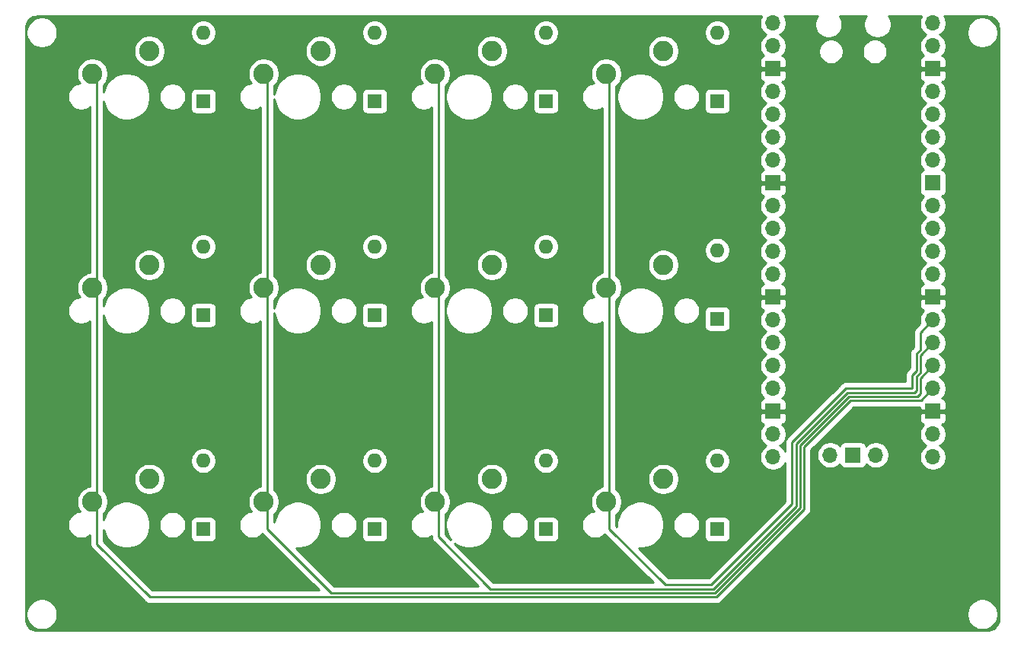
<source format=gbl>
G04 #@! TF.GenerationSoftware,KiCad,Pcbnew,(5.1.9)-1*
G04 #@! TF.CreationDate,2021-05-26T09:10:57+01:00*
G04 #@! TF.ProjectId,EnvMCRO,456e764d-4352-44f2-9e6b-696361645f70,rev?*
G04 #@! TF.SameCoordinates,Original*
G04 #@! TF.FileFunction,Copper,L2,Bot*
G04 #@! TF.FilePolarity,Positive*
%FSLAX46Y46*%
G04 Gerber Fmt 4.6, Leading zero omitted, Abs format (unit mm)*
G04 Created by KiCad (PCBNEW (5.1.9)-1) date 2021-05-26 09:10:57*
%MOMM*%
%LPD*%
G01*
G04 APERTURE LIST*
G04 #@! TA.AperFunction,ComponentPad*
%ADD10O,1.700000X1.700000*%
G04 #@! TD*
G04 #@! TA.AperFunction,ComponentPad*
%ADD11R,1.700000X1.700000*%
G04 #@! TD*
G04 #@! TA.AperFunction,ComponentPad*
%ADD12C,2.250000*%
G04 #@! TD*
G04 #@! TA.AperFunction,ComponentPad*
%ADD13O,1.600000X1.600000*%
G04 #@! TD*
G04 #@! TA.AperFunction,ComponentPad*
%ADD14R,1.600000X1.600000*%
G04 #@! TD*
G04 #@! TA.AperFunction,Conductor*
%ADD15C,0.250000*%
G04 #@! TD*
G04 #@! TA.AperFunction,Conductor*
%ADD16C,0.254000*%
G04 #@! TD*
G04 #@! TA.AperFunction,Conductor*
%ADD17C,0.100000*%
G04 #@! TD*
G04 APERTURE END LIST*
D10*
X158640000Y-88300000D03*
D11*
X156100000Y-88300000D03*
D10*
X153560000Y-88300000D03*
X164990000Y-40270000D03*
X164990000Y-42810000D03*
D11*
X164990000Y-45350000D03*
D10*
X164990000Y-47890000D03*
X164990000Y-50430000D03*
X164990000Y-52970000D03*
X164990000Y-55510000D03*
D11*
X164990000Y-58050000D03*
D10*
X164990000Y-60590000D03*
X164990000Y-63130000D03*
X164990000Y-65670000D03*
X164990000Y-68210000D03*
D11*
X164990000Y-70750000D03*
D10*
X164990000Y-73290000D03*
X164990000Y-75830000D03*
X164990000Y-78370000D03*
X164990000Y-80910000D03*
D11*
X164990000Y-83450000D03*
D10*
X164990000Y-85990000D03*
X164990000Y-88530000D03*
X147210000Y-88530000D03*
X147210000Y-85990000D03*
D11*
X147210000Y-83450000D03*
D10*
X147210000Y-80910000D03*
X147210000Y-78370000D03*
X147210000Y-75830000D03*
X147210000Y-73290000D03*
D11*
X147210000Y-70750000D03*
D10*
X147210000Y-68210000D03*
X147210000Y-65670000D03*
X147210000Y-63130000D03*
X147210000Y-60590000D03*
D11*
X147210000Y-58050000D03*
D10*
X147210000Y-55510000D03*
X147210000Y-52970000D03*
X147210000Y-50430000D03*
X147210000Y-47890000D03*
D11*
X147210000Y-45350000D03*
D10*
X147210000Y-42810000D03*
X147210000Y-40270000D03*
D12*
X115975000Y-43355000D03*
X109625000Y-45895000D03*
X77875000Y-43355000D03*
X71525000Y-45895000D03*
D13*
X141010000Y-88940000D03*
D14*
X141010000Y-96560000D03*
D13*
X121960000Y-88940000D03*
D14*
X121960000Y-96560000D03*
D13*
X102910000Y-88940000D03*
D14*
X102910000Y-96560000D03*
D13*
X83860000Y-88940000D03*
D14*
X83860000Y-96560000D03*
D13*
X141010000Y-65527500D03*
D14*
X141010000Y-73147500D03*
D13*
X121960000Y-65127500D03*
D14*
X121960000Y-72747500D03*
D13*
X102910000Y-65127500D03*
D14*
X102910000Y-72747500D03*
D13*
X83860000Y-65127500D03*
D14*
X83860000Y-72747500D03*
D13*
X141010000Y-41315000D03*
D14*
X141010000Y-48935000D03*
D13*
X121960000Y-41315000D03*
D14*
X121960000Y-48935000D03*
D13*
X102910000Y-41315000D03*
D14*
X102910000Y-48935000D03*
D13*
X83860000Y-41315000D03*
D14*
X83860000Y-48935000D03*
D12*
X135025000Y-90980000D03*
X128675000Y-93520000D03*
X115975000Y-90980000D03*
X109625000Y-93520000D03*
X96925000Y-90980000D03*
X90575000Y-93520000D03*
X77875000Y-90980000D03*
X71525000Y-93520000D03*
X135025000Y-67167500D03*
X128675000Y-69707500D03*
X115975000Y-67167500D03*
X109625000Y-69707500D03*
X96925000Y-67167500D03*
X90575000Y-69707500D03*
X77875000Y-67167500D03*
X71525000Y-69707500D03*
X135025000Y-43355000D03*
X128675000Y-45895000D03*
X96925000Y-43355000D03*
X90575000Y-45895000D03*
D15*
X163660000Y-82240000D02*
X164990000Y-80910000D01*
X155860000Y-82240000D02*
X163660000Y-82240000D01*
X150670030Y-87429970D02*
X155860000Y-82240000D01*
X150670030Y-94339200D02*
X150670030Y-87429970D01*
X140909230Y-104100000D02*
X150670030Y-94339200D01*
X77900000Y-104100000D02*
X140909230Y-104100000D01*
X72000000Y-98200000D02*
X77900000Y-104100000D01*
X72000000Y-93995000D02*
X72000000Y-98200000D01*
X71525000Y-93520000D02*
X72000000Y-93995000D01*
X72000000Y-46375000D02*
X71525000Y-45900000D01*
X71525000Y-93520000D02*
X72000000Y-93045000D01*
X71792500Y-69707500D02*
X72000000Y-69500000D01*
X72000000Y-69500000D02*
X72000000Y-46375000D01*
X71525000Y-69707500D02*
X71792500Y-69707500D01*
X72000000Y-93045000D02*
X72000000Y-69500000D01*
X163610000Y-81450000D02*
X163610000Y-79750000D01*
X163270010Y-81789990D02*
X163610000Y-81450000D01*
X155603590Y-81860000D02*
X155673600Y-81789990D01*
X150220020Y-87239980D02*
X155600000Y-81860000D01*
X150220020Y-94152800D02*
X150220020Y-87239980D01*
X140722831Y-103649989D02*
X150220020Y-94152800D01*
X98096502Y-103649989D02*
X140722831Y-103649989D01*
X155673600Y-81789990D02*
X163270010Y-81789990D01*
X91000000Y-96553487D02*
X98096502Y-103649989D01*
X91000000Y-93945000D02*
X91000000Y-96553487D01*
X163610000Y-79750000D02*
X164990000Y-78370000D01*
X155600000Y-81860000D02*
X155603590Y-81860000D01*
X90575000Y-93520000D02*
X91000000Y-93945000D01*
X91000000Y-93075000D02*
X90575000Y-93500000D01*
X90575000Y-45895000D02*
X91000000Y-46320000D01*
X90792500Y-69707500D02*
X91000000Y-69500000D01*
X90575000Y-69707500D02*
X90792500Y-69707500D01*
X91000000Y-69500000D02*
X91000000Y-93075000D01*
X91000000Y-46320000D02*
X91000000Y-69500000D01*
X164990000Y-75390000D02*
X164990000Y-75830000D01*
X163610000Y-77210000D02*
X164990000Y-75830000D01*
X109625000Y-93520000D02*
X110000000Y-93895000D01*
X163159991Y-81120009D02*
X163159991Y-79563599D01*
X110000000Y-93895000D02*
X110000000Y-97400000D01*
X110000000Y-97400000D02*
X115799980Y-103199980D01*
X140536430Y-103199980D02*
X149770010Y-93966400D01*
X115799980Y-103199980D02*
X140536430Y-103199980D01*
X163610000Y-79113590D02*
X163610000Y-77210000D01*
X149770010Y-93966400D02*
X149770010Y-87049990D01*
X155360000Y-81460000D02*
X155367180Y-81460000D01*
X149770010Y-87049990D02*
X155360000Y-81460000D01*
X163159991Y-79563599D02*
X163610000Y-79113590D01*
X155367180Y-81460000D02*
X155487200Y-81339980D01*
X155487200Y-81339980D02*
X162940020Y-81339980D01*
X162940020Y-81339980D02*
X163159991Y-81120009D01*
X110000000Y-46275000D02*
X109625000Y-45900000D01*
X109625000Y-93520000D02*
X110000000Y-93145000D01*
X109792500Y-69707500D02*
X110000000Y-69500000D01*
X109625000Y-69707500D02*
X109792500Y-69707500D01*
X110000000Y-69500000D02*
X110000000Y-46275000D01*
X110000000Y-93145000D02*
X110000000Y-69500000D01*
X163610000Y-74670000D02*
X164990000Y-73290000D01*
X163610000Y-76573590D02*
X163610000Y-74670000D01*
X163159991Y-77023599D02*
X163610000Y-76573590D01*
X163159990Y-78927190D02*
X163159991Y-77023599D01*
X128675000Y-93520000D02*
X129000000Y-93845000D01*
X149320000Y-86860000D02*
X155000000Y-81180000D01*
X129000000Y-93845000D02*
X129000000Y-96500000D01*
X155000000Y-81180000D02*
X155003590Y-81180000D01*
X129000000Y-96500000D02*
X135249970Y-102749970D01*
X162660030Y-80889970D02*
X162680000Y-80870000D01*
X135249970Y-102749970D02*
X140350030Y-102749970D01*
X140350030Y-102749970D02*
X149320000Y-93780000D01*
X149320000Y-93780000D02*
X149320000Y-86860000D01*
X155293620Y-80889970D02*
X162660030Y-80889970D01*
X162680000Y-80870000D02*
X162680000Y-79407180D01*
X155003590Y-81180000D02*
X155293620Y-80889970D01*
X162680000Y-79407180D02*
X163159990Y-78927190D01*
X129000000Y-93275000D02*
X128675000Y-93600000D01*
X128675000Y-45895000D02*
X129000000Y-46220000D01*
X128868500Y-69707500D02*
X129000000Y-69576000D01*
X128675000Y-69707500D02*
X128868500Y-69707500D01*
X129000000Y-69576000D02*
X129000000Y-93275000D01*
X129000000Y-46220000D02*
X129000000Y-69576000D01*
D16*
X145894010Y-39566589D02*
X145782068Y-39836842D01*
X145725000Y-40123740D01*
X145725000Y-40416260D01*
X145782068Y-40703158D01*
X145894010Y-40973411D01*
X146056525Y-41216632D01*
X146263368Y-41423475D01*
X146437760Y-41540000D01*
X146263368Y-41656525D01*
X146056525Y-41863368D01*
X145894010Y-42106589D01*
X145782068Y-42376842D01*
X145725000Y-42663740D01*
X145725000Y-42956260D01*
X145782068Y-43243158D01*
X145894010Y-43513411D01*
X146056525Y-43756632D01*
X146188380Y-43888487D01*
X146115820Y-43910498D01*
X146005506Y-43969463D01*
X145908815Y-44048815D01*
X145829463Y-44145506D01*
X145770498Y-44255820D01*
X145734188Y-44375518D01*
X145721928Y-44500000D01*
X145725000Y-45064250D01*
X145883750Y-45223000D01*
X147083000Y-45223000D01*
X147083000Y-45203000D01*
X147337000Y-45203000D01*
X147337000Y-45223000D01*
X148536250Y-45223000D01*
X148695000Y-45064250D01*
X148698072Y-44500000D01*
X148685812Y-44375518D01*
X148649502Y-44255820D01*
X148590537Y-44145506D01*
X148511185Y-44048815D01*
X148414494Y-43969463D01*
X148304180Y-43910498D01*
X148231620Y-43888487D01*
X148363475Y-43756632D01*
X148525990Y-43513411D01*
X148617042Y-43293589D01*
X152290000Y-43293589D01*
X152290000Y-43566411D01*
X152343225Y-43833989D01*
X152447629Y-44086043D01*
X152599201Y-44312886D01*
X152792114Y-44505799D01*
X153018957Y-44657371D01*
X153271011Y-44761775D01*
X153538589Y-44815000D01*
X153811411Y-44815000D01*
X154078989Y-44761775D01*
X154331043Y-44657371D01*
X154557886Y-44505799D01*
X154750799Y-44312886D01*
X154902371Y-44086043D01*
X155006775Y-43833989D01*
X155060000Y-43566411D01*
X155060000Y-43293589D01*
X157140000Y-43293589D01*
X157140000Y-43566411D01*
X157193225Y-43833989D01*
X157297629Y-44086043D01*
X157449201Y-44312886D01*
X157642114Y-44505799D01*
X157868957Y-44657371D01*
X158121011Y-44761775D01*
X158388589Y-44815000D01*
X158661411Y-44815000D01*
X158928989Y-44761775D01*
X159181043Y-44657371D01*
X159407886Y-44505799D01*
X159600799Y-44312886D01*
X159752371Y-44086043D01*
X159856775Y-43833989D01*
X159910000Y-43566411D01*
X159910000Y-43293589D01*
X159856775Y-43026011D01*
X159752371Y-42773957D01*
X159600799Y-42547114D01*
X159407886Y-42354201D01*
X159181043Y-42202629D01*
X158928989Y-42098225D01*
X158661411Y-42045000D01*
X158388589Y-42045000D01*
X158121011Y-42098225D01*
X157868957Y-42202629D01*
X157642114Y-42354201D01*
X157449201Y-42547114D01*
X157297629Y-42773957D01*
X157193225Y-43026011D01*
X157140000Y-43293589D01*
X155060000Y-43293589D01*
X155006775Y-43026011D01*
X154902371Y-42773957D01*
X154750799Y-42547114D01*
X154557886Y-42354201D01*
X154331043Y-42202629D01*
X154078989Y-42098225D01*
X153811411Y-42045000D01*
X153538589Y-42045000D01*
X153271011Y-42098225D01*
X153018957Y-42202629D01*
X152792114Y-42354201D01*
X152599201Y-42547114D01*
X152447629Y-42773957D01*
X152343225Y-43026011D01*
X152290000Y-43293589D01*
X148617042Y-43293589D01*
X148637932Y-43243158D01*
X148695000Y-42956260D01*
X148695000Y-42663740D01*
X148637932Y-42376842D01*
X148525990Y-42106589D01*
X148363475Y-41863368D01*
X148156632Y-41656525D01*
X147982240Y-41540000D01*
X148156632Y-41423475D01*
X148363475Y-41216632D01*
X148525990Y-40973411D01*
X148637932Y-40703158D01*
X148695000Y-40416260D01*
X148695000Y-40123740D01*
X148637932Y-39836842D01*
X148525990Y-39566589D01*
X148471474Y-39485000D01*
X152140255Y-39485000D01*
X152014701Y-39672905D01*
X151898989Y-39952257D01*
X151840000Y-40248816D01*
X151840000Y-40551184D01*
X151898989Y-40847743D01*
X152014701Y-41127095D01*
X152182688Y-41378505D01*
X152396495Y-41592312D01*
X152647905Y-41760299D01*
X152927257Y-41876011D01*
X153223816Y-41935000D01*
X153526184Y-41935000D01*
X153822743Y-41876011D01*
X154102095Y-41760299D01*
X154353505Y-41592312D01*
X154567312Y-41378505D01*
X154735299Y-41127095D01*
X154851011Y-40847743D01*
X154910000Y-40551184D01*
X154910000Y-40248816D01*
X154851011Y-39952257D01*
X154735299Y-39672905D01*
X154609745Y-39485000D01*
X157590255Y-39485000D01*
X157464701Y-39672905D01*
X157348989Y-39952257D01*
X157290000Y-40248816D01*
X157290000Y-40551184D01*
X157348989Y-40847743D01*
X157464701Y-41127095D01*
X157632688Y-41378505D01*
X157846495Y-41592312D01*
X158097905Y-41760299D01*
X158377257Y-41876011D01*
X158673816Y-41935000D01*
X158976184Y-41935000D01*
X159272743Y-41876011D01*
X159552095Y-41760299D01*
X159803505Y-41592312D01*
X160017312Y-41378505D01*
X160185299Y-41127095D01*
X160301011Y-40847743D01*
X160360000Y-40551184D01*
X160360000Y-40248816D01*
X160301011Y-39952257D01*
X160185299Y-39672905D01*
X160059745Y-39485000D01*
X163728526Y-39485000D01*
X163674010Y-39566589D01*
X163562068Y-39836842D01*
X163505000Y-40123740D01*
X163505000Y-40416260D01*
X163562068Y-40703158D01*
X163674010Y-40973411D01*
X163836525Y-41216632D01*
X164043368Y-41423475D01*
X164217760Y-41540000D01*
X164043368Y-41656525D01*
X163836525Y-41863368D01*
X163674010Y-42106589D01*
X163562068Y-42376842D01*
X163505000Y-42663740D01*
X163505000Y-42956260D01*
X163562068Y-43243158D01*
X163674010Y-43513411D01*
X163836525Y-43756632D01*
X163968380Y-43888487D01*
X163895820Y-43910498D01*
X163785506Y-43969463D01*
X163688815Y-44048815D01*
X163609463Y-44145506D01*
X163550498Y-44255820D01*
X163514188Y-44375518D01*
X163501928Y-44500000D01*
X163505000Y-45064250D01*
X163663750Y-45223000D01*
X164863000Y-45223000D01*
X164863000Y-45203000D01*
X165117000Y-45203000D01*
X165117000Y-45223000D01*
X166316250Y-45223000D01*
X166475000Y-45064250D01*
X166478072Y-44500000D01*
X166465812Y-44375518D01*
X166429502Y-44255820D01*
X166370537Y-44145506D01*
X166291185Y-44048815D01*
X166194494Y-43969463D01*
X166084180Y-43910498D01*
X166011620Y-43888487D01*
X166143475Y-43756632D01*
X166305990Y-43513411D01*
X166417932Y-43243158D01*
X166475000Y-42956260D01*
X166475000Y-42663740D01*
X166417932Y-42376842D01*
X166305990Y-42106589D01*
X166143475Y-41863368D01*
X165936632Y-41656525D01*
X165762240Y-41540000D01*
X165936632Y-41423475D01*
X166143475Y-41216632D01*
X166201950Y-41129117D01*
X168765000Y-41129117D01*
X168765000Y-41470883D01*
X168831675Y-41806081D01*
X168962463Y-42121831D01*
X169152337Y-42405998D01*
X169394002Y-42647663D01*
X169678169Y-42837537D01*
X169993919Y-42968325D01*
X170329117Y-43035000D01*
X170670883Y-43035000D01*
X171006081Y-42968325D01*
X171321831Y-42837537D01*
X171605998Y-42647663D01*
X171847663Y-42405998D01*
X172037537Y-42121831D01*
X172168325Y-41806081D01*
X172235000Y-41470883D01*
X172235000Y-41129117D01*
X172168325Y-40793919D01*
X172037537Y-40478169D01*
X171847663Y-40194002D01*
X171605998Y-39952337D01*
X171321831Y-39762463D01*
X171006081Y-39631675D01*
X170670883Y-39565000D01*
X170329117Y-39565000D01*
X169993919Y-39631675D01*
X169678169Y-39762463D01*
X169394002Y-39952337D01*
X169152337Y-40194002D01*
X168962463Y-40478169D01*
X168831675Y-40793919D01*
X168765000Y-41129117D01*
X166201950Y-41129117D01*
X166305990Y-40973411D01*
X166417932Y-40703158D01*
X166475000Y-40416260D01*
X166475000Y-40123740D01*
X166417932Y-39836842D01*
X166305990Y-39566589D01*
X166251474Y-39485000D01*
X170966495Y-39485000D01*
X171254782Y-39513267D01*
X171499855Y-39587259D01*
X171725890Y-39707443D01*
X171924281Y-39869248D01*
X172087460Y-40066497D01*
X172209220Y-40291687D01*
X172284924Y-40536247D01*
X172315001Y-40822408D01*
X172315000Y-106466495D01*
X172286733Y-106754782D01*
X172212741Y-106999855D01*
X172092554Y-107225893D01*
X171930754Y-107424279D01*
X171733503Y-107587460D01*
X171508310Y-107709221D01*
X171263753Y-107784924D01*
X170977602Y-107815000D01*
X65433505Y-107815000D01*
X65145218Y-107786733D01*
X64900145Y-107712741D01*
X64674107Y-107592554D01*
X64475721Y-107430754D01*
X64312540Y-107233503D01*
X64190779Y-107008310D01*
X64115076Y-106763753D01*
X64085000Y-106477602D01*
X64085000Y-105829117D01*
X64165000Y-105829117D01*
X64165000Y-106170883D01*
X64231675Y-106506081D01*
X64362463Y-106821831D01*
X64552337Y-107105998D01*
X64794002Y-107347663D01*
X65078169Y-107537537D01*
X65393919Y-107668325D01*
X65729117Y-107735000D01*
X66070883Y-107735000D01*
X66406081Y-107668325D01*
X66721831Y-107537537D01*
X67005998Y-107347663D01*
X67247663Y-107105998D01*
X67437537Y-106821831D01*
X67568325Y-106506081D01*
X67635000Y-106170883D01*
X67635000Y-105829117D01*
X168765000Y-105829117D01*
X168765000Y-106170883D01*
X168831675Y-106506081D01*
X168962463Y-106821831D01*
X169152337Y-107105998D01*
X169394002Y-107347663D01*
X169678169Y-107537537D01*
X169993919Y-107668325D01*
X170329117Y-107735000D01*
X170670883Y-107735000D01*
X171006081Y-107668325D01*
X171321831Y-107537537D01*
X171605998Y-107347663D01*
X171847663Y-107105998D01*
X172037537Y-106821831D01*
X172168325Y-106506081D01*
X172235000Y-106170883D01*
X172235000Y-105829117D01*
X172168325Y-105493919D01*
X172037537Y-105178169D01*
X171847663Y-104894002D01*
X171605998Y-104652337D01*
X171321831Y-104462463D01*
X171006081Y-104331675D01*
X170670883Y-104265000D01*
X170329117Y-104265000D01*
X169993919Y-104331675D01*
X169678169Y-104462463D01*
X169394002Y-104652337D01*
X169152337Y-104894002D01*
X168962463Y-105178169D01*
X168831675Y-105493919D01*
X168765000Y-105829117D01*
X67635000Y-105829117D01*
X67568325Y-105493919D01*
X67437537Y-105178169D01*
X67247663Y-104894002D01*
X67005998Y-104652337D01*
X66721831Y-104462463D01*
X66406081Y-104331675D01*
X66070883Y-104265000D01*
X65729117Y-104265000D01*
X65393919Y-104331675D01*
X65078169Y-104462463D01*
X64794002Y-104652337D01*
X64552337Y-104894002D01*
X64362463Y-105178169D01*
X64231675Y-105493919D01*
X64165000Y-105829117D01*
X64085000Y-105829117D01*
X64085000Y-48286278D01*
X68745000Y-48286278D01*
X68745000Y-48583722D01*
X68803029Y-48875451D01*
X68916856Y-49150253D01*
X69082107Y-49397569D01*
X69292431Y-49607893D01*
X69539747Y-49773144D01*
X69814549Y-49886971D01*
X70106278Y-49945000D01*
X70403722Y-49945000D01*
X70695451Y-49886971D01*
X70970253Y-49773144D01*
X71217569Y-49607893D01*
X71240001Y-49585461D01*
X71240000Y-67969710D01*
X71011627Y-68015136D01*
X70691327Y-68147808D01*
X70403065Y-68340419D01*
X70157919Y-68585565D01*
X69965308Y-68873827D01*
X69832636Y-69194127D01*
X69765000Y-69534155D01*
X69765000Y-69880845D01*
X69832636Y-70220873D01*
X69965308Y-70541173D01*
X70097638Y-70739219D01*
X69814549Y-70795529D01*
X69539747Y-70909356D01*
X69292431Y-71074607D01*
X69082107Y-71284931D01*
X68916856Y-71532247D01*
X68803029Y-71807049D01*
X68745000Y-72098778D01*
X68745000Y-72396222D01*
X68803029Y-72687951D01*
X68916856Y-72962753D01*
X69082107Y-73210069D01*
X69292431Y-73420393D01*
X69539747Y-73585644D01*
X69814549Y-73699471D01*
X70106278Y-73757500D01*
X70403722Y-73757500D01*
X70695451Y-73699471D01*
X70970253Y-73585644D01*
X71217569Y-73420393D01*
X71240001Y-73397961D01*
X71240000Y-91782210D01*
X71011627Y-91827636D01*
X70691327Y-91960308D01*
X70403065Y-92152919D01*
X70157919Y-92398065D01*
X69965308Y-92686327D01*
X69832636Y-93006627D01*
X69765000Y-93346655D01*
X69765000Y-93693345D01*
X69832636Y-94033373D01*
X69965308Y-94353673D01*
X70097638Y-94551719D01*
X69814549Y-94608029D01*
X69539747Y-94721856D01*
X69292431Y-94887107D01*
X69082107Y-95097431D01*
X68916856Y-95344747D01*
X68803029Y-95619549D01*
X68745000Y-95911278D01*
X68745000Y-96208722D01*
X68803029Y-96500451D01*
X68916856Y-96775253D01*
X69082107Y-97022569D01*
X69292431Y-97232893D01*
X69539747Y-97398144D01*
X69814549Y-97511971D01*
X70106278Y-97570000D01*
X70403722Y-97570000D01*
X70695451Y-97511971D01*
X70970253Y-97398144D01*
X71217569Y-97232893D01*
X71240001Y-97210461D01*
X71240001Y-98162668D01*
X71236324Y-98200000D01*
X71250998Y-98348985D01*
X71294454Y-98492246D01*
X71365026Y-98624276D01*
X71436201Y-98711002D01*
X71460000Y-98740001D01*
X71488998Y-98763799D01*
X77336201Y-104611003D01*
X77359999Y-104640001D01*
X77388997Y-104663799D01*
X77475723Y-104734974D01*
X77607753Y-104805546D01*
X77751014Y-104849003D01*
X77862667Y-104860000D01*
X77862677Y-104860000D01*
X77899999Y-104863676D01*
X77937322Y-104860000D01*
X140871908Y-104860000D01*
X140909230Y-104863676D01*
X140946552Y-104860000D01*
X140946563Y-104860000D01*
X141058216Y-104849003D01*
X141201477Y-104805546D01*
X141333506Y-104734974D01*
X141449231Y-104640001D01*
X141473034Y-104610997D01*
X151181034Y-94902998D01*
X151210031Y-94879201D01*
X151305004Y-94763476D01*
X151375576Y-94631447D01*
X151419033Y-94488186D01*
X151430030Y-94376533D01*
X151430030Y-94376525D01*
X151433706Y-94339200D01*
X151430030Y-94301875D01*
X151430030Y-88153740D01*
X152075000Y-88153740D01*
X152075000Y-88446260D01*
X152132068Y-88733158D01*
X152244010Y-89003411D01*
X152406525Y-89246632D01*
X152613368Y-89453475D01*
X152856589Y-89615990D01*
X153126842Y-89727932D01*
X153413740Y-89785000D01*
X153706260Y-89785000D01*
X153993158Y-89727932D01*
X154263411Y-89615990D01*
X154506632Y-89453475D01*
X154638487Y-89321620D01*
X154660498Y-89394180D01*
X154719463Y-89504494D01*
X154798815Y-89601185D01*
X154895506Y-89680537D01*
X155005820Y-89739502D01*
X155125518Y-89775812D01*
X155250000Y-89788072D01*
X156950000Y-89788072D01*
X157074482Y-89775812D01*
X157194180Y-89739502D01*
X157304494Y-89680537D01*
X157401185Y-89601185D01*
X157480537Y-89504494D01*
X157539502Y-89394180D01*
X157561513Y-89321620D01*
X157693368Y-89453475D01*
X157936589Y-89615990D01*
X158206842Y-89727932D01*
X158493740Y-89785000D01*
X158786260Y-89785000D01*
X159073158Y-89727932D01*
X159343411Y-89615990D01*
X159586632Y-89453475D01*
X159793475Y-89246632D01*
X159955990Y-89003411D01*
X160067932Y-88733158D01*
X160125000Y-88446260D01*
X160125000Y-88153740D01*
X160067932Y-87866842D01*
X159955990Y-87596589D01*
X159793475Y-87353368D01*
X159586632Y-87146525D01*
X159343411Y-86984010D01*
X159073158Y-86872068D01*
X158786260Y-86815000D01*
X158493740Y-86815000D01*
X158206842Y-86872068D01*
X157936589Y-86984010D01*
X157693368Y-87146525D01*
X157561513Y-87278380D01*
X157539502Y-87205820D01*
X157480537Y-87095506D01*
X157401185Y-86998815D01*
X157304494Y-86919463D01*
X157194180Y-86860498D01*
X157074482Y-86824188D01*
X156950000Y-86811928D01*
X155250000Y-86811928D01*
X155125518Y-86824188D01*
X155005820Y-86860498D01*
X154895506Y-86919463D01*
X154798815Y-86998815D01*
X154719463Y-87095506D01*
X154660498Y-87205820D01*
X154638487Y-87278380D01*
X154506632Y-87146525D01*
X154263411Y-86984010D01*
X153993158Y-86872068D01*
X153706260Y-86815000D01*
X153413740Y-86815000D01*
X153126842Y-86872068D01*
X152856589Y-86984010D01*
X152613368Y-87146525D01*
X152406525Y-87353368D01*
X152244010Y-87596589D01*
X152132068Y-87866842D01*
X152075000Y-88153740D01*
X151430030Y-88153740D01*
X151430030Y-87744771D01*
X154874801Y-84300000D01*
X163501928Y-84300000D01*
X163514188Y-84424482D01*
X163550498Y-84544180D01*
X163609463Y-84654494D01*
X163688815Y-84751185D01*
X163785506Y-84830537D01*
X163895820Y-84889502D01*
X163968380Y-84911513D01*
X163836525Y-85043368D01*
X163674010Y-85286589D01*
X163562068Y-85556842D01*
X163505000Y-85843740D01*
X163505000Y-86136260D01*
X163562068Y-86423158D01*
X163674010Y-86693411D01*
X163836525Y-86936632D01*
X164043368Y-87143475D01*
X164217760Y-87260000D01*
X164043368Y-87376525D01*
X163836525Y-87583368D01*
X163674010Y-87826589D01*
X163562068Y-88096842D01*
X163505000Y-88383740D01*
X163505000Y-88676260D01*
X163562068Y-88963158D01*
X163674010Y-89233411D01*
X163836525Y-89476632D01*
X164043368Y-89683475D01*
X164286589Y-89845990D01*
X164556842Y-89957932D01*
X164843740Y-90015000D01*
X165136260Y-90015000D01*
X165423158Y-89957932D01*
X165693411Y-89845990D01*
X165936632Y-89683475D01*
X166143475Y-89476632D01*
X166305990Y-89233411D01*
X166417932Y-88963158D01*
X166475000Y-88676260D01*
X166475000Y-88383740D01*
X166417932Y-88096842D01*
X166305990Y-87826589D01*
X166143475Y-87583368D01*
X165936632Y-87376525D01*
X165762240Y-87260000D01*
X165936632Y-87143475D01*
X166143475Y-86936632D01*
X166305990Y-86693411D01*
X166417932Y-86423158D01*
X166475000Y-86136260D01*
X166475000Y-85843740D01*
X166417932Y-85556842D01*
X166305990Y-85286589D01*
X166143475Y-85043368D01*
X166011620Y-84911513D01*
X166084180Y-84889502D01*
X166194494Y-84830537D01*
X166291185Y-84751185D01*
X166370537Y-84654494D01*
X166429502Y-84544180D01*
X166465812Y-84424482D01*
X166478072Y-84300000D01*
X166475000Y-83735750D01*
X166316250Y-83577000D01*
X165117000Y-83577000D01*
X165117000Y-83597000D01*
X164863000Y-83597000D01*
X164863000Y-83577000D01*
X163663750Y-83577000D01*
X163505000Y-83735750D01*
X163501928Y-84300000D01*
X154874801Y-84300000D01*
X156174802Y-83000000D01*
X163504106Y-83000000D01*
X163505000Y-83164250D01*
X163663750Y-83323000D01*
X164863000Y-83323000D01*
X164863000Y-83303000D01*
X165117000Y-83303000D01*
X165117000Y-83323000D01*
X166316250Y-83323000D01*
X166475000Y-83164250D01*
X166478072Y-82600000D01*
X166465812Y-82475518D01*
X166429502Y-82355820D01*
X166370537Y-82245506D01*
X166291185Y-82148815D01*
X166194494Y-82069463D01*
X166084180Y-82010498D01*
X166011620Y-81988487D01*
X166143475Y-81856632D01*
X166305990Y-81613411D01*
X166417932Y-81343158D01*
X166475000Y-81056260D01*
X166475000Y-80763740D01*
X166417932Y-80476842D01*
X166305990Y-80206589D01*
X166143475Y-79963368D01*
X165936632Y-79756525D01*
X165762240Y-79640000D01*
X165936632Y-79523475D01*
X166143475Y-79316632D01*
X166305990Y-79073411D01*
X166417932Y-78803158D01*
X166475000Y-78516260D01*
X166475000Y-78223740D01*
X166417932Y-77936842D01*
X166305990Y-77666589D01*
X166143475Y-77423368D01*
X165936632Y-77216525D01*
X165762240Y-77100000D01*
X165936632Y-76983475D01*
X166143475Y-76776632D01*
X166305990Y-76533411D01*
X166417932Y-76263158D01*
X166475000Y-75976260D01*
X166475000Y-75683740D01*
X166417932Y-75396842D01*
X166305990Y-75126589D01*
X166143475Y-74883368D01*
X165936632Y-74676525D01*
X165762240Y-74560000D01*
X165936632Y-74443475D01*
X166143475Y-74236632D01*
X166305990Y-73993411D01*
X166417932Y-73723158D01*
X166475000Y-73436260D01*
X166475000Y-73143740D01*
X166417932Y-72856842D01*
X166305990Y-72586589D01*
X166143475Y-72343368D01*
X166011620Y-72211513D01*
X166084180Y-72189502D01*
X166194494Y-72130537D01*
X166291185Y-72051185D01*
X166370537Y-71954494D01*
X166429502Y-71844180D01*
X166465812Y-71724482D01*
X166478072Y-71600000D01*
X166475000Y-71035750D01*
X166316250Y-70877000D01*
X165117000Y-70877000D01*
X165117000Y-70897000D01*
X164863000Y-70897000D01*
X164863000Y-70877000D01*
X163663750Y-70877000D01*
X163505000Y-71035750D01*
X163501928Y-71600000D01*
X163514188Y-71724482D01*
X163550498Y-71844180D01*
X163609463Y-71954494D01*
X163688815Y-72051185D01*
X163785506Y-72130537D01*
X163895820Y-72189502D01*
X163968380Y-72211513D01*
X163836525Y-72343368D01*
X163674010Y-72586589D01*
X163562068Y-72856842D01*
X163505000Y-73143740D01*
X163505000Y-73436260D01*
X163548791Y-73656408D01*
X163098998Y-74106201D01*
X163070000Y-74129999D01*
X163046202Y-74158997D01*
X163046201Y-74158998D01*
X162975026Y-74245724D01*
X162904454Y-74377754D01*
X162898105Y-74398685D01*
X162860998Y-74521014D01*
X162850626Y-74626323D01*
X162846324Y-74670000D01*
X162850001Y-74707332D01*
X162850000Y-76258789D01*
X162648989Y-76459800D01*
X162619991Y-76483598D01*
X162596193Y-76512596D01*
X162596192Y-76512597D01*
X162525017Y-76599323D01*
X162454445Y-76731353D01*
X162424171Y-76831157D01*
X162413652Y-76865836D01*
X162410989Y-76874614D01*
X162396315Y-77023599D01*
X162399992Y-77060931D01*
X162399990Y-78612389D01*
X162168998Y-78843381D01*
X162140000Y-78867179D01*
X162116202Y-78896177D01*
X162116201Y-78896178D01*
X162045026Y-78982904D01*
X161974454Y-79114934D01*
X161945618Y-79209999D01*
X161930998Y-79258194D01*
X161921811Y-79351466D01*
X161916324Y-79407180D01*
X161920001Y-79444512D01*
X161920001Y-80129970D01*
X155330942Y-80129970D01*
X155293619Y-80126294D01*
X155256296Y-80129970D01*
X155256287Y-80129970D01*
X155144634Y-80140967D01*
X155001373Y-80184424D01*
X154869344Y-80254996D01*
X154753619Y-80349969D01*
X154729816Y-80378973D01*
X154509023Y-80599766D01*
X154459999Y-80639999D01*
X154436201Y-80668997D01*
X148808998Y-86296201D01*
X148780000Y-86319999D01*
X148756202Y-86348997D01*
X148756201Y-86348998D01*
X148685026Y-86435724D01*
X148614454Y-86567754D01*
X148596873Y-86625714D01*
X148570998Y-86711014D01*
X148562726Y-86794996D01*
X148556324Y-86860000D01*
X148560001Y-86897332D01*
X148560001Y-87908699D01*
X148525990Y-87826589D01*
X148363475Y-87583368D01*
X148156632Y-87376525D01*
X147982240Y-87260000D01*
X148156632Y-87143475D01*
X148363475Y-86936632D01*
X148525990Y-86693411D01*
X148637932Y-86423158D01*
X148695000Y-86136260D01*
X148695000Y-85843740D01*
X148637932Y-85556842D01*
X148525990Y-85286589D01*
X148363475Y-85043368D01*
X148231620Y-84911513D01*
X148304180Y-84889502D01*
X148414494Y-84830537D01*
X148511185Y-84751185D01*
X148590537Y-84654494D01*
X148649502Y-84544180D01*
X148685812Y-84424482D01*
X148698072Y-84300000D01*
X148695000Y-83735750D01*
X148536250Y-83577000D01*
X147337000Y-83577000D01*
X147337000Y-83597000D01*
X147083000Y-83597000D01*
X147083000Y-83577000D01*
X145883750Y-83577000D01*
X145725000Y-83735750D01*
X145721928Y-84300000D01*
X145734188Y-84424482D01*
X145770498Y-84544180D01*
X145829463Y-84654494D01*
X145908815Y-84751185D01*
X146005506Y-84830537D01*
X146115820Y-84889502D01*
X146188380Y-84911513D01*
X146056525Y-85043368D01*
X145894010Y-85286589D01*
X145782068Y-85556842D01*
X145725000Y-85843740D01*
X145725000Y-86136260D01*
X145782068Y-86423158D01*
X145894010Y-86693411D01*
X146056525Y-86936632D01*
X146263368Y-87143475D01*
X146437760Y-87260000D01*
X146263368Y-87376525D01*
X146056525Y-87583368D01*
X145894010Y-87826589D01*
X145782068Y-88096842D01*
X145725000Y-88383740D01*
X145725000Y-88676260D01*
X145782068Y-88963158D01*
X145894010Y-89233411D01*
X146056525Y-89476632D01*
X146263368Y-89683475D01*
X146506589Y-89845990D01*
X146776842Y-89957932D01*
X147063740Y-90015000D01*
X147356260Y-90015000D01*
X147643158Y-89957932D01*
X147913411Y-89845990D01*
X148156632Y-89683475D01*
X148363475Y-89476632D01*
X148525990Y-89233411D01*
X148560001Y-89151302D01*
X148560000Y-93465198D01*
X140035229Y-101989970D01*
X135564772Y-101989970D01*
X132263701Y-98688900D01*
X132743924Y-98688900D01*
X133251822Y-98587873D01*
X133730251Y-98389701D01*
X134160826Y-98102000D01*
X134527000Y-97735826D01*
X134814701Y-97305251D01*
X135012873Y-96826822D01*
X135113900Y-96318924D01*
X135113900Y-95911278D01*
X136055000Y-95911278D01*
X136055000Y-96208722D01*
X136113029Y-96500451D01*
X136226856Y-96775253D01*
X136392107Y-97022569D01*
X136602431Y-97232893D01*
X136849747Y-97398144D01*
X137124549Y-97511971D01*
X137416278Y-97570000D01*
X137713722Y-97570000D01*
X138005451Y-97511971D01*
X138280253Y-97398144D01*
X138527569Y-97232893D01*
X138737893Y-97022569D01*
X138903144Y-96775253D01*
X139016971Y-96500451D01*
X139075000Y-96208722D01*
X139075000Y-95911278D01*
X139044909Y-95760000D01*
X139571928Y-95760000D01*
X139571928Y-97360000D01*
X139584188Y-97484482D01*
X139620498Y-97604180D01*
X139679463Y-97714494D01*
X139758815Y-97811185D01*
X139855506Y-97890537D01*
X139965820Y-97949502D01*
X140085518Y-97985812D01*
X140210000Y-97998072D01*
X141810000Y-97998072D01*
X141934482Y-97985812D01*
X142054180Y-97949502D01*
X142164494Y-97890537D01*
X142261185Y-97811185D01*
X142340537Y-97714494D01*
X142399502Y-97604180D01*
X142435812Y-97484482D01*
X142448072Y-97360000D01*
X142448072Y-95760000D01*
X142435812Y-95635518D01*
X142399502Y-95515820D01*
X142340537Y-95405506D01*
X142261185Y-95308815D01*
X142164494Y-95229463D01*
X142054180Y-95170498D01*
X141934482Y-95134188D01*
X141810000Y-95121928D01*
X140210000Y-95121928D01*
X140085518Y-95134188D01*
X139965820Y-95170498D01*
X139855506Y-95229463D01*
X139758815Y-95308815D01*
X139679463Y-95405506D01*
X139620498Y-95515820D01*
X139584188Y-95635518D01*
X139571928Y-95760000D01*
X139044909Y-95760000D01*
X139016971Y-95619549D01*
X138903144Y-95344747D01*
X138737893Y-95097431D01*
X138527569Y-94887107D01*
X138280253Y-94721856D01*
X138005451Y-94608029D01*
X137713722Y-94550000D01*
X137416278Y-94550000D01*
X137124549Y-94608029D01*
X136849747Y-94721856D01*
X136602431Y-94887107D01*
X136392107Y-95097431D01*
X136226856Y-95344747D01*
X136113029Y-95619549D01*
X136055000Y-95911278D01*
X135113900Y-95911278D01*
X135113900Y-95801076D01*
X135012873Y-95293178D01*
X134814701Y-94814749D01*
X134527000Y-94384174D01*
X134160826Y-94018000D01*
X133730251Y-93730299D01*
X133251822Y-93532127D01*
X132743924Y-93431100D01*
X132226076Y-93431100D01*
X131718178Y-93532127D01*
X131239749Y-93730299D01*
X130809174Y-94018000D01*
X130443000Y-94384174D01*
X130155299Y-94814749D01*
X129957127Y-95293178D01*
X129856100Y-95801076D01*
X129856100Y-96281299D01*
X129760000Y-96185199D01*
X129760000Y-94911760D01*
X129796935Y-94887081D01*
X130042081Y-94641935D01*
X130234692Y-94353673D01*
X130367364Y-94033373D01*
X130435000Y-93693345D01*
X130435000Y-93346655D01*
X130367364Y-93006627D01*
X130234692Y-92686327D01*
X130042081Y-92398065D01*
X129796935Y-92152919D01*
X129760000Y-92128240D01*
X129760000Y-90806655D01*
X133265000Y-90806655D01*
X133265000Y-91153345D01*
X133332636Y-91493373D01*
X133465308Y-91813673D01*
X133657919Y-92101935D01*
X133903065Y-92347081D01*
X134191327Y-92539692D01*
X134511627Y-92672364D01*
X134851655Y-92740000D01*
X135198345Y-92740000D01*
X135538373Y-92672364D01*
X135858673Y-92539692D01*
X136146935Y-92347081D01*
X136392081Y-92101935D01*
X136584692Y-91813673D01*
X136717364Y-91493373D01*
X136785000Y-91153345D01*
X136785000Y-90806655D01*
X136717364Y-90466627D01*
X136584692Y-90146327D01*
X136392081Y-89858065D01*
X136146935Y-89612919D01*
X135858673Y-89420308D01*
X135538373Y-89287636D01*
X135198345Y-89220000D01*
X134851655Y-89220000D01*
X134511627Y-89287636D01*
X134191327Y-89420308D01*
X133903065Y-89612919D01*
X133657919Y-89858065D01*
X133465308Y-90146327D01*
X133332636Y-90466627D01*
X133265000Y-90806655D01*
X129760000Y-90806655D01*
X129760000Y-88798665D01*
X139575000Y-88798665D01*
X139575000Y-89081335D01*
X139630147Y-89358574D01*
X139738320Y-89619727D01*
X139895363Y-89854759D01*
X140095241Y-90054637D01*
X140330273Y-90211680D01*
X140591426Y-90319853D01*
X140868665Y-90375000D01*
X141151335Y-90375000D01*
X141428574Y-90319853D01*
X141689727Y-90211680D01*
X141924759Y-90054637D01*
X142124637Y-89854759D01*
X142281680Y-89619727D01*
X142389853Y-89358574D01*
X142445000Y-89081335D01*
X142445000Y-88798665D01*
X142389853Y-88521426D01*
X142281680Y-88260273D01*
X142124637Y-88025241D01*
X141924759Y-87825363D01*
X141689727Y-87668320D01*
X141428574Y-87560147D01*
X141151335Y-87505000D01*
X140868665Y-87505000D01*
X140591426Y-87560147D01*
X140330273Y-87668320D01*
X140095241Y-87825363D01*
X139895363Y-88025241D01*
X139738320Y-88260273D01*
X139630147Y-88521426D01*
X139575000Y-88798665D01*
X129760000Y-88798665D01*
X129760000Y-71988576D01*
X129856100Y-71988576D01*
X129856100Y-72506424D01*
X129957127Y-73014322D01*
X130155299Y-73492751D01*
X130443000Y-73923326D01*
X130809174Y-74289500D01*
X131239749Y-74577201D01*
X131718178Y-74775373D01*
X132226076Y-74876400D01*
X132743924Y-74876400D01*
X133251822Y-74775373D01*
X133730251Y-74577201D01*
X134160826Y-74289500D01*
X134527000Y-73923326D01*
X134814701Y-73492751D01*
X135012873Y-73014322D01*
X135113900Y-72506424D01*
X135113900Y-72098778D01*
X136055000Y-72098778D01*
X136055000Y-72396222D01*
X136113029Y-72687951D01*
X136226856Y-72962753D01*
X136392107Y-73210069D01*
X136602431Y-73420393D01*
X136849747Y-73585644D01*
X137124549Y-73699471D01*
X137416278Y-73757500D01*
X137713722Y-73757500D01*
X138005451Y-73699471D01*
X138280253Y-73585644D01*
X138527569Y-73420393D01*
X138737893Y-73210069D01*
X138903144Y-72962753D01*
X139016971Y-72687951D01*
X139075000Y-72396222D01*
X139075000Y-72347500D01*
X139571928Y-72347500D01*
X139571928Y-73947500D01*
X139584188Y-74071982D01*
X139620498Y-74191680D01*
X139679463Y-74301994D01*
X139758815Y-74398685D01*
X139855506Y-74478037D01*
X139965820Y-74537002D01*
X140085518Y-74573312D01*
X140210000Y-74585572D01*
X141810000Y-74585572D01*
X141934482Y-74573312D01*
X142054180Y-74537002D01*
X142164494Y-74478037D01*
X142261185Y-74398685D01*
X142340537Y-74301994D01*
X142399502Y-74191680D01*
X142435812Y-74071982D01*
X142448072Y-73947500D01*
X142448072Y-72347500D01*
X142435812Y-72223018D01*
X142399502Y-72103320D01*
X142340537Y-71993006D01*
X142261185Y-71896315D01*
X142164494Y-71816963D01*
X142054180Y-71757998D01*
X141934482Y-71721688D01*
X141810000Y-71709428D01*
X140210000Y-71709428D01*
X140085518Y-71721688D01*
X139965820Y-71757998D01*
X139855506Y-71816963D01*
X139758815Y-71896315D01*
X139679463Y-71993006D01*
X139620498Y-72103320D01*
X139584188Y-72223018D01*
X139571928Y-72347500D01*
X139075000Y-72347500D01*
X139075000Y-72098778D01*
X139016971Y-71807049D01*
X138931209Y-71600000D01*
X145721928Y-71600000D01*
X145734188Y-71724482D01*
X145770498Y-71844180D01*
X145829463Y-71954494D01*
X145908815Y-72051185D01*
X146005506Y-72130537D01*
X146115820Y-72189502D01*
X146188380Y-72211513D01*
X146056525Y-72343368D01*
X145894010Y-72586589D01*
X145782068Y-72856842D01*
X145725000Y-73143740D01*
X145725000Y-73436260D01*
X145782068Y-73723158D01*
X145894010Y-73993411D01*
X146056525Y-74236632D01*
X146263368Y-74443475D01*
X146437760Y-74560000D01*
X146263368Y-74676525D01*
X146056525Y-74883368D01*
X145894010Y-75126589D01*
X145782068Y-75396842D01*
X145725000Y-75683740D01*
X145725000Y-75976260D01*
X145782068Y-76263158D01*
X145894010Y-76533411D01*
X146056525Y-76776632D01*
X146263368Y-76983475D01*
X146437760Y-77100000D01*
X146263368Y-77216525D01*
X146056525Y-77423368D01*
X145894010Y-77666589D01*
X145782068Y-77936842D01*
X145725000Y-78223740D01*
X145725000Y-78516260D01*
X145782068Y-78803158D01*
X145894010Y-79073411D01*
X146056525Y-79316632D01*
X146263368Y-79523475D01*
X146437760Y-79640000D01*
X146263368Y-79756525D01*
X146056525Y-79963368D01*
X145894010Y-80206589D01*
X145782068Y-80476842D01*
X145725000Y-80763740D01*
X145725000Y-81056260D01*
X145782068Y-81343158D01*
X145894010Y-81613411D01*
X146056525Y-81856632D01*
X146188380Y-81988487D01*
X146115820Y-82010498D01*
X146005506Y-82069463D01*
X145908815Y-82148815D01*
X145829463Y-82245506D01*
X145770498Y-82355820D01*
X145734188Y-82475518D01*
X145721928Y-82600000D01*
X145725000Y-83164250D01*
X145883750Y-83323000D01*
X147083000Y-83323000D01*
X147083000Y-83303000D01*
X147337000Y-83303000D01*
X147337000Y-83323000D01*
X148536250Y-83323000D01*
X148695000Y-83164250D01*
X148698072Y-82600000D01*
X148685812Y-82475518D01*
X148649502Y-82355820D01*
X148590537Y-82245506D01*
X148511185Y-82148815D01*
X148414494Y-82069463D01*
X148304180Y-82010498D01*
X148231620Y-81988487D01*
X148363475Y-81856632D01*
X148525990Y-81613411D01*
X148637932Y-81343158D01*
X148695000Y-81056260D01*
X148695000Y-80763740D01*
X148637932Y-80476842D01*
X148525990Y-80206589D01*
X148363475Y-79963368D01*
X148156632Y-79756525D01*
X147982240Y-79640000D01*
X148156632Y-79523475D01*
X148363475Y-79316632D01*
X148525990Y-79073411D01*
X148637932Y-78803158D01*
X148695000Y-78516260D01*
X148695000Y-78223740D01*
X148637932Y-77936842D01*
X148525990Y-77666589D01*
X148363475Y-77423368D01*
X148156632Y-77216525D01*
X147982240Y-77100000D01*
X148156632Y-76983475D01*
X148363475Y-76776632D01*
X148525990Y-76533411D01*
X148637932Y-76263158D01*
X148695000Y-75976260D01*
X148695000Y-75683740D01*
X148637932Y-75396842D01*
X148525990Y-75126589D01*
X148363475Y-74883368D01*
X148156632Y-74676525D01*
X147982240Y-74560000D01*
X148156632Y-74443475D01*
X148363475Y-74236632D01*
X148525990Y-73993411D01*
X148637932Y-73723158D01*
X148695000Y-73436260D01*
X148695000Y-73143740D01*
X148637932Y-72856842D01*
X148525990Y-72586589D01*
X148363475Y-72343368D01*
X148231620Y-72211513D01*
X148304180Y-72189502D01*
X148414494Y-72130537D01*
X148511185Y-72051185D01*
X148590537Y-71954494D01*
X148649502Y-71844180D01*
X148685812Y-71724482D01*
X148698072Y-71600000D01*
X148695000Y-71035750D01*
X148536250Y-70877000D01*
X147337000Y-70877000D01*
X147337000Y-70897000D01*
X147083000Y-70897000D01*
X147083000Y-70877000D01*
X145883750Y-70877000D01*
X145725000Y-71035750D01*
X145721928Y-71600000D01*
X138931209Y-71600000D01*
X138903144Y-71532247D01*
X138737893Y-71284931D01*
X138527569Y-71074607D01*
X138280253Y-70909356D01*
X138005451Y-70795529D01*
X137713722Y-70737500D01*
X137416278Y-70737500D01*
X137124549Y-70795529D01*
X136849747Y-70909356D01*
X136602431Y-71074607D01*
X136392107Y-71284931D01*
X136226856Y-71532247D01*
X136113029Y-71807049D01*
X136055000Y-72098778D01*
X135113900Y-72098778D01*
X135113900Y-71988576D01*
X135012873Y-71480678D01*
X134814701Y-71002249D01*
X134527000Y-70571674D01*
X134160826Y-70205500D01*
X133730251Y-69917799D01*
X133251822Y-69719627D01*
X132743924Y-69618600D01*
X132226076Y-69618600D01*
X131718178Y-69719627D01*
X131239749Y-69917799D01*
X130809174Y-70205500D01*
X130443000Y-70571674D01*
X130155299Y-71002249D01*
X129957127Y-71480678D01*
X129856100Y-71988576D01*
X129760000Y-71988576D01*
X129760000Y-71099260D01*
X129796935Y-71074581D01*
X130042081Y-70829435D01*
X130234692Y-70541173D01*
X130367364Y-70220873D01*
X130435000Y-69880845D01*
X130435000Y-69534155D01*
X130367364Y-69194127D01*
X130234692Y-68873827D01*
X130042081Y-68585565D01*
X129796935Y-68340419D01*
X129760000Y-68315740D01*
X129760000Y-66994155D01*
X133265000Y-66994155D01*
X133265000Y-67340845D01*
X133332636Y-67680873D01*
X133465308Y-68001173D01*
X133657919Y-68289435D01*
X133903065Y-68534581D01*
X134191327Y-68727192D01*
X134511627Y-68859864D01*
X134851655Y-68927500D01*
X135198345Y-68927500D01*
X135538373Y-68859864D01*
X135858673Y-68727192D01*
X136146935Y-68534581D01*
X136392081Y-68289435D01*
X136584692Y-68001173D01*
X136717364Y-67680873D01*
X136785000Y-67340845D01*
X136785000Y-66994155D01*
X136717364Y-66654127D01*
X136584692Y-66333827D01*
X136392081Y-66045565D01*
X136146935Y-65800419D01*
X135858673Y-65607808D01*
X135538373Y-65475136D01*
X135198345Y-65407500D01*
X134851655Y-65407500D01*
X134511627Y-65475136D01*
X134191327Y-65607808D01*
X133903065Y-65800419D01*
X133657919Y-66045565D01*
X133465308Y-66333827D01*
X133332636Y-66654127D01*
X133265000Y-66994155D01*
X129760000Y-66994155D01*
X129760000Y-65386165D01*
X139575000Y-65386165D01*
X139575000Y-65668835D01*
X139630147Y-65946074D01*
X139738320Y-66207227D01*
X139895363Y-66442259D01*
X140095241Y-66642137D01*
X140330273Y-66799180D01*
X140591426Y-66907353D01*
X140868665Y-66962500D01*
X141151335Y-66962500D01*
X141428574Y-66907353D01*
X141689727Y-66799180D01*
X141924759Y-66642137D01*
X142124637Y-66442259D01*
X142281680Y-66207227D01*
X142389853Y-65946074D01*
X142445000Y-65668835D01*
X142445000Y-65386165D01*
X142389853Y-65108926D01*
X142281680Y-64847773D01*
X142124637Y-64612741D01*
X141924759Y-64412863D01*
X141689727Y-64255820D01*
X141428574Y-64147647D01*
X141151335Y-64092500D01*
X140868665Y-64092500D01*
X140591426Y-64147647D01*
X140330273Y-64255820D01*
X140095241Y-64412863D01*
X139895363Y-64612741D01*
X139738320Y-64847773D01*
X139630147Y-65108926D01*
X139575000Y-65386165D01*
X129760000Y-65386165D01*
X129760000Y-58900000D01*
X145721928Y-58900000D01*
X145734188Y-59024482D01*
X145770498Y-59144180D01*
X145829463Y-59254494D01*
X145908815Y-59351185D01*
X146005506Y-59430537D01*
X146115820Y-59489502D01*
X146188380Y-59511513D01*
X146056525Y-59643368D01*
X145894010Y-59886589D01*
X145782068Y-60156842D01*
X145725000Y-60443740D01*
X145725000Y-60736260D01*
X145782068Y-61023158D01*
X145894010Y-61293411D01*
X146056525Y-61536632D01*
X146263368Y-61743475D01*
X146437760Y-61860000D01*
X146263368Y-61976525D01*
X146056525Y-62183368D01*
X145894010Y-62426589D01*
X145782068Y-62696842D01*
X145725000Y-62983740D01*
X145725000Y-63276260D01*
X145782068Y-63563158D01*
X145894010Y-63833411D01*
X146056525Y-64076632D01*
X146263368Y-64283475D01*
X146437760Y-64400000D01*
X146263368Y-64516525D01*
X146056525Y-64723368D01*
X145894010Y-64966589D01*
X145782068Y-65236842D01*
X145725000Y-65523740D01*
X145725000Y-65816260D01*
X145782068Y-66103158D01*
X145894010Y-66373411D01*
X146056525Y-66616632D01*
X146263368Y-66823475D01*
X146437760Y-66940000D01*
X146263368Y-67056525D01*
X146056525Y-67263368D01*
X145894010Y-67506589D01*
X145782068Y-67776842D01*
X145725000Y-68063740D01*
X145725000Y-68356260D01*
X145782068Y-68643158D01*
X145894010Y-68913411D01*
X146056525Y-69156632D01*
X146188380Y-69288487D01*
X146115820Y-69310498D01*
X146005506Y-69369463D01*
X145908815Y-69448815D01*
X145829463Y-69545506D01*
X145770498Y-69655820D01*
X145734188Y-69775518D01*
X145721928Y-69900000D01*
X145725000Y-70464250D01*
X145883750Y-70623000D01*
X147083000Y-70623000D01*
X147083000Y-70603000D01*
X147337000Y-70603000D01*
X147337000Y-70623000D01*
X148536250Y-70623000D01*
X148695000Y-70464250D01*
X148698072Y-69900000D01*
X148685812Y-69775518D01*
X148649502Y-69655820D01*
X148590537Y-69545506D01*
X148511185Y-69448815D01*
X148414494Y-69369463D01*
X148304180Y-69310498D01*
X148231620Y-69288487D01*
X148363475Y-69156632D01*
X148525990Y-68913411D01*
X148637932Y-68643158D01*
X148695000Y-68356260D01*
X148695000Y-68063740D01*
X148637932Y-67776842D01*
X148525990Y-67506589D01*
X148363475Y-67263368D01*
X148156632Y-67056525D01*
X147982240Y-66940000D01*
X148156632Y-66823475D01*
X148363475Y-66616632D01*
X148525990Y-66373411D01*
X148637932Y-66103158D01*
X148695000Y-65816260D01*
X148695000Y-65523740D01*
X148637932Y-65236842D01*
X148525990Y-64966589D01*
X148363475Y-64723368D01*
X148156632Y-64516525D01*
X147982240Y-64400000D01*
X148156632Y-64283475D01*
X148363475Y-64076632D01*
X148525990Y-63833411D01*
X148637932Y-63563158D01*
X148695000Y-63276260D01*
X148695000Y-62983740D01*
X148637932Y-62696842D01*
X148525990Y-62426589D01*
X148363475Y-62183368D01*
X148156632Y-61976525D01*
X147982240Y-61860000D01*
X148156632Y-61743475D01*
X148363475Y-61536632D01*
X148525990Y-61293411D01*
X148637932Y-61023158D01*
X148695000Y-60736260D01*
X148695000Y-60443740D01*
X148637932Y-60156842D01*
X148525990Y-59886589D01*
X148363475Y-59643368D01*
X148231620Y-59511513D01*
X148304180Y-59489502D01*
X148414494Y-59430537D01*
X148511185Y-59351185D01*
X148590537Y-59254494D01*
X148649502Y-59144180D01*
X148685812Y-59024482D01*
X148698072Y-58900000D01*
X148695000Y-58335750D01*
X148536250Y-58177000D01*
X147337000Y-58177000D01*
X147337000Y-58197000D01*
X147083000Y-58197000D01*
X147083000Y-58177000D01*
X145883750Y-58177000D01*
X145725000Y-58335750D01*
X145721928Y-58900000D01*
X129760000Y-58900000D01*
X129760000Y-48176076D01*
X129856100Y-48176076D01*
X129856100Y-48693924D01*
X129957127Y-49201822D01*
X130155299Y-49680251D01*
X130443000Y-50110826D01*
X130809174Y-50477000D01*
X131239749Y-50764701D01*
X131718178Y-50962873D01*
X132226076Y-51063900D01*
X132743924Y-51063900D01*
X133251822Y-50962873D01*
X133730251Y-50764701D01*
X134160826Y-50477000D01*
X134527000Y-50110826D01*
X134814701Y-49680251D01*
X135012873Y-49201822D01*
X135113900Y-48693924D01*
X135113900Y-48286278D01*
X136055000Y-48286278D01*
X136055000Y-48583722D01*
X136113029Y-48875451D01*
X136226856Y-49150253D01*
X136392107Y-49397569D01*
X136602431Y-49607893D01*
X136849747Y-49773144D01*
X137124549Y-49886971D01*
X137416278Y-49945000D01*
X137713722Y-49945000D01*
X138005451Y-49886971D01*
X138280253Y-49773144D01*
X138527569Y-49607893D01*
X138737893Y-49397569D01*
X138903144Y-49150253D01*
X139016971Y-48875451D01*
X139075000Y-48583722D01*
X139075000Y-48286278D01*
X139044909Y-48135000D01*
X139571928Y-48135000D01*
X139571928Y-49735000D01*
X139584188Y-49859482D01*
X139620498Y-49979180D01*
X139679463Y-50089494D01*
X139758815Y-50186185D01*
X139855506Y-50265537D01*
X139965820Y-50324502D01*
X140085518Y-50360812D01*
X140210000Y-50373072D01*
X141810000Y-50373072D01*
X141934482Y-50360812D01*
X142054180Y-50324502D01*
X142164494Y-50265537D01*
X142261185Y-50186185D01*
X142340537Y-50089494D01*
X142399502Y-49979180D01*
X142435812Y-49859482D01*
X142448072Y-49735000D01*
X142448072Y-48135000D01*
X142435812Y-48010518D01*
X142399502Y-47890820D01*
X142340537Y-47780506D01*
X142261185Y-47683815D01*
X142164494Y-47604463D01*
X142054180Y-47545498D01*
X141934482Y-47509188D01*
X141810000Y-47496928D01*
X140210000Y-47496928D01*
X140085518Y-47509188D01*
X139965820Y-47545498D01*
X139855506Y-47604463D01*
X139758815Y-47683815D01*
X139679463Y-47780506D01*
X139620498Y-47890820D01*
X139584188Y-48010518D01*
X139571928Y-48135000D01*
X139044909Y-48135000D01*
X139016971Y-47994549D01*
X138903144Y-47719747D01*
X138737893Y-47472431D01*
X138527569Y-47262107D01*
X138280253Y-47096856D01*
X138005451Y-46983029D01*
X137713722Y-46925000D01*
X137416278Y-46925000D01*
X137124549Y-46983029D01*
X136849747Y-47096856D01*
X136602431Y-47262107D01*
X136392107Y-47472431D01*
X136226856Y-47719747D01*
X136113029Y-47994549D01*
X136055000Y-48286278D01*
X135113900Y-48286278D01*
X135113900Y-48176076D01*
X135012873Y-47668178D01*
X134814701Y-47189749D01*
X134527000Y-46759174D01*
X134160826Y-46393000D01*
X133871982Y-46200000D01*
X145721928Y-46200000D01*
X145734188Y-46324482D01*
X145770498Y-46444180D01*
X145829463Y-46554494D01*
X145908815Y-46651185D01*
X146005506Y-46730537D01*
X146115820Y-46789502D01*
X146188380Y-46811513D01*
X146056525Y-46943368D01*
X145894010Y-47186589D01*
X145782068Y-47456842D01*
X145725000Y-47743740D01*
X145725000Y-48036260D01*
X145782068Y-48323158D01*
X145894010Y-48593411D01*
X146056525Y-48836632D01*
X146263368Y-49043475D01*
X146437760Y-49160000D01*
X146263368Y-49276525D01*
X146056525Y-49483368D01*
X145894010Y-49726589D01*
X145782068Y-49996842D01*
X145725000Y-50283740D01*
X145725000Y-50576260D01*
X145782068Y-50863158D01*
X145894010Y-51133411D01*
X146056525Y-51376632D01*
X146263368Y-51583475D01*
X146437760Y-51700000D01*
X146263368Y-51816525D01*
X146056525Y-52023368D01*
X145894010Y-52266589D01*
X145782068Y-52536842D01*
X145725000Y-52823740D01*
X145725000Y-53116260D01*
X145782068Y-53403158D01*
X145894010Y-53673411D01*
X146056525Y-53916632D01*
X146263368Y-54123475D01*
X146437760Y-54240000D01*
X146263368Y-54356525D01*
X146056525Y-54563368D01*
X145894010Y-54806589D01*
X145782068Y-55076842D01*
X145725000Y-55363740D01*
X145725000Y-55656260D01*
X145782068Y-55943158D01*
X145894010Y-56213411D01*
X146056525Y-56456632D01*
X146188380Y-56588487D01*
X146115820Y-56610498D01*
X146005506Y-56669463D01*
X145908815Y-56748815D01*
X145829463Y-56845506D01*
X145770498Y-56955820D01*
X145734188Y-57075518D01*
X145721928Y-57200000D01*
X145725000Y-57764250D01*
X145883750Y-57923000D01*
X147083000Y-57923000D01*
X147083000Y-57903000D01*
X147337000Y-57903000D01*
X147337000Y-57923000D01*
X148536250Y-57923000D01*
X148695000Y-57764250D01*
X148698072Y-57200000D01*
X148685812Y-57075518D01*
X148649502Y-56955820D01*
X148590537Y-56845506D01*
X148511185Y-56748815D01*
X148414494Y-56669463D01*
X148304180Y-56610498D01*
X148231620Y-56588487D01*
X148363475Y-56456632D01*
X148525990Y-56213411D01*
X148637932Y-55943158D01*
X148695000Y-55656260D01*
X148695000Y-55363740D01*
X148637932Y-55076842D01*
X148525990Y-54806589D01*
X148363475Y-54563368D01*
X148156632Y-54356525D01*
X147982240Y-54240000D01*
X148156632Y-54123475D01*
X148363475Y-53916632D01*
X148525990Y-53673411D01*
X148637932Y-53403158D01*
X148695000Y-53116260D01*
X148695000Y-52823740D01*
X148637932Y-52536842D01*
X148525990Y-52266589D01*
X148363475Y-52023368D01*
X148156632Y-51816525D01*
X147982240Y-51700000D01*
X148156632Y-51583475D01*
X148363475Y-51376632D01*
X148525990Y-51133411D01*
X148637932Y-50863158D01*
X148695000Y-50576260D01*
X148695000Y-50283740D01*
X148637932Y-49996842D01*
X148525990Y-49726589D01*
X148363475Y-49483368D01*
X148156632Y-49276525D01*
X147982240Y-49160000D01*
X148156632Y-49043475D01*
X148363475Y-48836632D01*
X148525990Y-48593411D01*
X148637932Y-48323158D01*
X148695000Y-48036260D01*
X148695000Y-47743740D01*
X148637932Y-47456842D01*
X148525990Y-47186589D01*
X148363475Y-46943368D01*
X148231620Y-46811513D01*
X148304180Y-46789502D01*
X148414494Y-46730537D01*
X148511185Y-46651185D01*
X148590537Y-46554494D01*
X148649502Y-46444180D01*
X148685812Y-46324482D01*
X148698072Y-46200000D01*
X163501928Y-46200000D01*
X163514188Y-46324482D01*
X163550498Y-46444180D01*
X163609463Y-46554494D01*
X163688815Y-46651185D01*
X163785506Y-46730537D01*
X163895820Y-46789502D01*
X163968380Y-46811513D01*
X163836525Y-46943368D01*
X163674010Y-47186589D01*
X163562068Y-47456842D01*
X163505000Y-47743740D01*
X163505000Y-48036260D01*
X163562068Y-48323158D01*
X163674010Y-48593411D01*
X163836525Y-48836632D01*
X164043368Y-49043475D01*
X164217760Y-49160000D01*
X164043368Y-49276525D01*
X163836525Y-49483368D01*
X163674010Y-49726589D01*
X163562068Y-49996842D01*
X163505000Y-50283740D01*
X163505000Y-50576260D01*
X163562068Y-50863158D01*
X163674010Y-51133411D01*
X163836525Y-51376632D01*
X164043368Y-51583475D01*
X164217760Y-51700000D01*
X164043368Y-51816525D01*
X163836525Y-52023368D01*
X163674010Y-52266589D01*
X163562068Y-52536842D01*
X163505000Y-52823740D01*
X163505000Y-53116260D01*
X163562068Y-53403158D01*
X163674010Y-53673411D01*
X163836525Y-53916632D01*
X164043368Y-54123475D01*
X164217760Y-54240000D01*
X164043368Y-54356525D01*
X163836525Y-54563368D01*
X163674010Y-54806589D01*
X163562068Y-55076842D01*
X163505000Y-55363740D01*
X163505000Y-55656260D01*
X163562068Y-55943158D01*
X163674010Y-56213411D01*
X163836525Y-56456632D01*
X163968380Y-56588487D01*
X163895820Y-56610498D01*
X163785506Y-56669463D01*
X163688815Y-56748815D01*
X163609463Y-56845506D01*
X163550498Y-56955820D01*
X163514188Y-57075518D01*
X163501928Y-57200000D01*
X163501928Y-58900000D01*
X163514188Y-59024482D01*
X163550498Y-59144180D01*
X163609463Y-59254494D01*
X163688815Y-59351185D01*
X163785506Y-59430537D01*
X163895820Y-59489502D01*
X163968380Y-59511513D01*
X163836525Y-59643368D01*
X163674010Y-59886589D01*
X163562068Y-60156842D01*
X163505000Y-60443740D01*
X163505000Y-60736260D01*
X163562068Y-61023158D01*
X163674010Y-61293411D01*
X163836525Y-61536632D01*
X164043368Y-61743475D01*
X164217760Y-61860000D01*
X164043368Y-61976525D01*
X163836525Y-62183368D01*
X163674010Y-62426589D01*
X163562068Y-62696842D01*
X163505000Y-62983740D01*
X163505000Y-63276260D01*
X163562068Y-63563158D01*
X163674010Y-63833411D01*
X163836525Y-64076632D01*
X164043368Y-64283475D01*
X164217760Y-64400000D01*
X164043368Y-64516525D01*
X163836525Y-64723368D01*
X163674010Y-64966589D01*
X163562068Y-65236842D01*
X163505000Y-65523740D01*
X163505000Y-65816260D01*
X163562068Y-66103158D01*
X163674010Y-66373411D01*
X163836525Y-66616632D01*
X164043368Y-66823475D01*
X164217760Y-66940000D01*
X164043368Y-67056525D01*
X163836525Y-67263368D01*
X163674010Y-67506589D01*
X163562068Y-67776842D01*
X163505000Y-68063740D01*
X163505000Y-68356260D01*
X163562068Y-68643158D01*
X163674010Y-68913411D01*
X163836525Y-69156632D01*
X163968380Y-69288487D01*
X163895820Y-69310498D01*
X163785506Y-69369463D01*
X163688815Y-69448815D01*
X163609463Y-69545506D01*
X163550498Y-69655820D01*
X163514188Y-69775518D01*
X163501928Y-69900000D01*
X163505000Y-70464250D01*
X163663750Y-70623000D01*
X164863000Y-70623000D01*
X164863000Y-70603000D01*
X165117000Y-70603000D01*
X165117000Y-70623000D01*
X166316250Y-70623000D01*
X166475000Y-70464250D01*
X166478072Y-69900000D01*
X166465812Y-69775518D01*
X166429502Y-69655820D01*
X166370537Y-69545506D01*
X166291185Y-69448815D01*
X166194494Y-69369463D01*
X166084180Y-69310498D01*
X166011620Y-69288487D01*
X166143475Y-69156632D01*
X166305990Y-68913411D01*
X166417932Y-68643158D01*
X166475000Y-68356260D01*
X166475000Y-68063740D01*
X166417932Y-67776842D01*
X166305990Y-67506589D01*
X166143475Y-67263368D01*
X165936632Y-67056525D01*
X165762240Y-66940000D01*
X165936632Y-66823475D01*
X166143475Y-66616632D01*
X166305990Y-66373411D01*
X166417932Y-66103158D01*
X166475000Y-65816260D01*
X166475000Y-65523740D01*
X166417932Y-65236842D01*
X166305990Y-64966589D01*
X166143475Y-64723368D01*
X165936632Y-64516525D01*
X165762240Y-64400000D01*
X165936632Y-64283475D01*
X166143475Y-64076632D01*
X166305990Y-63833411D01*
X166417932Y-63563158D01*
X166475000Y-63276260D01*
X166475000Y-62983740D01*
X166417932Y-62696842D01*
X166305990Y-62426589D01*
X166143475Y-62183368D01*
X165936632Y-61976525D01*
X165762240Y-61860000D01*
X165936632Y-61743475D01*
X166143475Y-61536632D01*
X166305990Y-61293411D01*
X166417932Y-61023158D01*
X166475000Y-60736260D01*
X166475000Y-60443740D01*
X166417932Y-60156842D01*
X166305990Y-59886589D01*
X166143475Y-59643368D01*
X166011620Y-59511513D01*
X166084180Y-59489502D01*
X166194494Y-59430537D01*
X166291185Y-59351185D01*
X166370537Y-59254494D01*
X166429502Y-59144180D01*
X166465812Y-59024482D01*
X166478072Y-58900000D01*
X166478072Y-57200000D01*
X166465812Y-57075518D01*
X166429502Y-56955820D01*
X166370537Y-56845506D01*
X166291185Y-56748815D01*
X166194494Y-56669463D01*
X166084180Y-56610498D01*
X166011620Y-56588487D01*
X166143475Y-56456632D01*
X166305990Y-56213411D01*
X166417932Y-55943158D01*
X166475000Y-55656260D01*
X166475000Y-55363740D01*
X166417932Y-55076842D01*
X166305990Y-54806589D01*
X166143475Y-54563368D01*
X165936632Y-54356525D01*
X165762240Y-54240000D01*
X165936632Y-54123475D01*
X166143475Y-53916632D01*
X166305990Y-53673411D01*
X166417932Y-53403158D01*
X166475000Y-53116260D01*
X166475000Y-52823740D01*
X166417932Y-52536842D01*
X166305990Y-52266589D01*
X166143475Y-52023368D01*
X165936632Y-51816525D01*
X165762240Y-51700000D01*
X165936632Y-51583475D01*
X166143475Y-51376632D01*
X166305990Y-51133411D01*
X166417932Y-50863158D01*
X166475000Y-50576260D01*
X166475000Y-50283740D01*
X166417932Y-49996842D01*
X166305990Y-49726589D01*
X166143475Y-49483368D01*
X165936632Y-49276525D01*
X165762240Y-49160000D01*
X165936632Y-49043475D01*
X166143475Y-48836632D01*
X166305990Y-48593411D01*
X166417932Y-48323158D01*
X166475000Y-48036260D01*
X166475000Y-47743740D01*
X166417932Y-47456842D01*
X166305990Y-47186589D01*
X166143475Y-46943368D01*
X166011620Y-46811513D01*
X166084180Y-46789502D01*
X166194494Y-46730537D01*
X166291185Y-46651185D01*
X166370537Y-46554494D01*
X166429502Y-46444180D01*
X166465812Y-46324482D01*
X166478072Y-46200000D01*
X166475000Y-45635750D01*
X166316250Y-45477000D01*
X165117000Y-45477000D01*
X165117000Y-45497000D01*
X164863000Y-45497000D01*
X164863000Y-45477000D01*
X163663750Y-45477000D01*
X163505000Y-45635750D01*
X163501928Y-46200000D01*
X148698072Y-46200000D01*
X148695000Y-45635750D01*
X148536250Y-45477000D01*
X147337000Y-45477000D01*
X147337000Y-45497000D01*
X147083000Y-45497000D01*
X147083000Y-45477000D01*
X145883750Y-45477000D01*
X145725000Y-45635750D01*
X145721928Y-46200000D01*
X133871982Y-46200000D01*
X133730251Y-46105299D01*
X133251822Y-45907127D01*
X132743924Y-45806100D01*
X132226076Y-45806100D01*
X131718178Y-45907127D01*
X131239749Y-46105299D01*
X130809174Y-46393000D01*
X130443000Y-46759174D01*
X130155299Y-47189749D01*
X129957127Y-47668178D01*
X129856100Y-48176076D01*
X129760000Y-48176076D01*
X129760000Y-47286760D01*
X129796935Y-47262081D01*
X130042081Y-47016935D01*
X130234692Y-46728673D01*
X130367364Y-46408373D01*
X130435000Y-46068345D01*
X130435000Y-45721655D01*
X130367364Y-45381627D01*
X130234692Y-45061327D01*
X130042081Y-44773065D01*
X129796935Y-44527919D01*
X129508673Y-44335308D01*
X129188373Y-44202636D01*
X128848345Y-44135000D01*
X128501655Y-44135000D01*
X128161627Y-44202636D01*
X127841327Y-44335308D01*
X127553065Y-44527919D01*
X127307919Y-44773065D01*
X127115308Y-45061327D01*
X126982636Y-45381627D01*
X126915000Y-45721655D01*
X126915000Y-46068345D01*
X126982636Y-46408373D01*
X127115308Y-46728673D01*
X127247638Y-46926719D01*
X126964549Y-46983029D01*
X126689747Y-47096856D01*
X126442431Y-47262107D01*
X126232107Y-47472431D01*
X126066856Y-47719747D01*
X125953029Y-47994549D01*
X125895000Y-48286278D01*
X125895000Y-48583722D01*
X125953029Y-48875451D01*
X126066856Y-49150253D01*
X126232107Y-49397569D01*
X126442431Y-49607893D01*
X126689747Y-49773144D01*
X126964549Y-49886971D01*
X127256278Y-49945000D01*
X127553722Y-49945000D01*
X127845451Y-49886971D01*
X128120253Y-49773144D01*
X128240000Y-49693132D01*
X128240001Y-67999546D01*
X128161627Y-68015136D01*
X127841327Y-68147808D01*
X127553065Y-68340419D01*
X127307919Y-68585565D01*
X127115308Y-68873827D01*
X126982636Y-69194127D01*
X126915000Y-69534155D01*
X126915000Y-69880845D01*
X126982636Y-70220873D01*
X127115308Y-70541173D01*
X127247638Y-70739219D01*
X126964549Y-70795529D01*
X126689747Y-70909356D01*
X126442431Y-71074607D01*
X126232107Y-71284931D01*
X126066856Y-71532247D01*
X125953029Y-71807049D01*
X125895000Y-72098778D01*
X125895000Y-72396222D01*
X125953029Y-72687951D01*
X126066856Y-72962753D01*
X126232107Y-73210069D01*
X126442431Y-73420393D01*
X126689747Y-73585644D01*
X126964549Y-73699471D01*
X127256278Y-73757500D01*
X127553722Y-73757500D01*
X127845451Y-73699471D01*
X128120253Y-73585644D01*
X128240000Y-73505632D01*
X128240001Y-91812046D01*
X128161627Y-91827636D01*
X127841327Y-91960308D01*
X127553065Y-92152919D01*
X127307919Y-92398065D01*
X127115308Y-92686327D01*
X126982636Y-93006627D01*
X126915000Y-93346655D01*
X126915000Y-93693345D01*
X126982636Y-94033373D01*
X127115308Y-94353673D01*
X127247638Y-94551719D01*
X126964549Y-94608029D01*
X126689747Y-94721856D01*
X126442431Y-94887107D01*
X126232107Y-95097431D01*
X126066856Y-95344747D01*
X125953029Y-95619549D01*
X125895000Y-95911278D01*
X125895000Y-96208722D01*
X125953029Y-96500451D01*
X126066856Y-96775253D01*
X126232107Y-97022569D01*
X126442431Y-97232893D01*
X126689747Y-97398144D01*
X126964549Y-97511971D01*
X127256278Y-97570000D01*
X127553722Y-97570000D01*
X127845451Y-97511971D01*
X128120253Y-97398144D01*
X128367569Y-97232893D01*
X128512830Y-97087632D01*
X133865178Y-102439980D01*
X116114783Y-102439980D01*
X111812297Y-98137496D01*
X112189749Y-98389701D01*
X112668178Y-98587873D01*
X113176076Y-98688900D01*
X113693924Y-98688900D01*
X114201822Y-98587873D01*
X114680251Y-98389701D01*
X115110826Y-98102000D01*
X115477000Y-97735826D01*
X115764701Y-97305251D01*
X115962873Y-96826822D01*
X116063900Y-96318924D01*
X116063900Y-95911278D01*
X117005000Y-95911278D01*
X117005000Y-96208722D01*
X117063029Y-96500451D01*
X117176856Y-96775253D01*
X117342107Y-97022569D01*
X117552431Y-97232893D01*
X117799747Y-97398144D01*
X118074549Y-97511971D01*
X118366278Y-97570000D01*
X118663722Y-97570000D01*
X118955451Y-97511971D01*
X119230253Y-97398144D01*
X119477569Y-97232893D01*
X119687893Y-97022569D01*
X119853144Y-96775253D01*
X119966971Y-96500451D01*
X120025000Y-96208722D01*
X120025000Y-95911278D01*
X119994909Y-95760000D01*
X120521928Y-95760000D01*
X120521928Y-97360000D01*
X120534188Y-97484482D01*
X120570498Y-97604180D01*
X120629463Y-97714494D01*
X120708815Y-97811185D01*
X120805506Y-97890537D01*
X120915820Y-97949502D01*
X121035518Y-97985812D01*
X121160000Y-97998072D01*
X122760000Y-97998072D01*
X122884482Y-97985812D01*
X123004180Y-97949502D01*
X123114494Y-97890537D01*
X123211185Y-97811185D01*
X123290537Y-97714494D01*
X123349502Y-97604180D01*
X123385812Y-97484482D01*
X123398072Y-97360000D01*
X123398072Y-95760000D01*
X123385812Y-95635518D01*
X123349502Y-95515820D01*
X123290537Y-95405506D01*
X123211185Y-95308815D01*
X123114494Y-95229463D01*
X123004180Y-95170498D01*
X122884482Y-95134188D01*
X122760000Y-95121928D01*
X121160000Y-95121928D01*
X121035518Y-95134188D01*
X120915820Y-95170498D01*
X120805506Y-95229463D01*
X120708815Y-95308815D01*
X120629463Y-95405506D01*
X120570498Y-95515820D01*
X120534188Y-95635518D01*
X120521928Y-95760000D01*
X119994909Y-95760000D01*
X119966971Y-95619549D01*
X119853144Y-95344747D01*
X119687893Y-95097431D01*
X119477569Y-94887107D01*
X119230253Y-94721856D01*
X118955451Y-94608029D01*
X118663722Y-94550000D01*
X118366278Y-94550000D01*
X118074549Y-94608029D01*
X117799747Y-94721856D01*
X117552431Y-94887107D01*
X117342107Y-95097431D01*
X117176856Y-95344747D01*
X117063029Y-95619549D01*
X117005000Y-95911278D01*
X116063900Y-95911278D01*
X116063900Y-95801076D01*
X115962873Y-95293178D01*
X115764701Y-94814749D01*
X115477000Y-94384174D01*
X115110826Y-94018000D01*
X114680251Y-93730299D01*
X114201822Y-93532127D01*
X113693924Y-93431100D01*
X113176076Y-93431100D01*
X112668178Y-93532127D01*
X112189749Y-93730299D01*
X111759174Y-94018000D01*
X111393000Y-94384174D01*
X111105299Y-94814749D01*
X110907127Y-95293178D01*
X110806100Y-95801076D01*
X110806100Y-96318924D01*
X110907127Y-96826822D01*
X111105299Y-97305251D01*
X111357504Y-97682703D01*
X110760000Y-97085199D01*
X110760000Y-94874016D01*
X110992081Y-94641935D01*
X111184692Y-94353673D01*
X111317364Y-94033373D01*
X111385000Y-93693345D01*
X111385000Y-93346655D01*
X111317364Y-93006627D01*
X111184692Y-92686327D01*
X110992081Y-92398065D01*
X110760000Y-92165984D01*
X110760000Y-90806655D01*
X114215000Y-90806655D01*
X114215000Y-91153345D01*
X114282636Y-91493373D01*
X114415308Y-91813673D01*
X114607919Y-92101935D01*
X114853065Y-92347081D01*
X115141327Y-92539692D01*
X115461627Y-92672364D01*
X115801655Y-92740000D01*
X116148345Y-92740000D01*
X116488373Y-92672364D01*
X116808673Y-92539692D01*
X117096935Y-92347081D01*
X117342081Y-92101935D01*
X117534692Y-91813673D01*
X117667364Y-91493373D01*
X117735000Y-91153345D01*
X117735000Y-90806655D01*
X117667364Y-90466627D01*
X117534692Y-90146327D01*
X117342081Y-89858065D01*
X117096935Y-89612919D01*
X116808673Y-89420308D01*
X116488373Y-89287636D01*
X116148345Y-89220000D01*
X115801655Y-89220000D01*
X115461627Y-89287636D01*
X115141327Y-89420308D01*
X114853065Y-89612919D01*
X114607919Y-89858065D01*
X114415308Y-90146327D01*
X114282636Y-90466627D01*
X114215000Y-90806655D01*
X110760000Y-90806655D01*
X110760000Y-88798665D01*
X120525000Y-88798665D01*
X120525000Y-89081335D01*
X120580147Y-89358574D01*
X120688320Y-89619727D01*
X120845363Y-89854759D01*
X121045241Y-90054637D01*
X121280273Y-90211680D01*
X121541426Y-90319853D01*
X121818665Y-90375000D01*
X122101335Y-90375000D01*
X122378574Y-90319853D01*
X122639727Y-90211680D01*
X122874759Y-90054637D01*
X123074637Y-89854759D01*
X123231680Y-89619727D01*
X123339853Y-89358574D01*
X123395000Y-89081335D01*
X123395000Y-88798665D01*
X123339853Y-88521426D01*
X123231680Y-88260273D01*
X123074637Y-88025241D01*
X122874759Y-87825363D01*
X122639727Y-87668320D01*
X122378574Y-87560147D01*
X122101335Y-87505000D01*
X121818665Y-87505000D01*
X121541426Y-87560147D01*
X121280273Y-87668320D01*
X121045241Y-87825363D01*
X120845363Y-88025241D01*
X120688320Y-88260273D01*
X120580147Y-88521426D01*
X120525000Y-88798665D01*
X110760000Y-88798665D01*
X110760000Y-71988576D01*
X110806100Y-71988576D01*
X110806100Y-72506424D01*
X110907127Y-73014322D01*
X111105299Y-73492751D01*
X111393000Y-73923326D01*
X111759174Y-74289500D01*
X112189749Y-74577201D01*
X112668178Y-74775373D01*
X113176076Y-74876400D01*
X113693924Y-74876400D01*
X114201822Y-74775373D01*
X114680251Y-74577201D01*
X115110826Y-74289500D01*
X115477000Y-73923326D01*
X115764701Y-73492751D01*
X115962873Y-73014322D01*
X116063900Y-72506424D01*
X116063900Y-72098778D01*
X117005000Y-72098778D01*
X117005000Y-72396222D01*
X117063029Y-72687951D01*
X117176856Y-72962753D01*
X117342107Y-73210069D01*
X117552431Y-73420393D01*
X117799747Y-73585644D01*
X118074549Y-73699471D01*
X118366278Y-73757500D01*
X118663722Y-73757500D01*
X118955451Y-73699471D01*
X119230253Y-73585644D01*
X119477569Y-73420393D01*
X119687893Y-73210069D01*
X119853144Y-72962753D01*
X119966971Y-72687951D01*
X120025000Y-72396222D01*
X120025000Y-72098778D01*
X119994909Y-71947500D01*
X120521928Y-71947500D01*
X120521928Y-73547500D01*
X120534188Y-73671982D01*
X120570498Y-73791680D01*
X120629463Y-73901994D01*
X120708815Y-73998685D01*
X120805506Y-74078037D01*
X120915820Y-74137002D01*
X121035518Y-74173312D01*
X121160000Y-74185572D01*
X122760000Y-74185572D01*
X122884482Y-74173312D01*
X123004180Y-74137002D01*
X123114494Y-74078037D01*
X123211185Y-73998685D01*
X123290537Y-73901994D01*
X123349502Y-73791680D01*
X123385812Y-73671982D01*
X123398072Y-73547500D01*
X123398072Y-71947500D01*
X123385812Y-71823018D01*
X123349502Y-71703320D01*
X123290537Y-71593006D01*
X123211185Y-71496315D01*
X123114494Y-71416963D01*
X123004180Y-71357998D01*
X122884482Y-71321688D01*
X122760000Y-71309428D01*
X121160000Y-71309428D01*
X121035518Y-71321688D01*
X120915820Y-71357998D01*
X120805506Y-71416963D01*
X120708815Y-71496315D01*
X120629463Y-71593006D01*
X120570498Y-71703320D01*
X120534188Y-71823018D01*
X120521928Y-71947500D01*
X119994909Y-71947500D01*
X119966971Y-71807049D01*
X119853144Y-71532247D01*
X119687893Y-71284931D01*
X119477569Y-71074607D01*
X119230253Y-70909356D01*
X118955451Y-70795529D01*
X118663722Y-70737500D01*
X118366278Y-70737500D01*
X118074549Y-70795529D01*
X117799747Y-70909356D01*
X117552431Y-71074607D01*
X117342107Y-71284931D01*
X117176856Y-71532247D01*
X117063029Y-71807049D01*
X117005000Y-72098778D01*
X116063900Y-72098778D01*
X116063900Y-71988576D01*
X115962873Y-71480678D01*
X115764701Y-71002249D01*
X115477000Y-70571674D01*
X115110826Y-70205500D01*
X114680251Y-69917799D01*
X114201822Y-69719627D01*
X113693924Y-69618600D01*
X113176076Y-69618600D01*
X112668178Y-69719627D01*
X112189749Y-69917799D01*
X111759174Y-70205500D01*
X111393000Y-70571674D01*
X111105299Y-71002249D01*
X110907127Y-71480678D01*
X110806100Y-71988576D01*
X110760000Y-71988576D01*
X110760000Y-71061516D01*
X110992081Y-70829435D01*
X111184692Y-70541173D01*
X111317364Y-70220873D01*
X111385000Y-69880845D01*
X111385000Y-69534155D01*
X111317364Y-69194127D01*
X111184692Y-68873827D01*
X110992081Y-68585565D01*
X110760000Y-68353484D01*
X110760000Y-66994155D01*
X114215000Y-66994155D01*
X114215000Y-67340845D01*
X114282636Y-67680873D01*
X114415308Y-68001173D01*
X114607919Y-68289435D01*
X114853065Y-68534581D01*
X115141327Y-68727192D01*
X115461627Y-68859864D01*
X115801655Y-68927500D01*
X116148345Y-68927500D01*
X116488373Y-68859864D01*
X116808673Y-68727192D01*
X117096935Y-68534581D01*
X117342081Y-68289435D01*
X117534692Y-68001173D01*
X117667364Y-67680873D01*
X117735000Y-67340845D01*
X117735000Y-66994155D01*
X117667364Y-66654127D01*
X117534692Y-66333827D01*
X117342081Y-66045565D01*
X117096935Y-65800419D01*
X116808673Y-65607808D01*
X116488373Y-65475136D01*
X116148345Y-65407500D01*
X115801655Y-65407500D01*
X115461627Y-65475136D01*
X115141327Y-65607808D01*
X114853065Y-65800419D01*
X114607919Y-66045565D01*
X114415308Y-66333827D01*
X114282636Y-66654127D01*
X114215000Y-66994155D01*
X110760000Y-66994155D01*
X110760000Y-64986165D01*
X120525000Y-64986165D01*
X120525000Y-65268835D01*
X120580147Y-65546074D01*
X120688320Y-65807227D01*
X120845363Y-66042259D01*
X121045241Y-66242137D01*
X121280273Y-66399180D01*
X121541426Y-66507353D01*
X121818665Y-66562500D01*
X122101335Y-66562500D01*
X122378574Y-66507353D01*
X122639727Y-66399180D01*
X122874759Y-66242137D01*
X123074637Y-66042259D01*
X123231680Y-65807227D01*
X123339853Y-65546074D01*
X123395000Y-65268835D01*
X123395000Y-64986165D01*
X123339853Y-64708926D01*
X123231680Y-64447773D01*
X123074637Y-64212741D01*
X122874759Y-64012863D01*
X122639727Y-63855820D01*
X122378574Y-63747647D01*
X122101335Y-63692500D01*
X121818665Y-63692500D01*
X121541426Y-63747647D01*
X121280273Y-63855820D01*
X121045241Y-64012863D01*
X120845363Y-64212741D01*
X120688320Y-64447773D01*
X120580147Y-64708926D01*
X120525000Y-64986165D01*
X110760000Y-64986165D01*
X110760000Y-48176076D01*
X110806100Y-48176076D01*
X110806100Y-48693924D01*
X110907127Y-49201822D01*
X111105299Y-49680251D01*
X111393000Y-50110826D01*
X111759174Y-50477000D01*
X112189749Y-50764701D01*
X112668178Y-50962873D01*
X113176076Y-51063900D01*
X113693924Y-51063900D01*
X114201822Y-50962873D01*
X114680251Y-50764701D01*
X115110826Y-50477000D01*
X115477000Y-50110826D01*
X115764701Y-49680251D01*
X115962873Y-49201822D01*
X116063900Y-48693924D01*
X116063900Y-48286278D01*
X117005000Y-48286278D01*
X117005000Y-48583722D01*
X117063029Y-48875451D01*
X117176856Y-49150253D01*
X117342107Y-49397569D01*
X117552431Y-49607893D01*
X117799747Y-49773144D01*
X118074549Y-49886971D01*
X118366278Y-49945000D01*
X118663722Y-49945000D01*
X118955451Y-49886971D01*
X119230253Y-49773144D01*
X119477569Y-49607893D01*
X119687893Y-49397569D01*
X119853144Y-49150253D01*
X119966971Y-48875451D01*
X120025000Y-48583722D01*
X120025000Y-48286278D01*
X119994909Y-48135000D01*
X120521928Y-48135000D01*
X120521928Y-49735000D01*
X120534188Y-49859482D01*
X120570498Y-49979180D01*
X120629463Y-50089494D01*
X120708815Y-50186185D01*
X120805506Y-50265537D01*
X120915820Y-50324502D01*
X121035518Y-50360812D01*
X121160000Y-50373072D01*
X122760000Y-50373072D01*
X122884482Y-50360812D01*
X123004180Y-50324502D01*
X123114494Y-50265537D01*
X123211185Y-50186185D01*
X123290537Y-50089494D01*
X123349502Y-49979180D01*
X123385812Y-49859482D01*
X123398072Y-49735000D01*
X123398072Y-48135000D01*
X123385812Y-48010518D01*
X123349502Y-47890820D01*
X123290537Y-47780506D01*
X123211185Y-47683815D01*
X123114494Y-47604463D01*
X123004180Y-47545498D01*
X122884482Y-47509188D01*
X122760000Y-47496928D01*
X121160000Y-47496928D01*
X121035518Y-47509188D01*
X120915820Y-47545498D01*
X120805506Y-47604463D01*
X120708815Y-47683815D01*
X120629463Y-47780506D01*
X120570498Y-47890820D01*
X120534188Y-48010518D01*
X120521928Y-48135000D01*
X119994909Y-48135000D01*
X119966971Y-47994549D01*
X119853144Y-47719747D01*
X119687893Y-47472431D01*
X119477569Y-47262107D01*
X119230253Y-47096856D01*
X118955451Y-46983029D01*
X118663722Y-46925000D01*
X118366278Y-46925000D01*
X118074549Y-46983029D01*
X117799747Y-47096856D01*
X117552431Y-47262107D01*
X117342107Y-47472431D01*
X117176856Y-47719747D01*
X117063029Y-47994549D01*
X117005000Y-48286278D01*
X116063900Y-48286278D01*
X116063900Y-48176076D01*
X115962873Y-47668178D01*
X115764701Y-47189749D01*
X115477000Y-46759174D01*
X115110826Y-46393000D01*
X114680251Y-46105299D01*
X114201822Y-45907127D01*
X113693924Y-45806100D01*
X113176076Y-45806100D01*
X112668178Y-45907127D01*
X112189749Y-46105299D01*
X111759174Y-46393000D01*
X111393000Y-46759174D01*
X111105299Y-47189749D01*
X110907127Y-47668178D01*
X110806100Y-48176076D01*
X110760000Y-48176076D01*
X110760000Y-47249016D01*
X110992081Y-47016935D01*
X111184692Y-46728673D01*
X111317364Y-46408373D01*
X111385000Y-46068345D01*
X111385000Y-45721655D01*
X111317364Y-45381627D01*
X111184692Y-45061327D01*
X110992081Y-44773065D01*
X110746935Y-44527919D01*
X110458673Y-44335308D01*
X110138373Y-44202636D01*
X109798345Y-44135000D01*
X109451655Y-44135000D01*
X109111627Y-44202636D01*
X108791327Y-44335308D01*
X108503065Y-44527919D01*
X108257919Y-44773065D01*
X108065308Y-45061327D01*
X107932636Y-45381627D01*
X107865000Y-45721655D01*
X107865000Y-46068345D01*
X107932636Y-46408373D01*
X108065308Y-46728673D01*
X108197638Y-46926719D01*
X107914549Y-46983029D01*
X107639747Y-47096856D01*
X107392431Y-47262107D01*
X107182107Y-47472431D01*
X107016856Y-47719747D01*
X106903029Y-47994549D01*
X106845000Y-48286278D01*
X106845000Y-48583722D01*
X106903029Y-48875451D01*
X107016856Y-49150253D01*
X107182107Y-49397569D01*
X107392431Y-49607893D01*
X107639747Y-49773144D01*
X107914549Y-49886971D01*
X108206278Y-49945000D01*
X108503722Y-49945000D01*
X108795451Y-49886971D01*
X109070253Y-49773144D01*
X109240001Y-49659722D01*
X109240000Y-67989601D01*
X109111627Y-68015136D01*
X108791327Y-68147808D01*
X108503065Y-68340419D01*
X108257919Y-68585565D01*
X108065308Y-68873827D01*
X107932636Y-69194127D01*
X107865000Y-69534155D01*
X107865000Y-69880845D01*
X107932636Y-70220873D01*
X108065308Y-70541173D01*
X108197638Y-70739219D01*
X107914549Y-70795529D01*
X107639747Y-70909356D01*
X107392431Y-71074607D01*
X107182107Y-71284931D01*
X107016856Y-71532247D01*
X106903029Y-71807049D01*
X106845000Y-72098778D01*
X106845000Y-72396222D01*
X106903029Y-72687951D01*
X107016856Y-72962753D01*
X107182107Y-73210069D01*
X107392431Y-73420393D01*
X107639747Y-73585644D01*
X107914549Y-73699471D01*
X108206278Y-73757500D01*
X108503722Y-73757500D01*
X108795451Y-73699471D01*
X109070253Y-73585644D01*
X109240001Y-73472222D01*
X109240000Y-91802101D01*
X109111627Y-91827636D01*
X108791327Y-91960308D01*
X108503065Y-92152919D01*
X108257919Y-92398065D01*
X108065308Y-92686327D01*
X107932636Y-93006627D01*
X107865000Y-93346655D01*
X107865000Y-93693345D01*
X107932636Y-94033373D01*
X108065308Y-94353673D01*
X108197638Y-94551719D01*
X107914549Y-94608029D01*
X107639747Y-94721856D01*
X107392431Y-94887107D01*
X107182107Y-95097431D01*
X107016856Y-95344747D01*
X106903029Y-95619549D01*
X106845000Y-95911278D01*
X106845000Y-96208722D01*
X106903029Y-96500451D01*
X107016856Y-96775253D01*
X107182107Y-97022569D01*
X107392431Y-97232893D01*
X107639747Y-97398144D01*
X107914549Y-97511971D01*
X108206278Y-97570000D01*
X108503722Y-97570000D01*
X108795451Y-97511971D01*
X109070253Y-97398144D01*
X109240001Y-97284722D01*
X109240001Y-97362668D01*
X109236324Y-97400000D01*
X109240001Y-97437333D01*
X109250998Y-97548986D01*
X109264180Y-97592442D01*
X109294454Y-97692246D01*
X109365026Y-97824276D01*
X109436201Y-97911002D01*
X109460000Y-97940001D01*
X109488998Y-97963799D01*
X114415186Y-102889989D01*
X98411305Y-102889989D01*
X94210215Y-98688900D01*
X94643924Y-98688900D01*
X95151822Y-98587873D01*
X95630251Y-98389701D01*
X96060826Y-98102000D01*
X96427000Y-97735826D01*
X96714701Y-97305251D01*
X96912873Y-96826822D01*
X97013900Y-96318924D01*
X97013900Y-95911278D01*
X97955000Y-95911278D01*
X97955000Y-96208722D01*
X98013029Y-96500451D01*
X98126856Y-96775253D01*
X98292107Y-97022569D01*
X98502431Y-97232893D01*
X98749747Y-97398144D01*
X99024549Y-97511971D01*
X99316278Y-97570000D01*
X99613722Y-97570000D01*
X99905451Y-97511971D01*
X100180253Y-97398144D01*
X100427569Y-97232893D01*
X100637893Y-97022569D01*
X100803144Y-96775253D01*
X100916971Y-96500451D01*
X100975000Y-96208722D01*
X100975000Y-95911278D01*
X100944909Y-95760000D01*
X101471928Y-95760000D01*
X101471928Y-97360000D01*
X101484188Y-97484482D01*
X101520498Y-97604180D01*
X101579463Y-97714494D01*
X101658815Y-97811185D01*
X101755506Y-97890537D01*
X101865820Y-97949502D01*
X101985518Y-97985812D01*
X102110000Y-97998072D01*
X103710000Y-97998072D01*
X103834482Y-97985812D01*
X103954180Y-97949502D01*
X104064494Y-97890537D01*
X104161185Y-97811185D01*
X104240537Y-97714494D01*
X104299502Y-97604180D01*
X104335812Y-97484482D01*
X104348072Y-97360000D01*
X104348072Y-95760000D01*
X104335812Y-95635518D01*
X104299502Y-95515820D01*
X104240537Y-95405506D01*
X104161185Y-95308815D01*
X104064494Y-95229463D01*
X103954180Y-95170498D01*
X103834482Y-95134188D01*
X103710000Y-95121928D01*
X102110000Y-95121928D01*
X101985518Y-95134188D01*
X101865820Y-95170498D01*
X101755506Y-95229463D01*
X101658815Y-95308815D01*
X101579463Y-95405506D01*
X101520498Y-95515820D01*
X101484188Y-95635518D01*
X101471928Y-95760000D01*
X100944909Y-95760000D01*
X100916971Y-95619549D01*
X100803144Y-95344747D01*
X100637893Y-95097431D01*
X100427569Y-94887107D01*
X100180253Y-94721856D01*
X99905451Y-94608029D01*
X99613722Y-94550000D01*
X99316278Y-94550000D01*
X99024549Y-94608029D01*
X98749747Y-94721856D01*
X98502431Y-94887107D01*
X98292107Y-95097431D01*
X98126856Y-95344747D01*
X98013029Y-95619549D01*
X97955000Y-95911278D01*
X97013900Y-95911278D01*
X97013900Y-95801076D01*
X96912873Y-95293178D01*
X96714701Y-94814749D01*
X96427000Y-94384174D01*
X96060826Y-94018000D01*
X95630251Y-93730299D01*
X95151822Y-93532127D01*
X94643924Y-93431100D01*
X94126076Y-93431100D01*
X93618178Y-93532127D01*
X93139749Y-93730299D01*
X92709174Y-94018000D01*
X92343000Y-94384174D01*
X92055299Y-94814749D01*
X91857127Y-95293178D01*
X91760000Y-95781469D01*
X91760000Y-94824016D01*
X91942081Y-94641935D01*
X92134692Y-94353673D01*
X92267364Y-94033373D01*
X92335000Y-93693345D01*
X92335000Y-93346655D01*
X92267364Y-93006627D01*
X92134692Y-92686327D01*
X91942081Y-92398065D01*
X91760000Y-92215984D01*
X91760000Y-90806655D01*
X95165000Y-90806655D01*
X95165000Y-91153345D01*
X95232636Y-91493373D01*
X95365308Y-91813673D01*
X95557919Y-92101935D01*
X95803065Y-92347081D01*
X96091327Y-92539692D01*
X96411627Y-92672364D01*
X96751655Y-92740000D01*
X97098345Y-92740000D01*
X97438373Y-92672364D01*
X97758673Y-92539692D01*
X98046935Y-92347081D01*
X98292081Y-92101935D01*
X98484692Y-91813673D01*
X98617364Y-91493373D01*
X98685000Y-91153345D01*
X98685000Y-90806655D01*
X98617364Y-90466627D01*
X98484692Y-90146327D01*
X98292081Y-89858065D01*
X98046935Y-89612919D01*
X97758673Y-89420308D01*
X97438373Y-89287636D01*
X97098345Y-89220000D01*
X96751655Y-89220000D01*
X96411627Y-89287636D01*
X96091327Y-89420308D01*
X95803065Y-89612919D01*
X95557919Y-89858065D01*
X95365308Y-90146327D01*
X95232636Y-90466627D01*
X95165000Y-90806655D01*
X91760000Y-90806655D01*
X91760000Y-88798665D01*
X101475000Y-88798665D01*
X101475000Y-89081335D01*
X101530147Y-89358574D01*
X101638320Y-89619727D01*
X101795363Y-89854759D01*
X101995241Y-90054637D01*
X102230273Y-90211680D01*
X102491426Y-90319853D01*
X102768665Y-90375000D01*
X103051335Y-90375000D01*
X103328574Y-90319853D01*
X103589727Y-90211680D01*
X103824759Y-90054637D01*
X104024637Y-89854759D01*
X104181680Y-89619727D01*
X104289853Y-89358574D01*
X104345000Y-89081335D01*
X104345000Y-88798665D01*
X104289853Y-88521426D01*
X104181680Y-88260273D01*
X104024637Y-88025241D01*
X103824759Y-87825363D01*
X103589727Y-87668320D01*
X103328574Y-87560147D01*
X103051335Y-87505000D01*
X102768665Y-87505000D01*
X102491426Y-87560147D01*
X102230273Y-87668320D01*
X101995241Y-87825363D01*
X101795363Y-88025241D01*
X101638320Y-88260273D01*
X101530147Y-88521426D01*
X101475000Y-88798665D01*
X91760000Y-88798665D01*
X91760000Y-72526031D01*
X91857127Y-73014322D01*
X92055299Y-73492751D01*
X92343000Y-73923326D01*
X92709174Y-74289500D01*
X93139749Y-74577201D01*
X93618178Y-74775373D01*
X94126076Y-74876400D01*
X94643924Y-74876400D01*
X95151822Y-74775373D01*
X95630251Y-74577201D01*
X96060826Y-74289500D01*
X96427000Y-73923326D01*
X96714701Y-73492751D01*
X96912873Y-73014322D01*
X97013900Y-72506424D01*
X97013900Y-72098778D01*
X97955000Y-72098778D01*
X97955000Y-72396222D01*
X98013029Y-72687951D01*
X98126856Y-72962753D01*
X98292107Y-73210069D01*
X98502431Y-73420393D01*
X98749747Y-73585644D01*
X99024549Y-73699471D01*
X99316278Y-73757500D01*
X99613722Y-73757500D01*
X99905451Y-73699471D01*
X100180253Y-73585644D01*
X100427569Y-73420393D01*
X100637893Y-73210069D01*
X100803144Y-72962753D01*
X100916971Y-72687951D01*
X100975000Y-72396222D01*
X100975000Y-72098778D01*
X100944909Y-71947500D01*
X101471928Y-71947500D01*
X101471928Y-73547500D01*
X101484188Y-73671982D01*
X101520498Y-73791680D01*
X101579463Y-73901994D01*
X101658815Y-73998685D01*
X101755506Y-74078037D01*
X101865820Y-74137002D01*
X101985518Y-74173312D01*
X102110000Y-74185572D01*
X103710000Y-74185572D01*
X103834482Y-74173312D01*
X103954180Y-74137002D01*
X104064494Y-74078037D01*
X104161185Y-73998685D01*
X104240537Y-73901994D01*
X104299502Y-73791680D01*
X104335812Y-73671982D01*
X104348072Y-73547500D01*
X104348072Y-71947500D01*
X104335812Y-71823018D01*
X104299502Y-71703320D01*
X104240537Y-71593006D01*
X104161185Y-71496315D01*
X104064494Y-71416963D01*
X103954180Y-71357998D01*
X103834482Y-71321688D01*
X103710000Y-71309428D01*
X102110000Y-71309428D01*
X101985518Y-71321688D01*
X101865820Y-71357998D01*
X101755506Y-71416963D01*
X101658815Y-71496315D01*
X101579463Y-71593006D01*
X101520498Y-71703320D01*
X101484188Y-71823018D01*
X101471928Y-71947500D01*
X100944909Y-71947500D01*
X100916971Y-71807049D01*
X100803144Y-71532247D01*
X100637893Y-71284931D01*
X100427569Y-71074607D01*
X100180253Y-70909356D01*
X99905451Y-70795529D01*
X99613722Y-70737500D01*
X99316278Y-70737500D01*
X99024549Y-70795529D01*
X98749747Y-70909356D01*
X98502431Y-71074607D01*
X98292107Y-71284931D01*
X98126856Y-71532247D01*
X98013029Y-71807049D01*
X97955000Y-72098778D01*
X97013900Y-72098778D01*
X97013900Y-71988576D01*
X96912873Y-71480678D01*
X96714701Y-71002249D01*
X96427000Y-70571674D01*
X96060826Y-70205500D01*
X95630251Y-69917799D01*
X95151822Y-69719627D01*
X94643924Y-69618600D01*
X94126076Y-69618600D01*
X93618178Y-69719627D01*
X93139749Y-69917799D01*
X92709174Y-70205500D01*
X92343000Y-70571674D01*
X92055299Y-71002249D01*
X91857127Y-71480678D01*
X91760000Y-71968969D01*
X91760000Y-71011516D01*
X91942081Y-70829435D01*
X92134692Y-70541173D01*
X92267364Y-70220873D01*
X92335000Y-69880845D01*
X92335000Y-69534155D01*
X92267364Y-69194127D01*
X92134692Y-68873827D01*
X91942081Y-68585565D01*
X91760000Y-68403484D01*
X91760000Y-66994155D01*
X95165000Y-66994155D01*
X95165000Y-67340845D01*
X95232636Y-67680873D01*
X95365308Y-68001173D01*
X95557919Y-68289435D01*
X95803065Y-68534581D01*
X96091327Y-68727192D01*
X96411627Y-68859864D01*
X96751655Y-68927500D01*
X97098345Y-68927500D01*
X97438373Y-68859864D01*
X97758673Y-68727192D01*
X98046935Y-68534581D01*
X98292081Y-68289435D01*
X98484692Y-68001173D01*
X98617364Y-67680873D01*
X98685000Y-67340845D01*
X98685000Y-66994155D01*
X98617364Y-66654127D01*
X98484692Y-66333827D01*
X98292081Y-66045565D01*
X98046935Y-65800419D01*
X97758673Y-65607808D01*
X97438373Y-65475136D01*
X97098345Y-65407500D01*
X96751655Y-65407500D01*
X96411627Y-65475136D01*
X96091327Y-65607808D01*
X95803065Y-65800419D01*
X95557919Y-66045565D01*
X95365308Y-66333827D01*
X95232636Y-66654127D01*
X95165000Y-66994155D01*
X91760000Y-66994155D01*
X91760000Y-64986165D01*
X101475000Y-64986165D01*
X101475000Y-65268835D01*
X101530147Y-65546074D01*
X101638320Y-65807227D01*
X101795363Y-66042259D01*
X101995241Y-66242137D01*
X102230273Y-66399180D01*
X102491426Y-66507353D01*
X102768665Y-66562500D01*
X103051335Y-66562500D01*
X103328574Y-66507353D01*
X103589727Y-66399180D01*
X103824759Y-66242137D01*
X104024637Y-66042259D01*
X104181680Y-65807227D01*
X104289853Y-65546074D01*
X104345000Y-65268835D01*
X104345000Y-64986165D01*
X104289853Y-64708926D01*
X104181680Y-64447773D01*
X104024637Y-64212741D01*
X103824759Y-64012863D01*
X103589727Y-63855820D01*
X103328574Y-63747647D01*
X103051335Y-63692500D01*
X102768665Y-63692500D01*
X102491426Y-63747647D01*
X102230273Y-63855820D01*
X101995241Y-64012863D01*
X101795363Y-64212741D01*
X101638320Y-64447773D01*
X101530147Y-64708926D01*
X101475000Y-64986165D01*
X91760000Y-64986165D01*
X91760000Y-48713531D01*
X91857127Y-49201822D01*
X92055299Y-49680251D01*
X92343000Y-50110826D01*
X92709174Y-50477000D01*
X93139749Y-50764701D01*
X93618178Y-50962873D01*
X94126076Y-51063900D01*
X94643924Y-51063900D01*
X95151822Y-50962873D01*
X95630251Y-50764701D01*
X96060826Y-50477000D01*
X96427000Y-50110826D01*
X96714701Y-49680251D01*
X96912873Y-49201822D01*
X97013900Y-48693924D01*
X97013900Y-48286278D01*
X97955000Y-48286278D01*
X97955000Y-48583722D01*
X98013029Y-48875451D01*
X98126856Y-49150253D01*
X98292107Y-49397569D01*
X98502431Y-49607893D01*
X98749747Y-49773144D01*
X99024549Y-49886971D01*
X99316278Y-49945000D01*
X99613722Y-49945000D01*
X99905451Y-49886971D01*
X100180253Y-49773144D01*
X100427569Y-49607893D01*
X100637893Y-49397569D01*
X100803144Y-49150253D01*
X100916971Y-48875451D01*
X100975000Y-48583722D01*
X100975000Y-48286278D01*
X100944909Y-48135000D01*
X101471928Y-48135000D01*
X101471928Y-49735000D01*
X101484188Y-49859482D01*
X101520498Y-49979180D01*
X101579463Y-50089494D01*
X101658815Y-50186185D01*
X101755506Y-50265537D01*
X101865820Y-50324502D01*
X101985518Y-50360812D01*
X102110000Y-50373072D01*
X103710000Y-50373072D01*
X103834482Y-50360812D01*
X103954180Y-50324502D01*
X104064494Y-50265537D01*
X104161185Y-50186185D01*
X104240537Y-50089494D01*
X104299502Y-49979180D01*
X104335812Y-49859482D01*
X104348072Y-49735000D01*
X104348072Y-48135000D01*
X104335812Y-48010518D01*
X104299502Y-47890820D01*
X104240537Y-47780506D01*
X104161185Y-47683815D01*
X104064494Y-47604463D01*
X103954180Y-47545498D01*
X103834482Y-47509188D01*
X103710000Y-47496928D01*
X102110000Y-47496928D01*
X101985518Y-47509188D01*
X101865820Y-47545498D01*
X101755506Y-47604463D01*
X101658815Y-47683815D01*
X101579463Y-47780506D01*
X101520498Y-47890820D01*
X101484188Y-48010518D01*
X101471928Y-48135000D01*
X100944909Y-48135000D01*
X100916971Y-47994549D01*
X100803144Y-47719747D01*
X100637893Y-47472431D01*
X100427569Y-47262107D01*
X100180253Y-47096856D01*
X99905451Y-46983029D01*
X99613722Y-46925000D01*
X99316278Y-46925000D01*
X99024549Y-46983029D01*
X98749747Y-47096856D01*
X98502431Y-47262107D01*
X98292107Y-47472431D01*
X98126856Y-47719747D01*
X98013029Y-47994549D01*
X97955000Y-48286278D01*
X97013900Y-48286278D01*
X97013900Y-48176076D01*
X96912873Y-47668178D01*
X96714701Y-47189749D01*
X96427000Y-46759174D01*
X96060826Y-46393000D01*
X95630251Y-46105299D01*
X95151822Y-45907127D01*
X94643924Y-45806100D01*
X94126076Y-45806100D01*
X93618178Y-45907127D01*
X93139749Y-46105299D01*
X92709174Y-46393000D01*
X92343000Y-46759174D01*
X92055299Y-47189749D01*
X91857127Y-47668178D01*
X91760000Y-48156469D01*
X91760000Y-47199016D01*
X91942081Y-47016935D01*
X92134692Y-46728673D01*
X92267364Y-46408373D01*
X92335000Y-46068345D01*
X92335000Y-45721655D01*
X92267364Y-45381627D01*
X92134692Y-45061327D01*
X91942081Y-44773065D01*
X91696935Y-44527919D01*
X91408673Y-44335308D01*
X91088373Y-44202636D01*
X90748345Y-44135000D01*
X90401655Y-44135000D01*
X90061627Y-44202636D01*
X89741327Y-44335308D01*
X89453065Y-44527919D01*
X89207919Y-44773065D01*
X89015308Y-45061327D01*
X88882636Y-45381627D01*
X88815000Y-45721655D01*
X88815000Y-46068345D01*
X88882636Y-46408373D01*
X89015308Y-46728673D01*
X89147638Y-46926719D01*
X88864549Y-46983029D01*
X88589747Y-47096856D01*
X88342431Y-47262107D01*
X88132107Y-47472431D01*
X87966856Y-47719747D01*
X87853029Y-47994549D01*
X87795000Y-48286278D01*
X87795000Y-48583722D01*
X87853029Y-48875451D01*
X87966856Y-49150253D01*
X88132107Y-49397569D01*
X88342431Y-49607893D01*
X88589747Y-49773144D01*
X88864549Y-49886971D01*
X89156278Y-49945000D01*
X89453722Y-49945000D01*
X89745451Y-49886971D01*
X90020253Y-49773144D01*
X90240000Y-49626314D01*
X90240001Y-67979655D01*
X90061627Y-68015136D01*
X89741327Y-68147808D01*
X89453065Y-68340419D01*
X89207919Y-68585565D01*
X89015308Y-68873827D01*
X88882636Y-69194127D01*
X88815000Y-69534155D01*
X88815000Y-69880845D01*
X88882636Y-70220873D01*
X89015308Y-70541173D01*
X89147638Y-70739219D01*
X88864549Y-70795529D01*
X88589747Y-70909356D01*
X88342431Y-71074607D01*
X88132107Y-71284931D01*
X87966856Y-71532247D01*
X87853029Y-71807049D01*
X87795000Y-72098778D01*
X87795000Y-72396222D01*
X87853029Y-72687951D01*
X87966856Y-72962753D01*
X88132107Y-73210069D01*
X88342431Y-73420393D01*
X88589747Y-73585644D01*
X88864549Y-73699471D01*
X89156278Y-73757500D01*
X89453722Y-73757500D01*
X89745451Y-73699471D01*
X90020253Y-73585644D01*
X90240000Y-73438814D01*
X90240001Y-91792155D01*
X90061627Y-91827636D01*
X89741327Y-91960308D01*
X89453065Y-92152919D01*
X89207919Y-92398065D01*
X89015308Y-92686327D01*
X88882636Y-93006627D01*
X88815000Y-93346655D01*
X88815000Y-93693345D01*
X88882636Y-94033373D01*
X89015308Y-94353673D01*
X89147638Y-94551719D01*
X88864549Y-94608029D01*
X88589747Y-94721856D01*
X88342431Y-94887107D01*
X88132107Y-95097431D01*
X87966856Y-95344747D01*
X87853029Y-95619549D01*
X87795000Y-95911278D01*
X87795000Y-96208722D01*
X87853029Y-96500451D01*
X87966856Y-96775253D01*
X88132107Y-97022569D01*
X88342431Y-97232893D01*
X88589747Y-97398144D01*
X88864549Y-97511971D01*
X89156278Y-97570000D01*
X89453722Y-97570000D01*
X89745451Y-97511971D01*
X90020253Y-97398144D01*
X90267569Y-97232893D01*
X90436098Y-97064364D01*
X90460000Y-97093488D01*
X90488998Y-97117286D01*
X96711710Y-103340000D01*
X78214802Y-103340000D01*
X72760000Y-97885199D01*
X72760000Y-96589898D01*
X72807127Y-96826822D01*
X73005299Y-97305251D01*
X73293000Y-97735826D01*
X73659174Y-98102000D01*
X74089749Y-98389701D01*
X74568178Y-98587873D01*
X75076076Y-98688900D01*
X75593924Y-98688900D01*
X76101822Y-98587873D01*
X76580251Y-98389701D01*
X77010826Y-98102000D01*
X77377000Y-97735826D01*
X77664701Y-97305251D01*
X77862873Y-96826822D01*
X77963900Y-96318924D01*
X77963900Y-95911278D01*
X78905000Y-95911278D01*
X78905000Y-96208722D01*
X78963029Y-96500451D01*
X79076856Y-96775253D01*
X79242107Y-97022569D01*
X79452431Y-97232893D01*
X79699747Y-97398144D01*
X79974549Y-97511971D01*
X80266278Y-97570000D01*
X80563722Y-97570000D01*
X80855451Y-97511971D01*
X81130253Y-97398144D01*
X81377569Y-97232893D01*
X81587893Y-97022569D01*
X81753144Y-96775253D01*
X81866971Y-96500451D01*
X81925000Y-96208722D01*
X81925000Y-95911278D01*
X81894909Y-95760000D01*
X82421928Y-95760000D01*
X82421928Y-97360000D01*
X82434188Y-97484482D01*
X82470498Y-97604180D01*
X82529463Y-97714494D01*
X82608815Y-97811185D01*
X82705506Y-97890537D01*
X82815820Y-97949502D01*
X82935518Y-97985812D01*
X83060000Y-97998072D01*
X84660000Y-97998072D01*
X84784482Y-97985812D01*
X84904180Y-97949502D01*
X85014494Y-97890537D01*
X85111185Y-97811185D01*
X85190537Y-97714494D01*
X85249502Y-97604180D01*
X85285812Y-97484482D01*
X85298072Y-97360000D01*
X85298072Y-95760000D01*
X85285812Y-95635518D01*
X85249502Y-95515820D01*
X85190537Y-95405506D01*
X85111185Y-95308815D01*
X85014494Y-95229463D01*
X84904180Y-95170498D01*
X84784482Y-95134188D01*
X84660000Y-95121928D01*
X83060000Y-95121928D01*
X82935518Y-95134188D01*
X82815820Y-95170498D01*
X82705506Y-95229463D01*
X82608815Y-95308815D01*
X82529463Y-95405506D01*
X82470498Y-95515820D01*
X82434188Y-95635518D01*
X82421928Y-95760000D01*
X81894909Y-95760000D01*
X81866971Y-95619549D01*
X81753144Y-95344747D01*
X81587893Y-95097431D01*
X81377569Y-94887107D01*
X81130253Y-94721856D01*
X80855451Y-94608029D01*
X80563722Y-94550000D01*
X80266278Y-94550000D01*
X79974549Y-94608029D01*
X79699747Y-94721856D01*
X79452431Y-94887107D01*
X79242107Y-95097431D01*
X79076856Y-95344747D01*
X78963029Y-95619549D01*
X78905000Y-95911278D01*
X77963900Y-95911278D01*
X77963900Y-95801076D01*
X77862873Y-95293178D01*
X77664701Y-94814749D01*
X77377000Y-94384174D01*
X77010826Y-94018000D01*
X76580251Y-93730299D01*
X76101822Y-93532127D01*
X75593924Y-93431100D01*
X75076076Y-93431100D01*
X74568178Y-93532127D01*
X74089749Y-93730299D01*
X73659174Y-94018000D01*
X73293000Y-94384174D01*
X73005299Y-94814749D01*
X72807127Y-95293178D01*
X72760000Y-95530102D01*
X72760000Y-94774016D01*
X72892081Y-94641935D01*
X73084692Y-94353673D01*
X73217364Y-94033373D01*
X73285000Y-93693345D01*
X73285000Y-93346655D01*
X73217364Y-93006627D01*
X73084692Y-92686327D01*
X72892081Y-92398065D01*
X72760000Y-92265984D01*
X72760000Y-90806655D01*
X76115000Y-90806655D01*
X76115000Y-91153345D01*
X76182636Y-91493373D01*
X76315308Y-91813673D01*
X76507919Y-92101935D01*
X76753065Y-92347081D01*
X77041327Y-92539692D01*
X77361627Y-92672364D01*
X77701655Y-92740000D01*
X78048345Y-92740000D01*
X78388373Y-92672364D01*
X78708673Y-92539692D01*
X78996935Y-92347081D01*
X79242081Y-92101935D01*
X79434692Y-91813673D01*
X79567364Y-91493373D01*
X79635000Y-91153345D01*
X79635000Y-90806655D01*
X79567364Y-90466627D01*
X79434692Y-90146327D01*
X79242081Y-89858065D01*
X78996935Y-89612919D01*
X78708673Y-89420308D01*
X78388373Y-89287636D01*
X78048345Y-89220000D01*
X77701655Y-89220000D01*
X77361627Y-89287636D01*
X77041327Y-89420308D01*
X76753065Y-89612919D01*
X76507919Y-89858065D01*
X76315308Y-90146327D01*
X76182636Y-90466627D01*
X76115000Y-90806655D01*
X72760000Y-90806655D01*
X72760000Y-88798665D01*
X82425000Y-88798665D01*
X82425000Y-89081335D01*
X82480147Y-89358574D01*
X82588320Y-89619727D01*
X82745363Y-89854759D01*
X82945241Y-90054637D01*
X83180273Y-90211680D01*
X83441426Y-90319853D01*
X83718665Y-90375000D01*
X84001335Y-90375000D01*
X84278574Y-90319853D01*
X84539727Y-90211680D01*
X84774759Y-90054637D01*
X84974637Y-89854759D01*
X85131680Y-89619727D01*
X85239853Y-89358574D01*
X85295000Y-89081335D01*
X85295000Y-88798665D01*
X85239853Y-88521426D01*
X85131680Y-88260273D01*
X84974637Y-88025241D01*
X84774759Y-87825363D01*
X84539727Y-87668320D01*
X84278574Y-87560147D01*
X84001335Y-87505000D01*
X83718665Y-87505000D01*
X83441426Y-87560147D01*
X83180273Y-87668320D01*
X82945241Y-87825363D01*
X82745363Y-88025241D01*
X82588320Y-88260273D01*
X82480147Y-88521426D01*
X82425000Y-88798665D01*
X72760000Y-88798665D01*
X72760000Y-72777398D01*
X72807127Y-73014322D01*
X73005299Y-73492751D01*
X73293000Y-73923326D01*
X73659174Y-74289500D01*
X74089749Y-74577201D01*
X74568178Y-74775373D01*
X75076076Y-74876400D01*
X75593924Y-74876400D01*
X76101822Y-74775373D01*
X76580251Y-74577201D01*
X77010826Y-74289500D01*
X77377000Y-73923326D01*
X77664701Y-73492751D01*
X77862873Y-73014322D01*
X77963900Y-72506424D01*
X77963900Y-72098778D01*
X78905000Y-72098778D01*
X78905000Y-72396222D01*
X78963029Y-72687951D01*
X79076856Y-72962753D01*
X79242107Y-73210069D01*
X79452431Y-73420393D01*
X79699747Y-73585644D01*
X79974549Y-73699471D01*
X80266278Y-73757500D01*
X80563722Y-73757500D01*
X80855451Y-73699471D01*
X81130253Y-73585644D01*
X81377569Y-73420393D01*
X81587893Y-73210069D01*
X81753144Y-72962753D01*
X81866971Y-72687951D01*
X81925000Y-72396222D01*
X81925000Y-72098778D01*
X81894909Y-71947500D01*
X82421928Y-71947500D01*
X82421928Y-73547500D01*
X82434188Y-73671982D01*
X82470498Y-73791680D01*
X82529463Y-73901994D01*
X82608815Y-73998685D01*
X82705506Y-74078037D01*
X82815820Y-74137002D01*
X82935518Y-74173312D01*
X83060000Y-74185572D01*
X84660000Y-74185572D01*
X84784482Y-74173312D01*
X84904180Y-74137002D01*
X85014494Y-74078037D01*
X85111185Y-73998685D01*
X85190537Y-73901994D01*
X85249502Y-73791680D01*
X85285812Y-73671982D01*
X85298072Y-73547500D01*
X85298072Y-71947500D01*
X85285812Y-71823018D01*
X85249502Y-71703320D01*
X85190537Y-71593006D01*
X85111185Y-71496315D01*
X85014494Y-71416963D01*
X84904180Y-71357998D01*
X84784482Y-71321688D01*
X84660000Y-71309428D01*
X83060000Y-71309428D01*
X82935518Y-71321688D01*
X82815820Y-71357998D01*
X82705506Y-71416963D01*
X82608815Y-71496315D01*
X82529463Y-71593006D01*
X82470498Y-71703320D01*
X82434188Y-71823018D01*
X82421928Y-71947500D01*
X81894909Y-71947500D01*
X81866971Y-71807049D01*
X81753144Y-71532247D01*
X81587893Y-71284931D01*
X81377569Y-71074607D01*
X81130253Y-70909356D01*
X80855451Y-70795529D01*
X80563722Y-70737500D01*
X80266278Y-70737500D01*
X79974549Y-70795529D01*
X79699747Y-70909356D01*
X79452431Y-71074607D01*
X79242107Y-71284931D01*
X79076856Y-71532247D01*
X78963029Y-71807049D01*
X78905000Y-72098778D01*
X77963900Y-72098778D01*
X77963900Y-71988576D01*
X77862873Y-71480678D01*
X77664701Y-71002249D01*
X77377000Y-70571674D01*
X77010826Y-70205500D01*
X76580251Y-69917799D01*
X76101822Y-69719627D01*
X75593924Y-69618600D01*
X75076076Y-69618600D01*
X74568178Y-69719627D01*
X74089749Y-69917799D01*
X73659174Y-70205500D01*
X73293000Y-70571674D01*
X73005299Y-71002249D01*
X72807127Y-71480678D01*
X72760000Y-71717602D01*
X72760000Y-70961516D01*
X72892081Y-70829435D01*
X73084692Y-70541173D01*
X73217364Y-70220873D01*
X73285000Y-69880845D01*
X73285000Y-69534155D01*
X73217364Y-69194127D01*
X73084692Y-68873827D01*
X72892081Y-68585565D01*
X72760000Y-68453484D01*
X72760000Y-66994155D01*
X76115000Y-66994155D01*
X76115000Y-67340845D01*
X76182636Y-67680873D01*
X76315308Y-68001173D01*
X76507919Y-68289435D01*
X76753065Y-68534581D01*
X77041327Y-68727192D01*
X77361627Y-68859864D01*
X77701655Y-68927500D01*
X78048345Y-68927500D01*
X78388373Y-68859864D01*
X78708673Y-68727192D01*
X78996935Y-68534581D01*
X79242081Y-68289435D01*
X79434692Y-68001173D01*
X79567364Y-67680873D01*
X79635000Y-67340845D01*
X79635000Y-66994155D01*
X79567364Y-66654127D01*
X79434692Y-66333827D01*
X79242081Y-66045565D01*
X78996935Y-65800419D01*
X78708673Y-65607808D01*
X78388373Y-65475136D01*
X78048345Y-65407500D01*
X77701655Y-65407500D01*
X77361627Y-65475136D01*
X77041327Y-65607808D01*
X76753065Y-65800419D01*
X76507919Y-66045565D01*
X76315308Y-66333827D01*
X76182636Y-66654127D01*
X76115000Y-66994155D01*
X72760000Y-66994155D01*
X72760000Y-64986165D01*
X82425000Y-64986165D01*
X82425000Y-65268835D01*
X82480147Y-65546074D01*
X82588320Y-65807227D01*
X82745363Y-66042259D01*
X82945241Y-66242137D01*
X83180273Y-66399180D01*
X83441426Y-66507353D01*
X83718665Y-66562500D01*
X84001335Y-66562500D01*
X84278574Y-66507353D01*
X84539727Y-66399180D01*
X84774759Y-66242137D01*
X84974637Y-66042259D01*
X85131680Y-65807227D01*
X85239853Y-65546074D01*
X85295000Y-65268835D01*
X85295000Y-64986165D01*
X85239853Y-64708926D01*
X85131680Y-64447773D01*
X84974637Y-64212741D01*
X84774759Y-64012863D01*
X84539727Y-63855820D01*
X84278574Y-63747647D01*
X84001335Y-63692500D01*
X83718665Y-63692500D01*
X83441426Y-63747647D01*
X83180273Y-63855820D01*
X82945241Y-64012863D01*
X82745363Y-64212741D01*
X82588320Y-64447773D01*
X82480147Y-64708926D01*
X82425000Y-64986165D01*
X72760000Y-64986165D01*
X72760000Y-48964898D01*
X72807127Y-49201822D01*
X73005299Y-49680251D01*
X73293000Y-50110826D01*
X73659174Y-50477000D01*
X74089749Y-50764701D01*
X74568178Y-50962873D01*
X75076076Y-51063900D01*
X75593924Y-51063900D01*
X76101822Y-50962873D01*
X76580251Y-50764701D01*
X77010826Y-50477000D01*
X77377000Y-50110826D01*
X77664701Y-49680251D01*
X77862873Y-49201822D01*
X77963900Y-48693924D01*
X77963900Y-48286278D01*
X78905000Y-48286278D01*
X78905000Y-48583722D01*
X78963029Y-48875451D01*
X79076856Y-49150253D01*
X79242107Y-49397569D01*
X79452431Y-49607893D01*
X79699747Y-49773144D01*
X79974549Y-49886971D01*
X80266278Y-49945000D01*
X80563722Y-49945000D01*
X80855451Y-49886971D01*
X81130253Y-49773144D01*
X81377569Y-49607893D01*
X81587893Y-49397569D01*
X81753144Y-49150253D01*
X81866971Y-48875451D01*
X81925000Y-48583722D01*
X81925000Y-48286278D01*
X81894909Y-48135000D01*
X82421928Y-48135000D01*
X82421928Y-49735000D01*
X82434188Y-49859482D01*
X82470498Y-49979180D01*
X82529463Y-50089494D01*
X82608815Y-50186185D01*
X82705506Y-50265537D01*
X82815820Y-50324502D01*
X82935518Y-50360812D01*
X83060000Y-50373072D01*
X84660000Y-50373072D01*
X84784482Y-50360812D01*
X84904180Y-50324502D01*
X85014494Y-50265537D01*
X85111185Y-50186185D01*
X85190537Y-50089494D01*
X85249502Y-49979180D01*
X85285812Y-49859482D01*
X85298072Y-49735000D01*
X85298072Y-48135000D01*
X85285812Y-48010518D01*
X85249502Y-47890820D01*
X85190537Y-47780506D01*
X85111185Y-47683815D01*
X85014494Y-47604463D01*
X84904180Y-47545498D01*
X84784482Y-47509188D01*
X84660000Y-47496928D01*
X83060000Y-47496928D01*
X82935518Y-47509188D01*
X82815820Y-47545498D01*
X82705506Y-47604463D01*
X82608815Y-47683815D01*
X82529463Y-47780506D01*
X82470498Y-47890820D01*
X82434188Y-48010518D01*
X82421928Y-48135000D01*
X81894909Y-48135000D01*
X81866971Y-47994549D01*
X81753144Y-47719747D01*
X81587893Y-47472431D01*
X81377569Y-47262107D01*
X81130253Y-47096856D01*
X80855451Y-46983029D01*
X80563722Y-46925000D01*
X80266278Y-46925000D01*
X79974549Y-46983029D01*
X79699747Y-47096856D01*
X79452431Y-47262107D01*
X79242107Y-47472431D01*
X79076856Y-47719747D01*
X78963029Y-47994549D01*
X78905000Y-48286278D01*
X77963900Y-48286278D01*
X77963900Y-48176076D01*
X77862873Y-47668178D01*
X77664701Y-47189749D01*
X77377000Y-46759174D01*
X77010826Y-46393000D01*
X76580251Y-46105299D01*
X76101822Y-45907127D01*
X75593924Y-45806100D01*
X75076076Y-45806100D01*
X74568178Y-45907127D01*
X74089749Y-46105299D01*
X73659174Y-46393000D01*
X73293000Y-46759174D01*
X73005299Y-47189749D01*
X72807127Y-47668178D01*
X72760000Y-47905102D01*
X72760000Y-47149016D01*
X72892081Y-47016935D01*
X73084692Y-46728673D01*
X73217364Y-46408373D01*
X73285000Y-46068345D01*
X73285000Y-45721655D01*
X73217364Y-45381627D01*
X73084692Y-45061327D01*
X72892081Y-44773065D01*
X72646935Y-44527919D01*
X72358673Y-44335308D01*
X72038373Y-44202636D01*
X71698345Y-44135000D01*
X71351655Y-44135000D01*
X71011627Y-44202636D01*
X70691327Y-44335308D01*
X70403065Y-44527919D01*
X70157919Y-44773065D01*
X69965308Y-45061327D01*
X69832636Y-45381627D01*
X69765000Y-45721655D01*
X69765000Y-46068345D01*
X69832636Y-46408373D01*
X69965308Y-46728673D01*
X70097638Y-46926719D01*
X69814549Y-46983029D01*
X69539747Y-47096856D01*
X69292431Y-47262107D01*
X69082107Y-47472431D01*
X68916856Y-47719747D01*
X68803029Y-47994549D01*
X68745000Y-48286278D01*
X64085000Y-48286278D01*
X64085000Y-43181655D01*
X76115000Y-43181655D01*
X76115000Y-43528345D01*
X76182636Y-43868373D01*
X76315308Y-44188673D01*
X76507919Y-44476935D01*
X76753065Y-44722081D01*
X77041327Y-44914692D01*
X77361627Y-45047364D01*
X77701655Y-45115000D01*
X78048345Y-45115000D01*
X78388373Y-45047364D01*
X78708673Y-44914692D01*
X78996935Y-44722081D01*
X79242081Y-44476935D01*
X79434692Y-44188673D01*
X79567364Y-43868373D01*
X79635000Y-43528345D01*
X79635000Y-43181655D01*
X95165000Y-43181655D01*
X95165000Y-43528345D01*
X95232636Y-43868373D01*
X95365308Y-44188673D01*
X95557919Y-44476935D01*
X95803065Y-44722081D01*
X96091327Y-44914692D01*
X96411627Y-45047364D01*
X96751655Y-45115000D01*
X97098345Y-45115000D01*
X97438373Y-45047364D01*
X97758673Y-44914692D01*
X98046935Y-44722081D01*
X98292081Y-44476935D01*
X98484692Y-44188673D01*
X98617364Y-43868373D01*
X98685000Y-43528345D01*
X98685000Y-43181655D01*
X114215000Y-43181655D01*
X114215000Y-43528345D01*
X114282636Y-43868373D01*
X114415308Y-44188673D01*
X114607919Y-44476935D01*
X114853065Y-44722081D01*
X115141327Y-44914692D01*
X115461627Y-45047364D01*
X115801655Y-45115000D01*
X116148345Y-45115000D01*
X116488373Y-45047364D01*
X116808673Y-44914692D01*
X117096935Y-44722081D01*
X117342081Y-44476935D01*
X117534692Y-44188673D01*
X117667364Y-43868373D01*
X117735000Y-43528345D01*
X117735000Y-43181655D01*
X133265000Y-43181655D01*
X133265000Y-43528345D01*
X133332636Y-43868373D01*
X133465308Y-44188673D01*
X133657919Y-44476935D01*
X133903065Y-44722081D01*
X134191327Y-44914692D01*
X134511627Y-45047364D01*
X134851655Y-45115000D01*
X135198345Y-45115000D01*
X135538373Y-45047364D01*
X135858673Y-44914692D01*
X136146935Y-44722081D01*
X136392081Y-44476935D01*
X136584692Y-44188673D01*
X136717364Y-43868373D01*
X136785000Y-43528345D01*
X136785000Y-43181655D01*
X136717364Y-42841627D01*
X136584692Y-42521327D01*
X136392081Y-42233065D01*
X136146935Y-41987919D01*
X135858673Y-41795308D01*
X135538373Y-41662636D01*
X135198345Y-41595000D01*
X134851655Y-41595000D01*
X134511627Y-41662636D01*
X134191327Y-41795308D01*
X133903065Y-41987919D01*
X133657919Y-42233065D01*
X133465308Y-42521327D01*
X133332636Y-42841627D01*
X133265000Y-43181655D01*
X117735000Y-43181655D01*
X117667364Y-42841627D01*
X117534692Y-42521327D01*
X117342081Y-42233065D01*
X117096935Y-41987919D01*
X116808673Y-41795308D01*
X116488373Y-41662636D01*
X116148345Y-41595000D01*
X115801655Y-41595000D01*
X115461627Y-41662636D01*
X115141327Y-41795308D01*
X114853065Y-41987919D01*
X114607919Y-42233065D01*
X114415308Y-42521327D01*
X114282636Y-42841627D01*
X114215000Y-43181655D01*
X98685000Y-43181655D01*
X98617364Y-42841627D01*
X98484692Y-42521327D01*
X98292081Y-42233065D01*
X98046935Y-41987919D01*
X97758673Y-41795308D01*
X97438373Y-41662636D01*
X97098345Y-41595000D01*
X96751655Y-41595000D01*
X96411627Y-41662636D01*
X96091327Y-41795308D01*
X95803065Y-41987919D01*
X95557919Y-42233065D01*
X95365308Y-42521327D01*
X95232636Y-42841627D01*
X95165000Y-43181655D01*
X79635000Y-43181655D01*
X79567364Y-42841627D01*
X79434692Y-42521327D01*
X79242081Y-42233065D01*
X78996935Y-41987919D01*
X78708673Y-41795308D01*
X78388373Y-41662636D01*
X78048345Y-41595000D01*
X77701655Y-41595000D01*
X77361627Y-41662636D01*
X77041327Y-41795308D01*
X76753065Y-41987919D01*
X76507919Y-42233065D01*
X76315308Y-42521327D01*
X76182636Y-42841627D01*
X76115000Y-43181655D01*
X64085000Y-43181655D01*
X64085000Y-41129117D01*
X64165000Y-41129117D01*
X64165000Y-41470883D01*
X64231675Y-41806081D01*
X64362463Y-42121831D01*
X64552337Y-42405998D01*
X64794002Y-42647663D01*
X65078169Y-42837537D01*
X65393919Y-42968325D01*
X65729117Y-43035000D01*
X66070883Y-43035000D01*
X66406081Y-42968325D01*
X66721831Y-42837537D01*
X67005998Y-42647663D01*
X67247663Y-42405998D01*
X67437537Y-42121831D01*
X67568325Y-41806081D01*
X67635000Y-41470883D01*
X67635000Y-41173665D01*
X82425000Y-41173665D01*
X82425000Y-41456335D01*
X82480147Y-41733574D01*
X82588320Y-41994727D01*
X82745363Y-42229759D01*
X82945241Y-42429637D01*
X83180273Y-42586680D01*
X83441426Y-42694853D01*
X83718665Y-42750000D01*
X84001335Y-42750000D01*
X84278574Y-42694853D01*
X84539727Y-42586680D01*
X84774759Y-42429637D01*
X84974637Y-42229759D01*
X85131680Y-41994727D01*
X85239853Y-41733574D01*
X85295000Y-41456335D01*
X85295000Y-41173665D01*
X101475000Y-41173665D01*
X101475000Y-41456335D01*
X101530147Y-41733574D01*
X101638320Y-41994727D01*
X101795363Y-42229759D01*
X101995241Y-42429637D01*
X102230273Y-42586680D01*
X102491426Y-42694853D01*
X102768665Y-42750000D01*
X103051335Y-42750000D01*
X103328574Y-42694853D01*
X103589727Y-42586680D01*
X103824759Y-42429637D01*
X104024637Y-42229759D01*
X104181680Y-41994727D01*
X104289853Y-41733574D01*
X104345000Y-41456335D01*
X104345000Y-41173665D01*
X120525000Y-41173665D01*
X120525000Y-41456335D01*
X120580147Y-41733574D01*
X120688320Y-41994727D01*
X120845363Y-42229759D01*
X121045241Y-42429637D01*
X121280273Y-42586680D01*
X121541426Y-42694853D01*
X121818665Y-42750000D01*
X122101335Y-42750000D01*
X122378574Y-42694853D01*
X122639727Y-42586680D01*
X122874759Y-42429637D01*
X123074637Y-42229759D01*
X123231680Y-41994727D01*
X123339853Y-41733574D01*
X123395000Y-41456335D01*
X123395000Y-41173665D01*
X139575000Y-41173665D01*
X139575000Y-41456335D01*
X139630147Y-41733574D01*
X139738320Y-41994727D01*
X139895363Y-42229759D01*
X140095241Y-42429637D01*
X140330273Y-42586680D01*
X140591426Y-42694853D01*
X140868665Y-42750000D01*
X141151335Y-42750000D01*
X141428574Y-42694853D01*
X141689727Y-42586680D01*
X141924759Y-42429637D01*
X142124637Y-42229759D01*
X142281680Y-41994727D01*
X142389853Y-41733574D01*
X142445000Y-41456335D01*
X142445000Y-41173665D01*
X142389853Y-40896426D01*
X142281680Y-40635273D01*
X142124637Y-40400241D01*
X141924759Y-40200363D01*
X141689727Y-40043320D01*
X141428574Y-39935147D01*
X141151335Y-39880000D01*
X140868665Y-39880000D01*
X140591426Y-39935147D01*
X140330273Y-40043320D01*
X140095241Y-40200363D01*
X139895363Y-40400241D01*
X139738320Y-40635273D01*
X139630147Y-40896426D01*
X139575000Y-41173665D01*
X123395000Y-41173665D01*
X123339853Y-40896426D01*
X123231680Y-40635273D01*
X123074637Y-40400241D01*
X122874759Y-40200363D01*
X122639727Y-40043320D01*
X122378574Y-39935147D01*
X122101335Y-39880000D01*
X121818665Y-39880000D01*
X121541426Y-39935147D01*
X121280273Y-40043320D01*
X121045241Y-40200363D01*
X120845363Y-40400241D01*
X120688320Y-40635273D01*
X120580147Y-40896426D01*
X120525000Y-41173665D01*
X104345000Y-41173665D01*
X104289853Y-40896426D01*
X104181680Y-40635273D01*
X104024637Y-40400241D01*
X103824759Y-40200363D01*
X103589727Y-40043320D01*
X103328574Y-39935147D01*
X103051335Y-39880000D01*
X102768665Y-39880000D01*
X102491426Y-39935147D01*
X102230273Y-40043320D01*
X101995241Y-40200363D01*
X101795363Y-40400241D01*
X101638320Y-40635273D01*
X101530147Y-40896426D01*
X101475000Y-41173665D01*
X85295000Y-41173665D01*
X85239853Y-40896426D01*
X85131680Y-40635273D01*
X84974637Y-40400241D01*
X84774759Y-40200363D01*
X84539727Y-40043320D01*
X84278574Y-39935147D01*
X84001335Y-39880000D01*
X83718665Y-39880000D01*
X83441426Y-39935147D01*
X83180273Y-40043320D01*
X82945241Y-40200363D01*
X82745363Y-40400241D01*
X82588320Y-40635273D01*
X82480147Y-40896426D01*
X82425000Y-41173665D01*
X67635000Y-41173665D01*
X67635000Y-41129117D01*
X67568325Y-40793919D01*
X67437537Y-40478169D01*
X67247663Y-40194002D01*
X67005998Y-39952337D01*
X66721831Y-39762463D01*
X66406081Y-39631675D01*
X66070883Y-39565000D01*
X65729117Y-39565000D01*
X65393919Y-39631675D01*
X65078169Y-39762463D01*
X64794002Y-39952337D01*
X64552337Y-40194002D01*
X64362463Y-40478169D01*
X64231675Y-40793919D01*
X64165000Y-41129117D01*
X64085000Y-41129117D01*
X64085000Y-40833505D01*
X64113267Y-40545218D01*
X64187259Y-40300145D01*
X64307443Y-40074110D01*
X64469248Y-39875719D01*
X64666497Y-39712540D01*
X64891687Y-39590780D01*
X65136247Y-39515076D01*
X65422398Y-39485000D01*
X145948526Y-39485000D01*
X145894010Y-39566589D01*
G04 #@! TA.AperFunction,Conductor*
D17*
G36*
X145894010Y-39566589D02*
G01*
X145782068Y-39836842D01*
X145725000Y-40123740D01*
X145725000Y-40416260D01*
X145782068Y-40703158D01*
X145894010Y-40973411D01*
X146056525Y-41216632D01*
X146263368Y-41423475D01*
X146437760Y-41540000D01*
X146263368Y-41656525D01*
X146056525Y-41863368D01*
X145894010Y-42106589D01*
X145782068Y-42376842D01*
X145725000Y-42663740D01*
X145725000Y-42956260D01*
X145782068Y-43243158D01*
X145894010Y-43513411D01*
X146056525Y-43756632D01*
X146188380Y-43888487D01*
X146115820Y-43910498D01*
X146005506Y-43969463D01*
X145908815Y-44048815D01*
X145829463Y-44145506D01*
X145770498Y-44255820D01*
X145734188Y-44375518D01*
X145721928Y-44500000D01*
X145725000Y-45064250D01*
X145883750Y-45223000D01*
X147083000Y-45223000D01*
X147083000Y-45203000D01*
X147337000Y-45203000D01*
X147337000Y-45223000D01*
X148536250Y-45223000D01*
X148695000Y-45064250D01*
X148698072Y-44500000D01*
X148685812Y-44375518D01*
X148649502Y-44255820D01*
X148590537Y-44145506D01*
X148511185Y-44048815D01*
X148414494Y-43969463D01*
X148304180Y-43910498D01*
X148231620Y-43888487D01*
X148363475Y-43756632D01*
X148525990Y-43513411D01*
X148617042Y-43293589D01*
X152290000Y-43293589D01*
X152290000Y-43566411D01*
X152343225Y-43833989D01*
X152447629Y-44086043D01*
X152599201Y-44312886D01*
X152792114Y-44505799D01*
X153018957Y-44657371D01*
X153271011Y-44761775D01*
X153538589Y-44815000D01*
X153811411Y-44815000D01*
X154078989Y-44761775D01*
X154331043Y-44657371D01*
X154557886Y-44505799D01*
X154750799Y-44312886D01*
X154902371Y-44086043D01*
X155006775Y-43833989D01*
X155060000Y-43566411D01*
X155060000Y-43293589D01*
X157140000Y-43293589D01*
X157140000Y-43566411D01*
X157193225Y-43833989D01*
X157297629Y-44086043D01*
X157449201Y-44312886D01*
X157642114Y-44505799D01*
X157868957Y-44657371D01*
X158121011Y-44761775D01*
X158388589Y-44815000D01*
X158661411Y-44815000D01*
X158928989Y-44761775D01*
X159181043Y-44657371D01*
X159407886Y-44505799D01*
X159600799Y-44312886D01*
X159752371Y-44086043D01*
X159856775Y-43833989D01*
X159910000Y-43566411D01*
X159910000Y-43293589D01*
X159856775Y-43026011D01*
X159752371Y-42773957D01*
X159600799Y-42547114D01*
X159407886Y-42354201D01*
X159181043Y-42202629D01*
X158928989Y-42098225D01*
X158661411Y-42045000D01*
X158388589Y-42045000D01*
X158121011Y-42098225D01*
X157868957Y-42202629D01*
X157642114Y-42354201D01*
X157449201Y-42547114D01*
X157297629Y-42773957D01*
X157193225Y-43026011D01*
X157140000Y-43293589D01*
X155060000Y-43293589D01*
X155006775Y-43026011D01*
X154902371Y-42773957D01*
X154750799Y-42547114D01*
X154557886Y-42354201D01*
X154331043Y-42202629D01*
X154078989Y-42098225D01*
X153811411Y-42045000D01*
X153538589Y-42045000D01*
X153271011Y-42098225D01*
X153018957Y-42202629D01*
X152792114Y-42354201D01*
X152599201Y-42547114D01*
X152447629Y-42773957D01*
X152343225Y-43026011D01*
X152290000Y-43293589D01*
X148617042Y-43293589D01*
X148637932Y-43243158D01*
X148695000Y-42956260D01*
X148695000Y-42663740D01*
X148637932Y-42376842D01*
X148525990Y-42106589D01*
X148363475Y-41863368D01*
X148156632Y-41656525D01*
X147982240Y-41540000D01*
X148156632Y-41423475D01*
X148363475Y-41216632D01*
X148525990Y-40973411D01*
X148637932Y-40703158D01*
X148695000Y-40416260D01*
X148695000Y-40123740D01*
X148637932Y-39836842D01*
X148525990Y-39566589D01*
X148471474Y-39485000D01*
X152140255Y-39485000D01*
X152014701Y-39672905D01*
X151898989Y-39952257D01*
X151840000Y-40248816D01*
X151840000Y-40551184D01*
X151898989Y-40847743D01*
X152014701Y-41127095D01*
X152182688Y-41378505D01*
X152396495Y-41592312D01*
X152647905Y-41760299D01*
X152927257Y-41876011D01*
X153223816Y-41935000D01*
X153526184Y-41935000D01*
X153822743Y-41876011D01*
X154102095Y-41760299D01*
X154353505Y-41592312D01*
X154567312Y-41378505D01*
X154735299Y-41127095D01*
X154851011Y-40847743D01*
X154910000Y-40551184D01*
X154910000Y-40248816D01*
X154851011Y-39952257D01*
X154735299Y-39672905D01*
X154609745Y-39485000D01*
X157590255Y-39485000D01*
X157464701Y-39672905D01*
X157348989Y-39952257D01*
X157290000Y-40248816D01*
X157290000Y-40551184D01*
X157348989Y-40847743D01*
X157464701Y-41127095D01*
X157632688Y-41378505D01*
X157846495Y-41592312D01*
X158097905Y-41760299D01*
X158377257Y-41876011D01*
X158673816Y-41935000D01*
X158976184Y-41935000D01*
X159272743Y-41876011D01*
X159552095Y-41760299D01*
X159803505Y-41592312D01*
X160017312Y-41378505D01*
X160185299Y-41127095D01*
X160301011Y-40847743D01*
X160360000Y-40551184D01*
X160360000Y-40248816D01*
X160301011Y-39952257D01*
X160185299Y-39672905D01*
X160059745Y-39485000D01*
X163728526Y-39485000D01*
X163674010Y-39566589D01*
X163562068Y-39836842D01*
X163505000Y-40123740D01*
X163505000Y-40416260D01*
X163562068Y-40703158D01*
X163674010Y-40973411D01*
X163836525Y-41216632D01*
X164043368Y-41423475D01*
X164217760Y-41540000D01*
X164043368Y-41656525D01*
X163836525Y-41863368D01*
X163674010Y-42106589D01*
X163562068Y-42376842D01*
X163505000Y-42663740D01*
X163505000Y-42956260D01*
X163562068Y-43243158D01*
X163674010Y-43513411D01*
X163836525Y-43756632D01*
X163968380Y-43888487D01*
X163895820Y-43910498D01*
X163785506Y-43969463D01*
X163688815Y-44048815D01*
X163609463Y-44145506D01*
X163550498Y-44255820D01*
X163514188Y-44375518D01*
X163501928Y-44500000D01*
X163505000Y-45064250D01*
X163663750Y-45223000D01*
X164863000Y-45223000D01*
X164863000Y-45203000D01*
X165117000Y-45203000D01*
X165117000Y-45223000D01*
X166316250Y-45223000D01*
X166475000Y-45064250D01*
X166478072Y-44500000D01*
X166465812Y-44375518D01*
X166429502Y-44255820D01*
X166370537Y-44145506D01*
X166291185Y-44048815D01*
X166194494Y-43969463D01*
X166084180Y-43910498D01*
X166011620Y-43888487D01*
X166143475Y-43756632D01*
X166305990Y-43513411D01*
X166417932Y-43243158D01*
X166475000Y-42956260D01*
X166475000Y-42663740D01*
X166417932Y-42376842D01*
X166305990Y-42106589D01*
X166143475Y-41863368D01*
X165936632Y-41656525D01*
X165762240Y-41540000D01*
X165936632Y-41423475D01*
X166143475Y-41216632D01*
X166201950Y-41129117D01*
X168765000Y-41129117D01*
X168765000Y-41470883D01*
X168831675Y-41806081D01*
X168962463Y-42121831D01*
X169152337Y-42405998D01*
X169394002Y-42647663D01*
X169678169Y-42837537D01*
X169993919Y-42968325D01*
X170329117Y-43035000D01*
X170670883Y-43035000D01*
X171006081Y-42968325D01*
X171321831Y-42837537D01*
X171605998Y-42647663D01*
X171847663Y-42405998D01*
X172037537Y-42121831D01*
X172168325Y-41806081D01*
X172235000Y-41470883D01*
X172235000Y-41129117D01*
X172168325Y-40793919D01*
X172037537Y-40478169D01*
X171847663Y-40194002D01*
X171605998Y-39952337D01*
X171321831Y-39762463D01*
X171006081Y-39631675D01*
X170670883Y-39565000D01*
X170329117Y-39565000D01*
X169993919Y-39631675D01*
X169678169Y-39762463D01*
X169394002Y-39952337D01*
X169152337Y-40194002D01*
X168962463Y-40478169D01*
X168831675Y-40793919D01*
X168765000Y-41129117D01*
X166201950Y-41129117D01*
X166305990Y-40973411D01*
X166417932Y-40703158D01*
X166475000Y-40416260D01*
X166475000Y-40123740D01*
X166417932Y-39836842D01*
X166305990Y-39566589D01*
X166251474Y-39485000D01*
X170966495Y-39485000D01*
X171254782Y-39513267D01*
X171499855Y-39587259D01*
X171725890Y-39707443D01*
X171924281Y-39869248D01*
X172087460Y-40066497D01*
X172209220Y-40291687D01*
X172284924Y-40536247D01*
X172315001Y-40822408D01*
X172315000Y-106466495D01*
X172286733Y-106754782D01*
X172212741Y-106999855D01*
X172092554Y-107225893D01*
X171930754Y-107424279D01*
X171733503Y-107587460D01*
X171508310Y-107709221D01*
X171263753Y-107784924D01*
X170977602Y-107815000D01*
X65433505Y-107815000D01*
X65145218Y-107786733D01*
X64900145Y-107712741D01*
X64674107Y-107592554D01*
X64475721Y-107430754D01*
X64312540Y-107233503D01*
X64190779Y-107008310D01*
X64115076Y-106763753D01*
X64085000Y-106477602D01*
X64085000Y-105829117D01*
X64165000Y-105829117D01*
X64165000Y-106170883D01*
X64231675Y-106506081D01*
X64362463Y-106821831D01*
X64552337Y-107105998D01*
X64794002Y-107347663D01*
X65078169Y-107537537D01*
X65393919Y-107668325D01*
X65729117Y-107735000D01*
X66070883Y-107735000D01*
X66406081Y-107668325D01*
X66721831Y-107537537D01*
X67005998Y-107347663D01*
X67247663Y-107105998D01*
X67437537Y-106821831D01*
X67568325Y-106506081D01*
X67635000Y-106170883D01*
X67635000Y-105829117D01*
X168765000Y-105829117D01*
X168765000Y-106170883D01*
X168831675Y-106506081D01*
X168962463Y-106821831D01*
X169152337Y-107105998D01*
X169394002Y-107347663D01*
X169678169Y-107537537D01*
X169993919Y-107668325D01*
X170329117Y-107735000D01*
X170670883Y-107735000D01*
X171006081Y-107668325D01*
X171321831Y-107537537D01*
X171605998Y-107347663D01*
X171847663Y-107105998D01*
X172037537Y-106821831D01*
X172168325Y-106506081D01*
X172235000Y-106170883D01*
X172235000Y-105829117D01*
X172168325Y-105493919D01*
X172037537Y-105178169D01*
X171847663Y-104894002D01*
X171605998Y-104652337D01*
X171321831Y-104462463D01*
X171006081Y-104331675D01*
X170670883Y-104265000D01*
X170329117Y-104265000D01*
X169993919Y-104331675D01*
X169678169Y-104462463D01*
X169394002Y-104652337D01*
X169152337Y-104894002D01*
X168962463Y-105178169D01*
X168831675Y-105493919D01*
X168765000Y-105829117D01*
X67635000Y-105829117D01*
X67568325Y-105493919D01*
X67437537Y-105178169D01*
X67247663Y-104894002D01*
X67005998Y-104652337D01*
X66721831Y-104462463D01*
X66406081Y-104331675D01*
X66070883Y-104265000D01*
X65729117Y-104265000D01*
X65393919Y-104331675D01*
X65078169Y-104462463D01*
X64794002Y-104652337D01*
X64552337Y-104894002D01*
X64362463Y-105178169D01*
X64231675Y-105493919D01*
X64165000Y-105829117D01*
X64085000Y-105829117D01*
X64085000Y-48286278D01*
X68745000Y-48286278D01*
X68745000Y-48583722D01*
X68803029Y-48875451D01*
X68916856Y-49150253D01*
X69082107Y-49397569D01*
X69292431Y-49607893D01*
X69539747Y-49773144D01*
X69814549Y-49886971D01*
X70106278Y-49945000D01*
X70403722Y-49945000D01*
X70695451Y-49886971D01*
X70970253Y-49773144D01*
X71217569Y-49607893D01*
X71240001Y-49585461D01*
X71240000Y-67969710D01*
X71011627Y-68015136D01*
X70691327Y-68147808D01*
X70403065Y-68340419D01*
X70157919Y-68585565D01*
X69965308Y-68873827D01*
X69832636Y-69194127D01*
X69765000Y-69534155D01*
X69765000Y-69880845D01*
X69832636Y-70220873D01*
X69965308Y-70541173D01*
X70097638Y-70739219D01*
X69814549Y-70795529D01*
X69539747Y-70909356D01*
X69292431Y-71074607D01*
X69082107Y-71284931D01*
X68916856Y-71532247D01*
X68803029Y-71807049D01*
X68745000Y-72098778D01*
X68745000Y-72396222D01*
X68803029Y-72687951D01*
X68916856Y-72962753D01*
X69082107Y-73210069D01*
X69292431Y-73420393D01*
X69539747Y-73585644D01*
X69814549Y-73699471D01*
X70106278Y-73757500D01*
X70403722Y-73757500D01*
X70695451Y-73699471D01*
X70970253Y-73585644D01*
X71217569Y-73420393D01*
X71240001Y-73397961D01*
X71240000Y-91782210D01*
X71011627Y-91827636D01*
X70691327Y-91960308D01*
X70403065Y-92152919D01*
X70157919Y-92398065D01*
X69965308Y-92686327D01*
X69832636Y-93006627D01*
X69765000Y-93346655D01*
X69765000Y-93693345D01*
X69832636Y-94033373D01*
X69965308Y-94353673D01*
X70097638Y-94551719D01*
X69814549Y-94608029D01*
X69539747Y-94721856D01*
X69292431Y-94887107D01*
X69082107Y-95097431D01*
X68916856Y-95344747D01*
X68803029Y-95619549D01*
X68745000Y-95911278D01*
X68745000Y-96208722D01*
X68803029Y-96500451D01*
X68916856Y-96775253D01*
X69082107Y-97022569D01*
X69292431Y-97232893D01*
X69539747Y-97398144D01*
X69814549Y-97511971D01*
X70106278Y-97570000D01*
X70403722Y-97570000D01*
X70695451Y-97511971D01*
X70970253Y-97398144D01*
X71217569Y-97232893D01*
X71240001Y-97210461D01*
X71240001Y-98162668D01*
X71236324Y-98200000D01*
X71250998Y-98348985D01*
X71294454Y-98492246D01*
X71365026Y-98624276D01*
X71436201Y-98711002D01*
X71460000Y-98740001D01*
X71488998Y-98763799D01*
X77336201Y-104611003D01*
X77359999Y-104640001D01*
X77388997Y-104663799D01*
X77475723Y-104734974D01*
X77607753Y-104805546D01*
X77751014Y-104849003D01*
X77862667Y-104860000D01*
X77862677Y-104860000D01*
X77899999Y-104863676D01*
X77937322Y-104860000D01*
X140871908Y-104860000D01*
X140909230Y-104863676D01*
X140946552Y-104860000D01*
X140946563Y-104860000D01*
X141058216Y-104849003D01*
X141201477Y-104805546D01*
X141333506Y-104734974D01*
X141449231Y-104640001D01*
X141473034Y-104610997D01*
X151181034Y-94902998D01*
X151210031Y-94879201D01*
X151305004Y-94763476D01*
X151375576Y-94631447D01*
X151419033Y-94488186D01*
X151430030Y-94376533D01*
X151430030Y-94376525D01*
X151433706Y-94339200D01*
X151430030Y-94301875D01*
X151430030Y-88153740D01*
X152075000Y-88153740D01*
X152075000Y-88446260D01*
X152132068Y-88733158D01*
X152244010Y-89003411D01*
X152406525Y-89246632D01*
X152613368Y-89453475D01*
X152856589Y-89615990D01*
X153126842Y-89727932D01*
X153413740Y-89785000D01*
X153706260Y-89785000D01*
X153993158Y-89727932D01*
X154263411Y-89615990D01*
X154506632Y-89453475D01*
X154638487Y-89321620D01*
X154660498Y-89394180D01*
X154719463Y-89504494D01*
X154798815Y-89601185D01*
X154895506Y-89680537D01*
X155005820Y-89739502D01*
X155125518Y-89775812D01*
X155250000Y-89788072D01*
X156950000Y-89788072D01*
X157074482Y-89775812D01*
X157194180Y-89739502D01*
X157304494Y-89680537D01*
X157401185Y-89601185D01*
X157480537Y-89504494D01*
X157539502Y-89394180D01*
X157561513Y-89321620D01*
X157693368Y-89453475D01*
X157936589Y-89615990D01*
X158206842Y-89727932D01*
X158493740Y-89785000D01*
X158786260Y-89785000D01*
X159073158Y-89727932D01*
X159343411Y-89615990D01*
X159586632Y-89453475D01*
X159793475Y-89246632D01*
X159955990Y-89003411D01*
X160067932Y-88733158D01*
X160125000Y-88446260D01*
X160125000Y-88153740D01*
X160067932Y-87866842D01*
X159955990Y-87596589D01*
X159793475Y-87353368D01*
X159586632Y-87146525D01*
X159343411Y-86984010D01*
X159073158Y-86872068D01*
X158786260Y-86815000D01*
X158493740Y-86815000D01*
X158206842Y-86872068D01*
X157936589Y-86984010D01*
X157693368Y-87146525D01*
X157561513Y-87278380D01*
X157539502Y-87205820D01*
X157480537Y-87095506D01*
X157401185Y-86998815D01*
X157304494Y-86919463D01*
X157194180Y-86860498D01*
X157074482Y-86824188D01*
X156950000Y-86811928D01*
X155250000Y-86811928D01*
X155125518Y-86824188D01*
X155005820Y-86860498D01*
X154895506Y-86919463D01*
X154798815Y-86998815D01*
X154719463Y-87095506D01*
X154660498Y-87205820D01*
X154638487Y-87278380D01*
X154506632Y-87146525D01*
X154263411Y-86984010D01*
X153993158Y-86872068D01*
X153706260Y-86815000D01*
X153413740Y-86815000D01*
X153126842Y-86872068D01*
X152856589Y-86984010D01*
X152613368Y-87146525D01*
X152406525Y-87353368D01*
X152244010Y-87596589D01*
X152132068Y-87866842D01*
X152075000Y-88153740D01*
X151430030Y-88153740D01*
X151430030Y-87744771D01*
X154874801Y-84300000D01*
X163501928Y-84300000D01*
X163514188Y-84424482D01*
X163550498Y-84544180D01*
X163609463Y-84654494D01*
X163688815Y-84751185D01*
X163785506Y-84830537D01*
X163895820Y-84889502D01*
X163968380Y-84911513D01*
X163836525Y-85043368D01*
X163674010Y-85286589D01*
X163562068Y-85556842D01*
X163505000Y-85843740D01*
X163505000Y-86136260D01*
X163562068Y-86423158D01*
X163674010Y-86693411D01*
X163836525Y-86936632D01*
X164043368Y-87143475D01*
X164217760Y-87260000D01*
X164043368Y-87376525D01*
X163836525Y-87583368D01*
X163674010Y-87826589D01*
X163562068Y-88096842D01*
X163505000Y-88383740D01*
X163505000Y-88676260D01*
X163562068Y-88963158D01*
X163674010Y-89233411D01*
X163836525Y-89476632D01*
X164043368Y-89683475D01*
X164286589Y-89845990D01*
X164556842Y-89957932D01*
X164843740Y-90015000D01*
X165136260Y-90015000D01*
X165423158Y-89957932D01*
X165693411Y-89845990D01*
X165936632Y-89683475D01*
X166143475Y-89476632D01*
X166305990Y-89233411D01*
X166417932Y-88963158D01*
X166475000Y-88676260D01*
X166475000Y-88383740D01*
X166417932Y-88096842D01*
X166305990Y-87826589D01*
X166143475Y-87583368D01*
X165936632Y-87376525D01*
X165762240Y-87260000D01*
X165936632Y-87143475D01*
X166143475Y-86936632D01*
X166305990Y-86693411D01*
X166417932Y-86423158D01*
X166475000Y-86136260D01*
X166475000Y-85843740D01*
X166417932Y-85556842D01*
X166305990Y-85286589D01*
X166143475Y-85043368D01*
X166011620Y-84911513D01*
X166084180Y-84889502D01*
X166194494Y-84830537D01*
X166291185Y-84751185D01*
X166370537Y-84654494D01*
X166429502Y-84544180D01*
X166465812Y-84424482D01*
X166478072Y-84300000D01*
X166475000Y-83735750D01*
X166316250Y-83577000D01*
X165117000Y-83577000D01*
X165117000Y-83597000D01*
X164863000Y-83597000D01*
X164863000Y-83577000D01*
X163663750Y-83577000D01*
X163505000Y-83735750D01*
X163501928Y-84300000D01*
X154874801Y-84300000D01*
X156174802Y-83000000D01*
X163504106Y-83000000D01*
X163505000Y-83164250D01*
X163663750Y-83323000D01*
X164863000Y-83323000D01*
X164863000Y-83303000D01*
X165117000Y-83303000D01*
X165117000Y-83323000D01*
X166316250Y-83323000D01*
X166475000Y-83164250D01*
X166478072Y-82600000D01*
X166465812Y-82475518D01*
X166429502Y-82355820D01*
X166370537Y-82245506D01*
X166291185Y-82148815D01*
X166194494Y-82069463D01*
X166084180Y-82010498D01*
X166011620Y-81988487D01*
X166143475Y-81856632D01*
X166305990Y-81613411D01*
X166417932Y-81343158D01*
X166475000Y-81056260D01*
X166475000Y-80763740D01*
X166417932Y-80476842D01*
X166305990Y-80206589D01*
X166143475Y-79963368D01*
X165936632Y-79756525D01*
X165762240Y-79640000D01*
X165936632Y-79523475D01*
X166143475Y-79316632D01*
X166305990Y-79073411D01*
X166417932Y-78803158D01*
X166475000Y-78516260D01*
X166475000Y-78223740D01*
X166417932Y-77936842D01*
X166305990Y-77666589D01*
X166143475Y-77423368D01*
X165936632Y-77216525D01*
X165762240Y-77100000D01*
X165936632Y-76983475D01*
X166143475Y-76776632D01*
X166305990Y-76533411D01*
X166417932Y-76263158D01*
X166475000Y-75976260D01*
X166475000Y-75683740D01*
X166417932Y-75396842D01*
X166305990Y-75126589D01*
X166143475Y-74883368D01*
X165936632Y-74676525D01*
X165762240Y-74560000D01*
X165936632Y-74443475D01*
X166143475Y-74236632D01*
X166305990Y-73993411D01*
X166417932Y-73723158D01*
X166475000Y-73436260D01*
X166475000Y-73143740D01*
X166417932Y-72856842D01*
X166305990Y-72586589D01*
X166143475Y-72343368D01*
X166011620Y-72211513D01*
X166084180Y-72189502D01*
X166194494Y-72130537D01*
X166291185Y-72051185D01*
X166370537Y-71954494D01*
X166429502Y-71844180D01*
X166465812Y-71724482D01*
X166478072Y-71600000D01*
X166475000Y-71035750D01*
X166316250Y-70877000D01*
X165117000Y-70877000D01*
X165117000Y-70897000D01*
X164863000Y-70897000D01*
X164863000Y-70877000D01*
X163663750Y-70877000D01*
X163505000Y-71035750D01*
X163501928Y-71600000D01*
X163514188Y-71724482D01*
X163550498Y-71844180D01*
X163609463Y-71954494D01*
X163688815Y-72051185D01*
X163785506Y-72130537D01*
X163895820Y-72189502D01*
X163968380Y-72211513D01*
X163836525Y-72343368D01*
X163674010Y-72586589D01*
X163562068Y-72856842D01*
X163505000Y-73143740D01*
X163505000Y-73436260D01*
X163548791Y-73656408D01*
X163098998Y-74106201D01*
X163070000Y-74129999D01*
X163046202Y-74158997D01*
X163046201Y-74158998D01*
X162975026Y-74245724D01*
X162904454Y-74377754D01*
X162898105Y-74398685D01*
X162860998Y-74521014D01*
X162850626Y-74626323D01*
X162846324Y-74670000D01*
X162850001Y-74707332D01*
X162850000Y-76258789D01*
X162648989Y-76459800D01*
X162619991Y-76483598D01*
X162596193Y-76512596D01*
X162596192Y-76512597D01*
X162525017Y-76599323D01*
X162454445Y-76731353D01*
X162424171Y-76831157D01*
X162413652Y-76865836D01*
X162410989Y-76874614D01*
X162396315Y-77023599D01*
X162399992Y-77060931D01*
X162399990Y-78612389D01*
X162168998Y-78843381D01*
X162140000Y-78867179D01*
X162116202Y-78896177D01*
X162116201Y-78896178D01*
X162045026Y-78982904D01*
X161974454Y-79114934D01*
X161945618Y-79209999D01*
X161930998Y-79258194D01*
X161921811Y-79351466D01*
X161916324Y-79407180D01*
X161920001Y-79444512D01*
X161920001Y-80129970D01*
X155330942Y-80129970D01*
X155293619Y-80126294D01*
X155256296Y-80129970D01*
X155256287Y-80129970D01*
X155144634Y-80140967D01*
X155001373Y-80184424D01*
X154869344Y-80254996D01*
X154753619Y-80349969D01*
X154729816Y-80378973D01*
X154509023Y-80599766D01*
X154459999Y-80639999D01*
X154436201Y-80668997D01*
X148808998Y-86296201D01*
X148780000Y-86319999D01*
X148756202Y-86348997D01*
X148756201Y-86348998D01*
X148685026Y-86435724D01*
X148614454Y-86567754D01*
X148596873Y-86625714D01*
X148570998Y-86711014D01*
X148562726Y-86794996D01*
X148556324Y-86860000D01*
X148560001Y-86897332D01*
X148560001Y-87908699D01*
X148525990Y-87826589D01*
X148363475Y-87583368D01*
X148156632Y-87376525D01*
X147982240Y-87260000D01*
X148156632Y-87143475D01*
X148363475Y-86936632D01*
X148525990Y-86693411D01*
X148637932Y-86423158D01*
X148695000Y-86136260D01*
X148695000Y-85843740D01*
X148637932Y-85556842D01*
X148525990Y-85286589D01*
X148363475Y-85043368D01*
X148231620Y-84911513D01*
X148304180Y-84889502D01*
X148414494Y-84830537D01*
X148511185Y-84751185D01*
X148590537Y-84654494D01*
X148649502Y-84544180D01*
X148685812Y-84424482D01*
X148698072Y-84300000D01*
X148695000Y-83735750D01*
X148536250Y-83577000D01*
X147337000Y-83577000D01*
X147337000Y-83597000D01*
X147083000Y-83597000D01*
X147083000Y-83577000D01*
X145883750Y-83577000D01*
X145725000Y-83735750D01*
X145721928Y-84300000D01*
X145734188Y-84424482D01*
X145770498Y-84544180D01*
X145829463Y-84654494D01*
X145908815Y-84751185D01*
X146005506Y-84830537D01*
X146115820Y-84889502D01*
X146188380Y-84911513D01*
X146056525Y-85043368D01*
X145894010Y-85286589D01*
X145782068Y-85556842D01*
X145725000Y-85843740D01*
X145725000Y-86136260D01*
X145782068Y-86423158D01*
X145894010Y-86693411D01*
X146056525Y-86936632D01*
X146263368Y-87143475D01*
X146437760Y-87260000D01*
X146263368Y-87376525D01*
X146056525Y-87583368D01*
X145894010Y-87826589D01*
X145782068Y-88096842D01*
X145725000Y-88383740D01*
X145725000Y-88676260D01*
X145782068Y-88963158D01*
X145894010Y-89233411D01*
X146056525Y-89476632D01*
X146263368Y-89683475D01*
X146506589Y-89845990D01*
X146776842Y-89957932D01*
X147063740Y-90015000D01*
X147356260Y-90015000D01*
X147643158Y-89957932D01*
X147913411Y-89845990D01*
X148156632Y-89683475D01*
X148363475Y-89476632D01*
X148525990Y-89233411D01*
X148560001Y-89151302D01*
X148560000Y-93465198D01*
X140035229Y-101989970D01*
X135564772Y-101989970D01*
X132263701Y-98688900D01*
X132743924Y-98688900D01*
X133251822Y-98587873D01*
X133730251Y-98389701D01*
X134160826Y-98102000D01*
X134527000Y-97735826D01*
X134814701Y-97305251D01*
X135012873Y-96826822D01*
X135113900Y-96318924D01*
X135113900Y-95911278D01*
X136055000Y-95911278D01*
X136055000Y-96208722D01*
X136113029Y-96500451D01*
X136226856Y-96775253D01*
X136392107Y-97022569D01*
X136602431Y-97232893D01*
X136849747Y-97398144D01*
X137124549Y-97511971D01*
X137416278Y-97570000D01*
X137713722Y-97570000D01*
X138005451Y-97511971D01*
X138280253Y-97398144D01*
X138527569Y-97232893D01*
X138737893Y-97022569D01*
X138903144Y-96775253D01*
X139016971Y-96500451D01*
X139075000Y-96208722D01*
X139075000Y-95911278D01*
X139044909Y-95760000D01*
X139571928Y-95760000D01*
X139571928Y-97360000D01*
X139584188Y-97484482D01*
X139620498Y-97604180D01*
X139679463Y-97714494D01*
X139758815Y-97811185D01*
X139855506Y-97890537D01*
X139965820Y-97949502D01*
X140085518Y-97985812D01*
X140210000Y-97998072D01*
X141810000Y-97998072D01*
X141934482Y-97985812D01*
X142054180Y-97949502D01*
X142164494Y-97890537D01*
X142261185Y-97811185D01*
X142340537Y-97714494D01*
X142399502Y-97604180D01*
X142435812Y-97484482D01*
X142448072Y-97360000D01*
X142448072Y-95760000D01*
X142435812Y-95635518D01*
X142399502Y-95515820D01*
X142340537Y-95405506D01*
X142261185Y-95308815D01*
X142164494Y-95229463D01*
X142054180Y-95170498D01*
X141934482Y-95134188D01*
X141810000Y-95121928D01*
X140210000Y-95121928D01*
X140085518Y-95134188D01*
X139965820Y-95170498D01*
X139855506Y-95229463D01*
X139758815Y-95308815D01*
X139679463Y-95405506D01*
X139620498Y-95515820D01*
X139584188Y-95635518D01*
X139571928Y-95760000D01*
X139044909Y-95760000D01*
X139016971Y-95619549D01*
X138903144Y-95344747D01*
X138737893Y-95097431D01*
X138527569Y-94887107D01*
X138280253Y-94721856D01*
X138005451Y-94608029D01*
X137713722Y-94550000D01*
X137416278Y-94550000D01*
X137124549Y-94608029D01*
X136849747Y-94721856D01*
X136602431Y-94887107D01*
X136392107Y-95097431D01*
X136226856Y-95344747D01*
X136113029Y-95619549D01*
X136055000Y-95911278D01*
X135113900Y-95911278D01*
X135113900Y-95801076D01*
X135012873Y-95293178D01*
X134814701Y-94814749D01*
X134527000Y-94384174D01*
X134160826Y-94018000D01*
X133730251Y-93730299D01*
X133251822Y-93532127D01*
X132743924Y-93431100D01*
X132226076Y-93431100D01*
X131718178Y-93532127D01*
X131239749Y-93730299D01*
X130809174Y-94018000D01*
X130443000Y-94384174D01*
X130155299Y-94814749D01*
X129957127Y-95293178D01*
X129856100Y-95801076D01*
X129856100Y-96281299D01*
X129760000Y-96185199D01*
X129760000Y-94911760D01*
X129796935Y-94887081D01*
X130042081Y-94641935D01*
X130234692Y-94353673D01*
X130367364Y-94033373D01*
X130435000Y-93693345D01*
X130435000Y-93346655D01*
X130367364Y-93006627D01*
X130234692Y-92686327D01*
X130042081Y-92398065D01*
X129796935Y-92152919D01*
X129760000Y-92128240D01*
X129760000Y-90806655D01*
X133265000Y-90806655D01*
X133265000Y-91153345D01*
X133332636Y-91493373D01*
X133465308Y-91813673D01*
X133657919Y-92101935D01*
X133903065Y-92347081D01*
X134191327Y-92539692D01*
X134511627Y-92672364D01*
X134851655Y-92740000D01*
X135198345Y-92740000D01*
X135538373Y-92672364D01*
X135858673Y-92539692D01*
X136146935Y-92347081D01*
X136392081Y-92101935D01*
X136584692Y-91813673D01*
X136717364Y-91493373D01*
X136785000Y-91153345D01*
X136785000Y-90806655D01*
X136717364Y-90466627D01*
X136584692Y-90146327D01*
X136392081Y-89858065D01*
X136146935Y-89612919D01*
X135858673Y-89420308D01*
X135538373Y-89287636D01*
X135198345Y-89220000D01*
X134851655Y-89220000D01*
X134511627Y-89287636D01*
X134191327Y-89420308D01*
X133903065Y-89612919D01*
X133657919Y-89858065D01*
X133465308Y-90146327D01*
X133332636Y-90466627D01*
X133265000Y-90806655D01*
X129760000Y-90806655D01*
X129760000Y-88798665D01*
X139575000Y-88798665D01*
X139575000Y-89081335D01*
X139630147Y-89358574D01*
X139738320Y-89619727D01*
X139895363Y-89854759D01*
X140095241Y-90054637D01*
X140330273Y-90211680D01*
X140591426Y-90319853D01*
X140868665Y-90375000D01*
X141151335Y-90375000D01*
X141428574Y-90319853D01*
X141689727Y-90211680D01*
X141924759Y-90054637D01*
X142124637Y-89854759D01*
X142281680Y-89619727D01*
X142389853Y-89358574D01*
X142445000Y-89081335D01*
X142445000Y-88798665D01*
X142389853Y-88521426D01*
X142281680Y-88260273D01*
X142124637Y-88025241D01*
X141924759Y-87825363D01*
X141689727Y-87668320D01*
X141428574Y-87560147D01*
X141151335Y-87505000D01*
X140868665Y-87505000D01*
X140591426Y-87560147D01*
X140330273Y-87668320D01*
X140095241Y-87825363D01*
X139895363Y-88025241D01*
X139738320Y-88260273D01*
X139630147Y-88521426D01*
X139575000Y-88798665D01*
X129760000Y-88798665D01*
X129760000Y-71988576D01*
X129856100Y-71988576D01*
X129856100Y-72506424D01*
X129957127Y-73014322D01*
X130155299Y-73492751D01*
X130443000Y-73923326D01*
X130809174Y-74289500D01*
X131239749Y-74577201D01*
X131718178Y-74775373D01*
X132226076Y-74876400D01*
X132743924Y-74876400D01*
X133251822Y-74775373D01*
X133730251Y-74577201D01*
X134160826Y-74289500D01*
X134527000Y-73923326D01*
X134814701Y-73492751D01*
X135012873Y-73014322D01*
X135113900Y-72506424D01*
X135113900Y-72098778D01*
X136055000Y-72098778D01*
X136055000Y-72396222D01*
X136113029Y-72687951D01*
X136226856Y-72962753D01*
X136392107Y-73210069D01*
X136602431Y-73420393D01*
X136849747Y-73585644D01*
X137124549Y-73699471D01*
X137416278Y-73757500D01*
X137713722Y-73757500D01*
X138005451Y-73699471D01*
X138280253Y-73585644D01*
X138527569Y-73420393D01*
X138737893Y-73210069D01*
X138903144Y-72962753D01*
X139016971Y-72687951D01*
X139075000Y-72396222D01*
X139075000Y-72347500D01*
X139571928Y-72347500D01*
X139571928Y-73947500D01*
X139584188Y-74071982D01*
X139620498Y-74191680D01*
X139679463Y-74301994D01*
X139758815Y-74398685D01*
X139855506Y-74478037D01*
X139965820Y-74537002D01*
X140085518Y-74573312D01*
X140210000Y-74585572D01*
X141810000Y-74585572D01*
X141934482Y-74573312D01*
X142054180Y-74537002D01*
X142164494Y-74478037D01*
X142261185Y-74398685D01*
X142340537Y-74301994D01*
X142399502Y-74191680D01*
X142435812Y-74071982D01*
X142448072Y-73947500D01*
X142448072Y-72347500D01*
X142435812Y-72223018D01*
X142399502Y-72103320D01*
X142340537Y-71993006D01*
X142261185Y-71896315D01*
X142164494Y-71816963D01*
X142054180Y-71757998D01*
X141934482Y-71721688D01*
X141810000Y-71709428D01*
X140210000Y-71709428D01*
X140085518Y-71721688D01*
X139965820Y-71757998D01*
X139855506Y-71816963D01*
X139758815Y-71896315D01*
X139679463Y-71993006D01*
X139620498Y-72103320D01*
X139584188Y-72223018D01*
X139571928Y-72347500D01*
X139075000Y-72347500D01*
X139075000Y-72098778D01*
X139016971Y-71807049D01*
X138931209Y-71600000D01*
X145721928Y-71600000D01*
X145734188Y-71724482D01*
X145770498Y-71844180D01*
X145829463Y-71954494D01*
X145908815Y-72051185D01*
X146005506Y-72130537D01*
X146115820Y-72189502D01*
X146188380Y-72211513D01*
X146056525Y-72343368D01*
X145894010Y-72586589D01*
X145782068Y-72856842D01*
X145725000Y-73143740D01*
X145725000Y-73436260D01*
X145782068Y-73723158D01*
X145894010Y-73993411D01*
X146056525Y-74236632D01*
X146263368Y-74443475D01*
X146437760Y-74560000D01*
X146263368Y-74676525D01*
X146056525Y-74883368D01*
X145894010Y-75126589D01*
X145782068Y-75396842D01*
X145725000Y-75683740D01*
X145725000Y-75976260D01*
X145782068Y-76263158D01*
X145894010Y-76533411D01*
X146056525Y-76776632D01*
X146263368Y-76983475D01*
X146437760Y-77100000D01*
X146263368Y-77216525D01*
X146056525Y-77423368D01*
X145894010Y-77666589D01*
X145782068Y-77936842D01*
X145725000Y-78223740D01*
X145725000Y-78516260D01*
X145782068Y-78803158D01*
X145894010Y-79073411D01*
X146056525Y-79316632D01*
X146263368Y-79523475D01*
X146437760Y-79640000D01*
X146263368Y-79756525D01*
X146056525Y-79963368D01*
X145894010Y-80206589D01*
X145782068Y-80476842D01*
X145725000Y-80763740D01*
X145725000Y-81056260D01*
X145782068Y-81343158D01*
X145894010Y-81613411D01*
X146056525Y-81856632D01*
X146188380Y-81988487D01*
X146115820Y-82010498D01*
X146005506Y-82069463D01*
X145908815Y-82148815D01*
X145829463Y-82245506D01*
X145770498Y-82355820D01*
X145734188Y-82475518D01*
X145721928Y-82600000D01*
X145725000Y-83164250D01*
X145883750Y-83323000D01*
X147083000Y-83323000D01*
X147083000Y-83303000D01*
X147337000Y-83303000D01*
X147337000Y-83323000D01*
X148536250Y-83323000D01*
X148695000Y-83164250D01*
X148698072Y-82600000D01*
X148685812Y-82475518D01*
X148649502Y-82355820D01*
X148590537Y-82245506D01*
X148511185Y-82148815D01*
X148414494Y-82069463D01*
X148304180Y-82010498D01*
X148231620Y-81988487D01*
X148363475Y-81856632D01*
X148525990Y-81613411D01*
X148637932Y-81343158D01*
X148695000Y-81056260D01*
X148695000Y-80763740D01*
X148637932Y-80476842D01*
X148525990Y-80206589D01*
X148363475Y-79963368D01*
X148156632Y-79756525D01*
X147982240Y-79640000D01*
X148156632Y-79523475D01*
X148363475Y-79316632D01*
X148525990Y-79073411D01*
X148637932Y-78803158D01*
X148695000Y-78516260D01*
X148695000Y-78223740D01*
X148637932Y-77936842D01*
X148525990Y-77666589D01*
X148363475Y-77423368D01*
X148156632Y-77216525D01*
X147982240Y-77100000D01*
X148156632Y-76983475D01*
X148363475Y-76776632D01*
X148525990Y-76533411D01*
X148637932Y-76263158D01*
X148695000Y-75976260D01*
X148695000Y-75683740D01*
X148637932Y-75396842D01*
X148525990Y-75126589D01*
X148363475Y-74883368D01*
X148156632Y-74676525D01*
X147982240Y-74560000D01*
X148156632Y-74443475D01*
X148363475Y-74236632D01*
X148525990Y-73993411D01*
X148637932Y-73723158D01*
X148695000Y-73436260D01*
X148695000Y-73143740D01*
X148637932Y-72856842D01*
X148525990Y-72586589D01*
X148363475Y-72343368D01*
X148231620Y-72211513D01*
X148304180Y-72189502D01*
X148414494Y-72130537D01*
X148511185Y-72051185D01*
X148590537Y-71954494D01*
X148649502Y-71844180D01*
X148685812Y-71724482D01*
X148698072Y-71600000D01*
X148695000Y-71035750D01*
X148536250Y-70877000D01*
X147337000Y-70877000D01*
X147337000Y-70897000D01*
X147083000Y-70897000D01*
X147083000Y-70877000D01*
X145883750Y-70877000D01*
X145725000Y-71035750D01*
X145721928Y-71600000D01*
X138931209Y-71600000D01*
X138903144Y-71532247D01*
X138737893Y-71284931D01*
X138527569Y-71074607D01*
X138280253Y-70909356D01*
X138005451Y-70795529D01*
X137713722Y-70737500D01*
X137416278Y-70737500D01*
X137124549Y-70795529D01*
X136849747Y-70909356D01*
X136602431Y-71074607D01*
X136392107Y-71284931D01*
X136226856Y-71532247D01*
X136113029Y-71807049D01*
X136055000Y-72098778D01*
X135113900Y-72098778D01*
X135113900Y-71988576D01*
X135012873Y-71480678D01*
X134814701Y-71002249D01*
X134527000Y-70571674D01*
X134160826Y-70205500D01*
X133730251Y-69917799D01*
X133251822Y-69719627D01*
X132743924Y-69618600D01*
X132226076Y-69618600D01*
X131718178Y-69719627D01*
X131239749Y-69917799D01*
X130809174Y-70205500D01*
X130443000Y-70571674D01*
X130155299Y-71002249D01*
X129957127Y-71480678D01*
X129856100Y-71988576D01*
X129760000Y-71988576D01*
X129760000Y-71099260D01*
X129796935Y-71074581D01*
X130042081Y-70829435D01*
X130234692Y-70541173D01*
X130367364Y-70220873D01*
X130435000Y-69880845D01*
X130435000Y-69534155D01*
X130367364Y-69194127D01*
X130234692Y-68873827D01*
X130042081Y-68585565D01*
X129796935Y-68340419D01*
X129760000Y-68315740D01*
X129760000Y-66994155D01*
X133265000Y-66994155D01*
X133265000Y-67340845D01*
X133332636Y-67680873D01*
X133465308Y-68001173D01*
X133657919Y-68289435D01*
X133903065Y-68534581D01*
X134191327Y-68727192D01*
X134511627Y-68859864D01*
X134851655Y-68927500D01*
X135198345Y-68927500D01*
X135538373Y-68859864D01*
X135858673Y-68727192D01*
X136146935Y-68534581D01*
X136392081Y-68289435D01*
X136584692Y-68001173D01*
X136717364Y-67680873D01*
X136785000Y-67340845D01*
X136785000Y-66994155D01*
X136717364Y-66654127D01*
X136584692Y-66333827D01*
X136392081Y-66045565D01*
X136146935Y-65800419D01*
X135858673Y-65607808D01*
X135538373Y-65475136D01*
X135198345Y-65407500D01*
X134851655Y-65407500D01*
X134511627Y-65475136D01*
X134191327Y-65607808D01*
X133903065Y-65800419D01*
X133657919Y-66045565D01*
X133465308Y-66333827D01*
X133332636Y-66654127D01*
X133265000Y-66994155D01*
X129760000Y-66994155D01*
X129760000Y-65386165D01*
X139575000Y-65386165D01*
X139575000Y-65668835D01*
X139630147Y-65946074D01*
X139738320Y-66207227D01*
X139895363Y-66442259D01*
X140095241Y-66642137D01*
X140330273Y-66799180D01*
X140591426Y-66907353D01*
X140868665Y-66962500D01*
X141151335Y-66962500D01*
X141428574Y-66907353D01*
X141689727Y-66799180D01*
X141924759Y-66642137D01*
X142124637Y-66442259D01*
X142281680Y-66207227D01*
X142389853Y-65946074D01*
X142445000Y-65668835D01*
X142445000Y-65386165D01*
X142389853Y-65108926D01*
X142281680Y-64847773D01*
X142124637Y-64612741D01*
X141924759Y-64412863D01*
X141689727Y-64255820D01*
X141428574Y-64147647D01*
X141151335Y-64092500D01*
X140868665Y-64092500D01*
X140591426Y-64147647D01*
X140330273Y-64255820D01*
X140095241Y-64412863D01*
X139895363Y-64612741D01*
X139738320Y-64847773D01*
X139630147Y-65108926D01*
X139575000Y-65386165D01*
X129760000Y-65386165D01*
X129760000Y-58900000D01*
X145721928Y-58900000D01*
X145734188Y-59024482D01*
X145770498Y-59144180D01*
X145829463Y-59254494D01*
X145908815Y-59351185D01*
X146005506Y-59430537D01*
X146115820Y-59489502D01*
X146188380Y-59511513D01*
X146056525Y-59643368D01*
X145894010Y-59886589D01*
X145782068Y-60156842D01*
X145725000Y-60443740D01*
X145725000Y-60736260D01*
X145782068Y-61023158D01*
X145894010Y-61293411D01*
X146056525Y-61536632D01*
X146263368Y-61743475D01*
X146437760Y-61860000D01*
X146263368Y-61976525D01*
X146056525Y-62183368D01*
X145894010Y-62426589D01*
X145782068Y-62696842D01*
X145725000Y-62983740D01*
X145725000Y-63276260D01*
X145782068Y-63563158D01*
X145894010Y-63833411D01*
X146056525Y-64076632D01*
X146263368Y-64283475D01*
X146437760Y-64400000D01*
X146263368Y-64516525D01*
X146056525Y-64723368D01*
X145894010Y-64966589D01*
X145782068Y-65236842D01*
X145725000Y-65523740D01*
X145725000Y-65816260D01*
X145782068Y-66103158D01*
X145894010Y-66373411D01*
X146056525Y-66616632D01*
X146263368Y-66823475D01*
X146437760Y-66940000D01*
X146263368Y-67056525D01*
X146056525Y-67263368D01*
X145894010Y-67506589D01*
X145782068Y-67776842D01*
X145725000Y-68063740D01*
X145725000Y-68356260D01*
X145782068Y-68643158D01*
X145894010Y-68913411D01*
X146056525Y-69156632D01*
X146188380Y-69288487D01*
X146115820Y-69310498D01*
X146005506Y-69369463D01*
X145908815Y-69448815D01*
X145829463Y-69545506D01*
X145770498Y-69655820D01*
X145734188Y-69775518D01*
X145721928Y-69900000D01*
X145725000Y-70464250D01*
X145883750Y-70623000D01*
X147083000Y-70623000D01*
X147083000Y-70603000D01*
X147337000Y-70603000D01*
X147337000Y-70623000D01*
X148536250Y-70623000D01*
X148695000Y-70464250D01*
X148698072Y-69900000D01*
X148685812Y-69775518D01*
X148649502Y-69655820D01*
X148590537Y-69545506D01*
X148511185Y-69448815D01*
X148414494Y-69369463D01*
X148304180Y-69310498D01*
X148231620Y-69288487D01*
X148363475Y-69156632D01*
X148525990Y-68913411D01*
X148637932Y-68643158D01*
X148695000Y-68356260D01*
X148695000Y-68063740D01*
X148637932Y-67776842D01*
X148525990Y-67506589D01*
X148363475Y-67263368D01*
X148156632Y-67056525D01*
X147982240Y-66940000D01*
X148156632Y-66823475D01*
X148363475Y-66616632D01*
X148525990Y-66373411D01*
X148637932Y-66103158D01*
X148695000Y-65816260D01*
X148695000Y-65523740D01*
X148637932Y-65236842D01*
X148525990Y-64966589D01*
X148363475Y-64723368D01*
X148156632Y-64516525D01*
X147982240Y-64400000D01*
X148156632Y-64283475D01*
X148363475Y-64076632D01*
X148525990Y-63833411D01*
X148637932Y-63563158D01*
X148695000Y-63276260D01*
X148695000Y-62983740D01*
X148637932Y-62696842D01*
X148525990Y-62426589D01*
X148363475Y-62183368D01*
X148156632Y-61976525D01*
X147982240Y-61860000D01*
X148156632Y-61743475D01*
X148363475Y-61536632D01*
X148525990Y-61293411D01*
X148637932Y-61023158D01*
X148695000Y-60736260D01*
X148695000Y-60443740D01*
X148637932Y-60156842D01*
X148525990Y-59886589D01*
X148363475Y-59643368D01*
X148231620Y-59511513D01*
X148304180Y-59489502D01*
X148414494Y-59430537D01*
X148511185Y-59351185D01*
X148590537Y-59254494D01*
X148649502Y-59144180D01*
X148685812Y-59024482D01*
X148698072Y-58900000D01*
X148695000Y-58335750D01*
X148536250Y-58177000D01*
X147337000Y-58177000D01*
X147337000Y-58197000D01*
X147083000Y-58197000D01*
X147083000Y-58177000D01*
X145883750Y-58177000D01*
X145725000Y-58335750D01*
X145721928Y-58900000D01*
X129760000Y-58900000D01*
X129760000Y-48176076D01*
X129856100Y-48176076D01*
X129856100Y-48693924D01*
X129957127Y-49201822D01*
X130155299Y-49680251D01*
X130443000Y-50110826D01*
X130809174Y-50477000D01*
X131239749Y-50764701D01*
X131718178Y-50962873D01*
X132226076Y-51063900D01*
X132743924Y-51063900D01*
X133251822Y-50962873D01*
X133730251Y-50764701D01*
X134160826Y-50477000D01*
X134527000Y-50110826D01*
X134814701Y-49680251D01*
X135012873Y-49201822D01*
X135113900Y-48693924D01*
X135113900Y-48286278D01*
X136055000Y-48286278D01*
X136055000Y-48583722D01*
X136113029Y-48875451D01*
X136226856Y-49150253D01*
X136392107Y-49397569D01*
X136602431Y-49607893D01*
X136849747Y-49773144D01*
X137124549Y-49886971D01*
X137416278Y-49945000D01*
X137713722Y-49945000D01*
X138005451Y-49886971D01*
X138280253Y-49773144D01*
X138527569Y-49607893D01*
X138737893Y-49397569D01*
X138903144Y-49150253D01*
X139016971Y-48875451D01*
X139075000Y-48583722D01*
X139075000Y-48286278D01*
X139044909Y-48135000D01*
X139571928Y-48135000D01*
X139571928Y-49735000D01*
X139584188Y-49859482D01*
X139620498Y-49979180D01*
X139679463Y-50089494D01*
X139758815Y-50186185D01*
X139855506Y-50265537D01*
X139965820Y-50324502D01*
X140085518Y-50360812D01*
X140210000Y-50373072D01*
X141810000Y-50373072D01*
X141934482Y-50360812D01*
X142054180Y-50324502D01*
X142164494Y-50265537D01*
X142261185Y-50186185D01*
X142340537Y-50089494D01*
X142399502Y-49979180D01*
X142435812Y-49859482D01*
X142448072Y-49735000D01*
X142448072Y-48135000D01*
X142435812Y-48010518D01*
X142399502Y-47890820D01*
X142340537Y-47780506D01*
X142261185Y-47683815D01*
X142164494Y-47604463D01*
X142054180Y-47545498D01*
X141934482Y-47509188D01*
X141810000Y-47496928D01*
X140210000Y-47496928D01*
X140085518Y-47509188D01*
X139965820Y-47545498D01*
X139855506Y-47604463D01*
X139758815Y-47683815D01*
X139679463Y-47780506D01*
X139620498Y-47890820D01*
X139584188Y-48010518D01*
X139571928Y-48135000D01*
X139044909Y-48135000D01*
X139016971Y-47994549D01*
X138903144Y-47719747D01*
X138737893Y-47472431D01*
X138527569Y-47262107D01*
X138280253Y-47096856D01*
X138005451Y-46983029D01*
X137713722Y-46925000D01*
X137416278Y-46925000D01*
X137124549Y-46983029D01*
X136849747Y-47096856D01*
X136602431Y-47262107D01*
X136392107Y-47472431D01*
X136226856Y-47719747D01*
X136113029Y-47994549D01*
X136055000Y-48286278D01*
X135113900Y-48286278D01*
X135113900Y-48176076D01*
X135012873Y-47668178D01*
X134814701Y-47189749D01*
X134527000Y-46759174D01*
X134160826Y-46393000D01*
X133871982Y-46200000D01*
X145721928Y-46200000D01*
X145734188Y-46324482D01*
X145770498Y-46444180D01*
X145829463Y-46554494D01*
X145908815Y-46651185D01*
X146005506Y-46730537D01*
X146115820Y-46789502D01*
X146188380Y-46811513D01*
X146056525Y-46943368D01*
X145894010Y-47186589D01*
X145782068Y-47456842D01*
X145725000Y-47743740D01*
X145725000Y-48036260D01*
X145782068Y-48323158D01*
X145894010Y-48593411D01*
X146056525Y-48836632D01*
X146263368Y-49043475D01*
X146437760Y-49160000D01*
X146263368Y-49276525D01*
X146056525Y-49483368D01*
X145894010Y-49726589D01*
X145782068Y-49996842D01*
X145725000Y-50283740D01*
X145725000Y-50576260D01*
X145782068Y-50863158D01*
X145894010Y-51133411D01*
X146056525Y-51376632D01*
X146263368Y-51583475D01*
X146437760Y-51700000D01*
X146263368Y-51816525D01*
X146056525Y-52023368D01*
X145894010Y-52266589D01*
X145782068Y-52536842D01*
X145725000Y-52823740D01*
X145725000Y-53116260D01*
X145782068Y-53403158D01*
X145894010Y-53673411D01*
X146056525Y-53916632D01*
X146263368Y-54123475D01*
X146437760Y-54240000D01*
X146263368Y-54356525D01*
X146056525Y-54563368D01*
X145894010Y-54806589D01*
X145782068Y-55076842D01*
X145725000Y-55363740D01*
X145725000Y-55656260D01*
X145782068Y-55943158D01*
X145894010Y-56213411D01*
X146056525Y-56456632D01*
X146188380Y-56588487D01*
X146115820Y-56610498D01*
X146005506Y-56669463D01*
X145908815Y-56748815D01*
X145829463Y-56845506D01*
X145770498Y-56955820D01*
X145734188Y-57075518D01*
X145721928Y-57200000D01*
X145725000Y-57764250D01*
X145883750Y-57923000D01*
X147083000Y-57923000D01*
X147083000Y-57903000D01*
X147337000Y-57903000D01*
X147337000Y-57923000D01*
X148536250Y-57923000D01*
X148695000Y-57764250D01*
X148698072Y-57200000D01*
X148685812Y-57075518D01*
X148649502Y-56955820D01*
X148590537Y-56845506D01*
X148511185Y-56748815D01*
X148414494Y-56669463D01*
X148304180Y-56610498D01*
X148231620Y-56588487D01*
X148363475Y-56456632D01*
X148525990Y-56213411D01*
X148637932Y-55943158D01*
X148695000Y-55656260D01*
X148695000Y-55363740D01*
X148637932Y-55076842D01*
X148525990Y-54806589D01*
X148363475Y-54563368D01*
X148156632Y-54356525D01*
X147982240Y-54240000D01*
X148156632Y-54123475D01*
X148363475Y-53916632D01*
X148525990Y-53673411D01*
X148637932Y-53403158D01*
X148695000Y-53116260D01*
X148695000Y-52823740D01*
X148637932Y-52536842D01*
X148525990Y-52266589D01*
X148363475Y-52023368D01*
X148156632Y-51816525D01*
X147982240Y-51700000D01*
X148156632Y-51583475D01*
X148363475Y-51376632D01*
X148525990Y-51133411D01*
X148637932Y-50863158D01*
X148695000Y-50576260D01*
X148695000Y-50283740D01*
X148637932Y-49996842D01*
X148525990Y-49726589D01*
X148363475Y-49483368D01*
X148156632Y-49276525D01*
X147982240Y-49160000D01*
X148156632Y-49043475D01*
X148363475Y-48836632D01*
X148525990Y-48593411D01*
X148637932Y-48323158D01*
X148695000Y-48036260D01*
X148695000Y-47743740D01*
X148637932Y-47456842D01*
X148525990Y-47186589D01*
X148363475Y-46943368D01*
X148231620Y-46811513D01*
X148304180Y-46789502D01*
X148414494Y-46730537D01*
X148511185Y-46651185D01*
X148590537Y-46554494D01*
X148649502Y-46444180D01*
X148685812Y-46324482D01*
X148698072Y-46200000D01*
X163501928Y-46200000D01*
X163514188Y-46324482D01*
X163550498Y-46444180D01*
X163609463Y-46554494D01*
X163688815Y-46651185D01*
X163785506Y-46730537D01*
X163895820Y-46789502D01*
X163968380Y-46811513D01*
X163836525Y-46943368D01*
X163674010Y-47186589D01*
X163562068Y-47456842D01*
X163505000Y-47743740D01*
X163505000Y-48036260D01*
X163562068Y-48323158D01*
X163674010Y-48593411D01*
X163836525Y-48836632D01*
X164043368Y-49043475D01*
X164217760Y-49160000D01*
X164043368Y-49276525D01*
X163836525Y-49483368D01*
X163674010Y-49726589D01*
X163562068Y-49996842D01*
X163505000Y-50283740D01*
X163505000Y-50576260D01*
X163562068Y-50863158D01*
X163674010Y-51133411D01*
X163836525Y-51376632D01*
X164043368Y-51583475D01*
X164217760Y-51700000D01*
X164043368Y-51816525D01*
X163836525Y-52023368D01*
X163674010Y-52266589D01*
X163562068Y-52536842D01*
X163505000Y-52823740D01*
X163505000Y-53116260D01*
X163562068Y-53403158D01*
X163674010Y-53673411D01*
X163836525Y-53916632D01*
X164043368Y-54123475D01*
X164217760Y-54240000D01*
X164043368Y-54356525D01*
X163836525Y-54563368D01*
X163674010Y-54806589D01*
X163562068Y-55076842D01*
X163505000Y-55363740D01*
X163505000Y-55656260D01*
X163562068Y-55943158D01*
X163674010Y-56213411D01*
X163836525Y-56456632D01*
X163968380Y-56588487D01*
X163895820Y-56610498D01*
X163785506Y-56669463D01*
X163688815Y-56748815D01*
X163609463Y-56845506D01*
X163550498Y-56955820D01*
X163514188Y-57075518D01*
X163501928Y-57200000D01*
X163501928Y-58900000D01*
X163514188Y-59024482D01*
X163550498Y-59144180D01*
X163609463Y-59254494D01*
X163688815Y-59351185D01*
X163785506Y-59430537D01*
X163895820Y-59489502D01*
X163968380Y-59511513D01*
X163836525Y-59643368D01*
X163674010Y-59886589D01*
X163562068Y-60156842D01*
X163505000Y-60443740D01*
X163505000Y-60736260D01*
X163562068Y-61023158D01*
X163674010Y-61293411D01*
X163836525Y-61536632D01*
X164043368Y-61743475D01*
X164217760Y-61860000D01*
X164043368Y-61976525D01*
X163836525Y-62183368D01*
X163674010Y-62426589D01*
X163562068Y-62696842D01*
X163505000Y-62983740D01*
X163505000Y-63276260D01*
X163562068Y-63563158D01*
X163674010Y-63833411D01*
X163836525Y-64076632D01*
X164043368Y-64283475D01*
X164217760Y-64400000D01*
X164043368Y-64516525D01*
X163836525Y-64723368D01*
X163674010Y-64966589D01*
X163562068Y-65236842D01*
X163505000Y-65523740D01*
X163505000Y-65816260D01*
X163562068Y-66103158D01*
X163674010Y-66373411D01*
X163836525Y-66616632D01*
X164043368Y-66823475D01*
X164217760Y-66940000D01*
X164043368Y-67056525D01*
X163836525Y-67263368D01*
X163674010Y-67506589D01*
X163562068Y-67776842D01*
X163505000Y-68063740D01*
X163505000Y-68356260D01*
X163562068Y-68643158D01*
X163674010Y-68913411D01*
X163836525Y-69156632D01*
X163968380Y-69288487D01*
X163895820Y-69310498D01*
X163785506Y-69369463D01*
X163688815Y-69448815D01*
X163609463Y-69545506D01*
X163550498Y-69655820D01*
X163514188Y-69775518D01*
X163501928Y-69900000D01*
X163505000Y-70464250D01*
X163663750Y-70623000D01*
X164863000Y-70623000D01*
X164863000Y-70603000D01*
X165117000Y-70603000D01*
X165117000Y-70623000D01*
X166316250Y-70623000D01*
X166475000Y-70464250D01*
X166478072Y-69900000D01*
X166465812Y-69775518D01*
X166429502Y-69655820D01*
X166370537Y-69545506D01*
X166291185Y-69448815D01*
X166194494Y-69369463D01*
X166084180Y-69310498D01*
X166011620Y-69288487D01*
X166143475Y-69156632D01*
X166305990Y-68913411D01*
X166417932Y-68643158D01*
X166475000Y-68356260D01*
X166475000Y-68063740D01*
X166417932Y-67776842D01*
X166305990Y-67506589D01*
X166143475Y-67263368D01*
X165936632Y-67056525D01*
X165762240Y-66940000D01*
X165936632Y-66823475D01*
X166143475Y-66616632D01*
X166305990Y-66373411D01*
X166417932Y-66103158D01*
X166475000Y-65816260D01*
X166475000Y-65523740D01*
X166417932Y-65236842D01*
X166305990Y-64966589D01*
X166143475Y-64723368D01*
X165936632Y-64516525D01*
X165762240Y-64400000D01*
X165936632Y-64283475D01*
X166143475Y-64076632D01*
X166305990Y-63833411D01*
X166417932Y-63563158D01*
X166475000Y-63276260D01*
X166475000Y-62983740D01*
X166417932Y-62696842D01*
X166305990Y-62426589D01*
X166143475Y-62183368D01*
X165936632Y-61976525D01*
X165762240Y-61860000D01*
X165936632Y-61743475D01*
X166143475Y-61536632D01*
X166305990Y-61293411D01*
X166417932Y-61023158D01*
X166475000Y-60736260D01*
X166475000Y-60443740D01*
X166417932Y-60156842D01*
X166305990Y-59886589D01*
X166143475Y-59643368D01*
X166011620Y-59511513D01*
X166084180Y-59489502D01*
X166194494Y-59430537D01*
X166291185Y-59351185D01*
X166370537Y-59254494D01*
X166429502Y-59144180D01*
X166465812Y-59024482D01*
X166478072Y-58900000D01*
X166478072Y-57200000D01*
X166465812Y-57075518D01*
X166429502Y-56955820D01*
X166370537Y-56845506D01*
X166291185Y-56748815D01*
X166194494Y-56669463D01*
X166084180Y-56610498D01*
X166011620Y-56588487D01*
X166143475Y-56456632D01*
X166305990Y-56213411D01*
X166417932Y-55943158D01*
X166475000Y-55656260D01*
X166475000Y-55363740D01*
X166417932Y-55076842D01*
X166305990Y-54806589D01*
X166143475Y-54563368D01*
X165936632Y-54356525D01*
X165762240Y-54240000D01*
X165936632Y-54123475D01*
X166143475Y-53916632D01*
X166305990Y-53673411D01*
X166417932Y-53403158D01*
X166475000Y-53116260D01*
X166475000Y-52823740D01*
X166417932Y-52536842D01*
X166305990Y-52266589D01*
X166143475Y-52023368D01*
X165936632Y-51816525D01*
X165762240Y-51700000D01*
X165936632Y-51583475D01*
X166143475Y-51376632D01*
X166305990Y-51133411D01*
X166417932Y-50863158D01*
X166475000Y-50576260D01*
X166475000Y-50283740D01*
X166417932Y-49996842D01*
X166305990Y-49726589D01*
X166143475Y-49483368D01*
X165936632Y-49276525D01*
X165762240Y-49160000D01*
X165936632Y-49043475D01*
X166143475Y-48836632D01*
X166305990Y-48593411D01*
X166417932Y-48323158D01*
X166475000Y-48036260D01*
X166475000Y-47743740D01*
X166417932Y-47456842D01*
X166305990Y-47186589D01*
X166143475Y-46943368D01*
X166011620Y-46811513D01*
X166084180Y-46789502D01*
X166194494Y-46730537D01*
X166291185Y-46651185D01*
X166370537Y-46554494D01*
X166429502Y-46444180D01*
X166465812Y-46324482D01*
X166478072Y-46200000D01*
X166475000Y-45635750D01*
X166316250Y-45477000D01*
X165117000Y-45477000D01*
X165117000Y-45497000D01*
X164863000Y-45497000D01*
X164863000Y-45477000D01*
X163663750Y-45477000D01*
X163505000Y-45635750D01*
X163501928Y-46200000D01*
X148698072Y-46200000D01*
X148695000Y-45635750D01*
X148536250Y-45477000D01*
X147337000Y-45477000D01*
X147337000Y-45497000D01*
X147083000Y-45497000D01*
X147083000Y-45477000D01*
X145883750Y-45477000D01*
X145725000Y-45635750D01*
X145721928Y-46200000D01*
X133871982Y-46200000D01*
X133730251Y-46105299D01*
X133251822Y-45907127D01*
X132743924Y-45806100D01*
X132226076Y-45806100D01*
X131718178Y-45907127D01*
X131239749Y-46105299D01*
X130809174Y-46393000D01*
X130443000Y-46759174D01*
X130155299Y-47189749D01*
X129957127Y-47668178D01*
X129856100Y-48176076D01*
X129760000Y-48176076D01*
X129760000Y-47286760D01*
X129796935Y-47262081D01*
X130042081Y-47016935D01*
X130234692Y-46728673D01*
X130367364Y-46408373D01*
X130435000Y-46068345D01*
X130435000Y-45721655D01*
X130367364Y-45381627D01*
X130234692Y-45061327D01*
X130042081Y-44773065D01*
X129796935Y-44527919D01*
X129508673Y-44335308D01*
X129188373Y-44202636D01*
X128848345Y-44135000D01*
X128501655Y-44135000D01*
X128161627Y-44202636D01*
X127841327Y-44335308D01*
X127553065Y-44527919D01*
X127307919Y-44773065D01*
X127115308Y-45061327D01*
X126982636Y-45381627D01*
X126915000Y-45721655D01*
X126915000Y-46068345D01*
X126982636Y-46408373D01*
X127115308Y-46728673D01*
X127247638Y-46926719D01*
X126964549Y-46983029D01*
X126689747Y-47096856D01*
X126442431Y-47262107D01*
X126232107Y-47472431D01*
X126066856Y-47719747D01*
X125953029Y-47994549D01*
X125895000Y-48286278D01*
X125895000Y-48583722D01*
X125953029Y-48875451D01*
X126066856Y-49150253D01*
X126232107Y-49397569D01*
X126442431Y-49607893D01*
X126689747Y-49773144D01*
X126964549Y-49886971D01*
X127256278Y-49945000D01*
X127553722Y-49945000D01*
X127845451Y-49886971D01*
X128120253Y-49773144D01*
X128240000Y-49693132D01*
X128240001Y-67999546D01*
X128161627Y-68015136D01*
X127841327Y-68147808D01*
X127553065Y-68340419D01*
X127307919Y-68585565D01*
X127115308Y-68873827D01*
X126982636Y-69194127D01*
X126915000Y-69534155D01*
X126915000Y-69880845D01*
X126982636Y-70220873D01*
X127115308Y-70541173D01*
X127247638Y-70739219D01*
X126964549Y-70795529D01*
X126689747Y-70909356D01*
X126442431Y-71074607D01*
X126232107Y-71284931D01*
X126066856Y-71532247D01*
X125953029Y-71807049D01*
X125895000Y-72098778D01*
X125895000Y-72396222D01*
X125953029Y-72687951D01*
X126066856Y-72962753D01*
X126232107Y-73210069D01*
X126442431Y-73420393D01*
X126689747Y-73585644D01*
X126964549Y-73699471D01*
X127256278Y-73757500D01*
X127553722Y-73757500D01*
X127845451Y-73699471D01*
X128120253Y-73585644D01*
X128240000Y-73505632D01*
X128240001Y-91812046D01*
X128161627Y-91827636D01*
X127841327Y-91960308D01*
X127553065Y-92152919D01*
X127307919Y-92398065D01*
X127115308Y-92686327D01*
X126982636Y-93006627D01*
X126915000Y-93346655D01*
X126915000Y-93693345D01*
X126982636Y-94033373D01*
X127115308Y-94353673D01*
X127247638Y-94551719D01*
X126964549Y-94608029D01*
X126689747Y-94721856D01*
X126442431Y-94887107D01*
X126232107Y-95097431D01*
X126066856Y-95344747D01*
X125953029Y-95619549D01*
X125895000Y-95911278D01*
X125895000Y-96208722D01*
X125953029Y-96500451D01*
X126066856Y-96775253D01*
X126232107Y-97022569D01*
X126442431Y-97232893D01*
X126689747Y-97398144D01*
X126964549Y-97511971D01*
X127256278Y-97570000D01*
X127553722Y-97570000D01*
X127845451Y-97511971D01*
X128120253Y-97398144D01*
X128367569Y-97232893D01*
X128512830Y-97087632D01*
X133865178Y-102439980D01*
X116114783Y-102439980D01*
X111812297Y-98137496D01*
X112189749Y-98389701D01*
X112668178Y-98587873D01*
X113176076Y-98688900D01*
X113693924Y-98688900D01*
X114201822Y-98587873D01*
X114680251Y-98389701D01*
X115110826Y-98102000D01*
X115477000Y-97735826D01*
X115764701Y-97305251D01*
X115962873Y-96826822D01*
X116063900Y-96318924D01*
X116063900Y-95911278D01*
X117005000Y-95911278D01*
X117005000Y-96208722D01*
X117063029Y-96500451D01*
X117176856Y-96775253D01*
X117342107Y-97022569D01*
X117552431Y-97232893D01*
X117799747Y-97398144D01*
X118074549Y-97511971D01*
X118366278Y-97570000D01*
X118663722Y-97570000D01*
X118955451Y-97511971D01*
X119230253Y-97398144D01*
X119477569Y-97232893D01*
X119687893Y-97022569D01*
X119853144Y-96775253D01*
X119966971Y-96500451D01*
X120025000Y-96208722D01*
X120025000Y-95911278D01*
X119994909Y-95760000D01*
X120521928Y-95760000D01*
X120521928Y-97360000D01*
X120534188Y-97484482D01*
X120570498Y-97604180D01*
X120629463Y-97714494D01*
X120708815Y-97811185D01*
X120805506Y-97890537D01*
X120915820Y-97949502D01*
X121035518Y-97985812D01*
X121160000Y-97998072D01*
X122760000Y-97998072D01*
X122884482Y-97985812D01*
X123004180Y-97949502D01*
X123114494Y-97890537D01*
X123211185Y-97811185D01*
X123290537Y-97714494D01*
X123349502Y-97604180D01*
X123385812Y-97484482D01*
X123398072Y-97360000D01*
X123398072Y-95760000D01*
X123385812Y-95635518D01*
X123349502Y-95515820D01*
X123290537Y-95405506D01*
X123211185Y-95308815D01*
X123114494Y-95229463D01*
X123004180Y-95170498D01*
X122884482Y-95134188D01*
X122760000Y-95121928D01*
X121160000Y-95121928D01*
X121035518Y-95134188D01*
X120915820Y-95170498D01*
X120805506Y-95229463D01*
X120708815Y-95308815D01*
X120629463Y-95405506D01*
X120570498Y-95515820D01*
X120534188Y-95635518D01*
X120521928Y-95760000D01*
X119994909Y-95760000D01*
X119966971Y-95619549D01*
X119853144Y-95344747D01*
X119687893Y-95097431D01*
X119477569Y-94887107D01*
X119230253Y-94721856D01*
X118955451Y-94608029D01*
X118663722Y-94550000D01*
X118366278Y-94550000D01*
X118074549Y-94608029D01*
X117799747Y-94721856D01*
X117552431Y-94887107D01*
X117342107Y-95097431D01*
X117176856Y-95344747D01*
X117063029Y-95619549D01*
X117005000Y-95911278D01*
X116063900Y-95911278D01*
X116063900Y-95801076D01*
X115962873Y-95293178D01*
X115764701Y-94814749D01*
X115477000Y-94384174D01*
X115110826Y-94018000D01*
X114680251Y-93730299D01*
X114201822Y-93532127D01*
X113693924Y-93431100D01*
X113176076Y-93431100D01*
X112668178Y-93532127D01*
X112189749Y-93730299D01*
X111759174Y-94018000D01*
X111393000Y-94384174D01*
X111105299Y-94814749D01*
X110907127Y-95293178D01*
X110806100Y-95801076D01*
X110806100Y-96318924D01*
X110907127Y-96826822D01*
X111105299Y-97305251D01*
X111357504Y-97682703D01*
X110760000Y-97085199D01*
X110760000Y-94874016D01*
X110992081Y-94641935D01*
X111184692Y-94353673D01*
X111317364Y-94033373D01*
X111385000Y-93693345D01*
X111385000Y-93346655D01*
X111317364Y-93006627D01*
X111184692Y-92686327D01*
X110992081Y-92398065D01*
X110760000Y-92165984D01*
X110760000Y-90806655D01*
X114215000Y-90806655D01*
X114215000Y-91153345D01*
X114282636Y-91493373D01*
X114415308Y-91813673D01*
X114607919Y-92101935D01*
X114853065Y-92347081D01*
X115141327Y-92539692D01*
X115461627Y-92672364D01*
X115801655Y-92740000D01*
X116148345Y-92740000D01*
X116488373Y-92672364D01*
X116808673Y-92539692D01*
X117096935Y-92347081D01*
X117342081Y-92101935D01*
X117534692Y-91813673D01*
X117667364Y-91493373D01*
X117735000Y-91153345D01*
X117735000Y-90806655D01*
X117667364Y-90466627D01*
X117534692Y-90146327D01*
X117342081Y-89858065D01*
X117096935Y-89612919D01*
X116808673Y-89420308D01*
X116488373Y-89287636D01*
X116148345Y-89220000D01*
X115801655Y-89220000D01*
X115461627Y-89287636D01*
X115141327Y-89420308D01*
X114853065Y-89612919D01*
X114607919Y-89858065D01*
X114415308Y-90146327D01*
X114282636Y-90466627D01*
X114215000Y-90806655D01*
X110760000Y-90806655D01*
X110760000Y-88798665D01*
X120525000Y-88798665D01*
X120525000Y-89081335D01*
X120580147Y-89358574D01*
X120688320Y-89619727D01*
X120845363Y-89854759D01*
X121045241Y-90054637D01*
X121280273Y-90211680D01*
X121541426Y-90319853D01*
X121818665Y-90375000D01*
X122101335Y-90375000D01*
X122378574Y-90319853D01*
X122639727Y-90211680D01*
X122874759Y-90054637D01*
X123074637Y-89854759D01*
X123231680Y-89619727D01*
X123339853Y-89358574D01*
X123395000Y-89081335D01*
X123395000Y-88798665D01*
X123339853Y-88521426D01*
X123231680Y-88260273D01*
X123074637Y-88025241D01*
X122874759Y-87825363D01*
X122639727Y-87668320D01*
X122378574Y-87560147D01*
X122101335Y-87505000D01*
X121818665Y-87505000D01*
X121541426Y-87560147D01*
X121280273Y-87668320D01*
X121045241Y-87825363D01*
X120845363Y-88025241D01*
X120688320Y-88260273D01*
X120580147Y-88521426D01*
X120525000Y-88798665D01*
X110760000Y-88798665D01*
X110760000Y-71988576D01*
X110806100Y-71988576D01*
X110806100Y-72506424D01*
X110907127Y-73014322D01*
X111105299Y-73492751D01*
X111393000Y-73923326D01*
X111759174Y-74289500D01*
X112189749Y-74577201D01*
X112668178Y-74775373D01*
X113176076Y-74876400D01*
X113693924Y-74876400D01*
X114201822Y-74775373D01*
X114680251Y-74577201D01*
X115110826Y-74289500D01*
X115477000Y-73923326D01*
X115764701Y-73492751D01*
X115962873Y-73014322D01*
X116063900Y-72506424D01*
X116063900Y-72098778D01*
X117005000Y-72098778D01*
X117005000Y-72396222D01*
X117063029Y-72687951D01*
X117176856Y-72962753D01*
X117342107Y-73210069D01*
X117552431Y-73420393D01*
X117799747Y-73585644D01*
X118074549Y-73699471D01*
X118366278Y-73757500D01*
X118663722Y-73757500D01*
X118955451Y-73699471D01*
X119230253Y-73585644D01*
X119477569Y-73420393D01*
X119687893Y-73210069D01*
X119853144Y-72962753D01*
X119966971Y-72687951D01*
X120025000Y-72396222D01*
X120025000Y-72098778D01*
X119994909Y-71947500D01*
X120521928Y-71947500D01*
X120521928Y-73547500D01*
X120534188Y-73671982D01*
X120570498Y-73791680D01*
X120629463Y-73901994D01*
X120708815Y-73998685D01*
X120805506Y-74078037D01*
X120915820Y-74137002D01*
X121035518Y-74173312D01*
X121160000Y-74185572D01*
X122760000Y-74185572D01*
X122884482Y-74173312D01*
X123004180Y-74137002D01*
X123114494Y-74078037D01*
X123211185Y-73998685D01*
X123290537Y-73901994D01*
X123349502Y-73791680D01*
X123385812Y-73671982D01*
X123398072Y-73547500D01*
X123398072Y-71947500D01*
X123385812Y-71823018D01*
X123349502Y-71703320D01*
X123290537Y-71593006D01*
X123211185Y-71496315D01*
X123114494Y-71416963D01*
X123004180Y-71357998D01*
X122884482Y-71321688D01*
X122760000Y-71309428D01*
X121160000Y-71309428D01*
X121035518Y-71321688D01*
X120915820Y-71357998D01*
X120805506Y-71416963D01*
X120708815Y-71496315D01*
X120629463Y-71593006D01*
X120570498Y-71703320D01*
X120534188Y-71823018D01*
X120521928Y-71947500D01*
X119994909Y-71947500D01*
X119966971Y-71807049D01*
X119853144Y-71532247D01*
X119687893Y-71284931D01*
X119477569Y-71074607D01*
X119230253Y-70909356D01*
X118955451Y-70795529D01*
X118663722Y-70737500D01*
X118366278Y-70737500D01*
X118074549Y-70795529D01*
X117799747Y-70909356D01*
X117552431Y-71074607D01*
X117342107Y-71284931D01*
X117176856Y-71532247D01*
X117063029Y-71807049D01*
X117005000Y-72098778D01*
X116063900Y-72098778D01*
X116063900Y-71988576D01*
X115962873Y-71480678D01*
X115764701Y-71002249D01*
X115477000Y-70571674D01*
X115110826Y-70205500D01*
X114680251Y-69917799D01*
X114201822Y-69719627D01*
X113693924Y-69618600D01*
X113176076Y-69618600D01*
X112668178Y-69719627D01*
X112189749Y-69917799D01*
X111759174Y-70205500D01*
X111393000Y-70571674D01*
X111105299Y-71002249D01*
X110907127Y-71480678D01*
X110806100Y-71988576D01*
X110760000Y-71988576D01*
X110760000Y-71061516D01*
X110992081Y-70829435D01*
X111184692Y-70541173D01*
X111317364Y-70220873D01*
X111385000Y-69880845D01*
X111385000Y-69534155D01*
X111317364Y-69194127D01*
X111184692Y-68873827D01*
X110992081Y-68585565D01*
X110760000Y-68353484D01*
X110760000Y-66994155D01*
X114215000Y-66994155D01*
X114215000Y-67340845D01*
X114282636Y-67680873D01*
X114415308Y-68001173D01*
X114607919Y-68289435D01*
X114853065Y-68534581D01*
X115141327Y-68727192D01*
X115461627Y-68859864D01*
X115801655Y-68927500D01*
X116148345Y-68927500D01*
X116488373Y-68859864D01*
X116808673Y-68727192D01*
X117096935Y-68534581D01*
X117342081Y-68289435D01*
X117534692Y-68001173D01*
X117667364Y-67680873D01*
X117735000Y-67340845D01*
X117735000Y-66994155D01*
X117667364Y-66654127D01*
X117534692Y-66333827D01*
X117342081Y-66045565D01*
X117096935Y-65800419D01*
X116808673Y-65607808D01*
X116488373Y-65475136D01*
X116148345Y-65407500D01*
X115801655Y-65407500D01*
X115461627Y-65475136D01*
X115141327Y-65607808D01*
X114853065Y-65800419D01*
X114607919Y-66045565D01*
X114415308Y-66333827D01*
X114282636Y-66654127D01*
X114215000Y-66994155D01*
X110760000Y-66994155D01*
X110760000Y-64986165D01*
X120525000Y-64986165D01*
X120525000Y-65268835D01*
X120580147Y-65546074D01*
X120688320Y-65807227D01*
X120845363Y-66042259D01*
X121045241Y-66242137D01*
X121280273Y-66399180D01*
X121541426Y-66507353D01*
X121818665Y-66562500D01*
X122101335Y-66562500D01*
X122378574Y-66507353D01*
X122639727Y-66399180D01*
X122874759Y-66242137D01*
X123074637Y-66042259D01*
X123231680Y-65807227D01*
X123339853Y-65546074D01*
X123395000Y-65268835D01*
X123395000Y-64986165D01*
X123339853Y-64708926D01*
X123231680Y-64447773D01*
X123074637Y-64212741D01*
X122874759Y-64012863D01*
X122639727Y-63855820D01*
X122378574Y-63747647D01*
X122101335Y-63692500D01*
X121818665Y-63692500D01*
X121541426Y-63747647D01*
X121280273Y-63855820D01*
X121045241Y-64012863D01*
X120845363Y-64212741D01*
X120688320Y-64447773D01*
X120580147Y-64708926D01*
X120525000Y-64986165D01*
X110760000Y-64986165D01*
X110760000Y-48176076D01*
X110806100Y-48176076D01*
X110806100Y-48693924D01*
X110907127Y-49201822D01*
X111105299Y-49680251D01*
X111393000Y-50110826D01*
X111759174Y-50477000D01*
X112189749Y-50764701D01*
X112668178Y-50962873D01*
X113176076Y-51063900D01*
X113693924Y-51063900D01*
X114201822Y-50962873D01*
X114680251Y-50764701D01*
X115110826Y-50477000D01*
X115477000Y-50110826D01*
X115764701Y-49680251D01*
X115962873Y-49201822D01*
X116063900Y-48693924D01*
X116063900Y-48286278D01*
X117005000Y-48286278D01*
X117005000Y-48583722D01*
X117063029Y-48875451D01*
X117176856Y-49150253D01*
X117342107Y-49397569D01*
X117552431Y-49607893D01*
X117799747Y-49773144D01*
X118074549Y-49886971D01*
X118366278Y-49945000D01*
X118663722Y-49945000D01*
X118955451Y-49886971D01*
X119230253Y-49773144D01*
X119477569Y-49607893D01*
X119687893Y-49397569D01*
X119853144Y-49150253D01*
X119966971Y-48875451D01*
X120025000Y-48583722D01*
X120025000Y-48286278D01*
X119994909Y-48135000D01*
X120521928Y-48135000D01*
X120521928Y-49735000D01*
X120534188Y-49859482D01*
X120570498Y-49979180D01*
X120629463Y-50089494D01*
X120708815Y-50186185D01*
X120805506Y-50265537D01*
X120915820Y-50324502D01*
X121035518Y-50360812D01*
X121160000Y-50373072D01*
X122760000Y-50373072D01*
X122884482Y-50360812D01*
X123004180Y-50324502D01*
X123114494Y-50265537D01*
X123211185Y-50186185D01*
X123290537Y-50089494D01*
X123349502Y-49979180D01*
X123385812Y-49859482D01*
X123398072Y-49735000D01*
X123398072Y-48135000D01*
X123385812Y-48010518D01*
X123349502Y-47890820D01*
X123290537Y-47780506D01*
X123211185Y-47683815D01*
X123114494Y-47604463D01*
X123004180Y-47545498D01*
X122884482Y-47509188D01*
X122760000Y-47496928D01*
X121160000Y-47496928D01*
X121035518Y-47509188D01*
X120915820Y-47545498D01*
X120805506Y-47604463D01*
X120708815Y-47683815D01*
X120629463Y-47780506D01*
X120570498Y-47890820D01*
X120534188Y-48010518D01*
X120521928Y-48135000D01*
X119994909Y-48135000D01*
X119966971Y-47994549D01*
X119853144Y-47719747D01*
X119687893Y-47472431D01*
X119477569Y-47262107D01*
X119230253Y-47096856D01*
X118955451Y-46983029D01*
X118663722Y-46925000D01*
X118366278Y-46925000D01*
X118074549Y-46983029D01*
X117799747Y-47096856D01*
X117552431Y-47262107D01*
X117342107Y-47472431D01*
X117176856Y-47719747D01*
X117063029Y-47994549D01*
X117005000Y-48286278D01*
X116063900Y-48286278D01*
X116063900Y-48176076D01*
X115962873Y-47668178D01*
X115764701Y-47189749D01*
X115477000Y-46759174D01*
X115110826Y-46393000D01*
X114680251Y-46105299D01*
X114201822Y-45907127D01*
X113693924Y-45806100D01*
X113176076Y-45806100D01*
X112668178Y-45907127D01*
X112189749Y-46105299D01*
X111759174Y-46393000D01*
X111393000Y-46759174D01*
X111105299Y-47189749D01*
X110907127Y-47668178D01*
X110806100Y-48176076D01*
X110760000Y-48176076D01*
X110760000Y-47249016D01*
X110992081Y-47016935D01*
X111184692Y-46728673D01*
X111317364Y-46408373D01*
X111385000Y-46068345D01*
X111385000Y-45721655D01*
X111317364Y-45381627D01*
X111184692Y-45061327D01*
X110992081Y-44773065D01*
X110746935Y-44527919D01*
X110458673Y-44335308D01*
X110138373Y-44202636D01*
X109798345Y-44135000D01*
X109451655Y-44135000D01*
X109111627Y-44202636D01*
X108791327Y-44335308D01*
X108503065Y-44527919D01*
X108257919Y-44773065D01*
X108065308Y-45061327D01*
X107932636Y-45381627D01*
X107865000Y-45721655D01*
X107865000Y-46068345D01*
X107932636Y-46408373D01*
X108065308Y-46728673D01*
X108197638Y-46926719D01*
X107914549Y-46983029D01*
X107639747Y-47096856D01*
X107392431Y-47262107D01*
X107182107Y-47472431D01*
X107016856Y-47719747D01*
X106903029Y-47994549D01*
X106845000Y-48286278D01*
X106845000Y-48583722D01*
X106903029Y-48875451D01*
X107016856Y-49150253D01*
X107182107Y-49397569D01*
X107392431Y-49607893D01*
X107639747Y-49773144D01*
X107914549Y-49886971D01*
X108206278Y-49945000D01*
X108503722Y-49945000D01*
X108795451Y-49886971D01*
X109070253Y-49773144D01*
X109240001Y-49659722D01*
X109240000Y-67989601D01*
X109111627Y-68015136D01*
X108791327Y-68147808D01*
X108503065Y-68340419D01*
X108257919Y-68585565D01*
X108065308Y-68873827D01*
X107932636Y-69194127D01*
X107865000Y-69534155D01*
X107865000Y-69880845D01*
X107932636Y-70220873D01*
X108065308Y-70541173D01*
X108197638Y-70739219D01*
X107914549Y-70795529D01*
X107639747Y-70909356D01*
X107392431Y-71074607D01*
X107182107Y-71284931D01*
X107016856Y-71532247D01*
X106903029Y-71807049D01*
X106845000Y-72098778D01*
X106845000Y-72396222D01*
X106903029Y-72687951D01*
X107016856Y-72962753D01*
X107182107Y-73210069D01*
X107392431Y-73420393D01*
X107639747Y-73585644D01*
X107914549Y-73699471D01*
X108206278Y-73757500D01*
X108503722Y-73757500D01*
X108795451Y-73699471D01*
X109070253Y-73585644D01*
X109240001Y-73472222D01*
X109240000Y-91802101D01*
X109111627Y-91827636D01*
X108791327Y-91960308D01*
X108503065Y-92152919D01*
X108257919Y-92398065D01*
X108065308Y-92686327D01*
X107932636Y-93006627D01*
X107865000Y-93346655D01*
X107865000Y-93693345D01*
X107932636Y-94033373D01*
X108065308Y-94353673D01*
X108197638Y-94551719D01*
X107914549Y-94608029D01*
X107639747Y-94721856D01*
X107392431Y-94887107D01*
X107182107Y-95097431D01*
X107016856Y-95344747D01*
X106903029Y-95619549D01*
X106845000Y-95911278D01*
X106845000Y-96208722D01*
X106903029Y-96500451D01*
X107016856Y-96775253D01*
X107182107Y-97022569D01*
X107392431Y-97232893D01*
X107639747Y-97398144D01*
X107914549Y-97511971D01*
X108206278Y-97570000D01*
X108503722Y-97570000D01*
X108795451Y-97511971D01*
X109070253Y-97398144D01*
X109240001Y-97284722D01*
X109240001Y-97362668D01*
X109236324Y-97400000D01*
X109240001Y-97437333D01*
X109250998Y-97548986D01*
X109264180Y-97592442D01*
X109294454Y-97692246D01*
X109365026Y-97824276D01*
X109436201Y-97911002D01*
X109460000Y-97940001D01*
X109488998Y-97963799D01*
X114415186Y-102889989D01*
X98411305Y-102889989D01*
X94210215Y-98688900D01*
X94643924Y-98688900D01*
X95151822Y-98587873D01*
X95630251Y-98389701D01*
X96060826Y-98102000D01*
X96427000Y-97735826D01*
X96714701Y-97305251D01*
X96912873Y-96826822D01*
X97013900Y-96318924D01*
X97013900Y-95911278D01*
X97955000Y-95911278D01*
X97955000Y-96208722D01*
X98013029Y-96500451D01*
X98126856Y-96775253D01*
X98292107Y-97022569D01*
X98502431Y-97232893D01*
X98749747Y-97398144D01*
X99024549Y-97511971D01*
X99316278Y-97570000D01*
X99613722Y-97570000D01*
X99905451Y-97511971D01*
X100180253Y-97398144D01*
X100427569Y-97232893D01*
X100637893Y-97022569D01*
X100803144Y-96775253D01*
X100916971Y-96500451D01*
X100975000Y-96208722D01*
X100975000Y-95911278D01*
X100944909Y-95760000D01*
X101471928Y-95760000D01*
X101471928Y-97360000D01*
X101484188Y-97484482D01*
X101520498Y-97604180D01*
X101579463Y-97714494D01*
X101658815Y-97811185D01*
X101755506Y-97890537D01*
X101865820Y-97949502D01*
X101985518Y-97985812D01*
X102110000Y-97998072D01*
X103710000Y-97998072D01*
X103834482Y-97985812D01*
X103954180Y-97949502D01*
X104064494Y-97890537D01*
X104161185Y-97811185D01*
X104240537Y-97714494D01*
X104299502Y-97604180D01*
X104335812Y-97484482D01*
X104348072Y-97360000D01*
X104348072Y-95760000D01*
X104335812Y-95635518D01*
X104299502Y-95515820D01*
X104240537Y-95405506D01*
X104161185Y-95308815D01*
X104064494Y-95229463D01*
X103954180Y-95170498D01*
X103834482Y-95134188D01*
X103710000Y-95121928D01*
X102110000Y-95121928D01*
X101985518Y-95134188D01*
X101865820Y-95170498D01*
X101755506Y-95229463D01*
X101658815Y-95308815D01*
X101579463Y-95405506D01*
X101520498Y-95515820D01*
X101484188Y-95635518D01*
X101471928Y-95760000D01*
X100944909Y-95760000D01*
X100916971Y-95619549D01*
X100803144Y-95344747D01*
X100637893Y-95097431D01*
X100427569Y-94887107D01*
X100180253Y-94721856D01*
X99905451Y-94608029D01*
X99613722Y-94550000D01*
X99316278Y-94550000D01*
X99024549Y-94608029D01*
X98749747Y-94721856D01*
X98502431Y-94887107D01*
X98292107Y-95097431D01*
X98126856Y-95344747D01*
X98013029Y-95619549D01*
X97955000Y-95911278D01*
X97013900Y-95911278D01*
X97013900Y-95801076D01*
X96912873Y-95293178D01*
X96714701Y-94814749D01*
X96427000Y-94384174D01*
X96060826Y-94018000D01*
X95630251Y-93730299D01*
X95151822Y-93532127D01*
X94643924Y-93431100D01*
X94126076Y-93431100D01*
X93618178Y-93532127D01*
X93139749Y-93730299D01*
X92709174Y-94018000D01*
X92343000Y-94384174D01*
X92055299Y-94814749D01*
X91857127Y-95293178D01*
X91760000Y-95781469D01*
X91760000Y-94824016D01*
X91942081Y-94641935D01*
X92134692Y-94353673D01*
X92267364Y-94033373D01*
X92335000Y-93693345D01*
X92335000Y-93346655D01*
X92267364Y-93006627D01*
X92134692Y-92686327D01*
X91942081Y-92398065D01*
X91760000Y-92215984D01*
X91760000Y-90806655D01*
X95165000Y-90806655D01*
X95165000Y-91153345D01*
X95232636Y-91493373D01*
X95365308Y-91813673D01*
X95557919Y-92101935D01*
X95803065Y-92347081D01*
X96091327Y-92539692D01*
X96411627Y-92672364D01*
X96751655Y-92740000D01*
X97098345Y-92740000D01*
X97438373Y-92672364D01*
X97758673Y-92539692D01*
X98046935Y-92347081D01*
X98292081Y-92101935D01*
X98484692Y-91813673D01*
X98617364Y-91493373D01*
X98685000Y-91153345D01*
X98685000Y-90806655D01*
X98617364Y-90466627D01*
X98484692Y-90146327D01*
X98292081Y-89858065D01*
X98046935Y-89612919D01*
X97758673Y-89420308D01*
X97438373Y-89287636D01*
X97098345Y-89220000D01*
X96751655Y-89220000D01*
X96411627Y-89287636D01*
X96091327Y-89420308D01*
X95803065Y-89612919D01*
X95557919Y-89858065D01*
X95365308Y-90146327D01*
X95232636Y-90466627D01*
X95165000Y-90806655D01*
X91760000Y-90806655D01*
X91760000Y-88798665D01*
X101475000Y-88798665D01*
X101475000Y-89081335D01*
X101530147Y-89358574D01*
X101638320Y-89619727D01*
X101795363Y-89854759D01*
X101995241Y-90054637D01*
X102230273Y-90211680D01*
X102491426Y-90319853D01*
X102768665Y-90375000D01*
X103051335Y-90375000D01*
X103328574Y-90319853D01*
X103589727Y-90211680D01*
X103824759Y-90054637D01*
X104024637Y-89854759D01*
X104181680Y-89619727D01*
X104289853Y-89358574D01*
X104345000Y-89081335D01*
X104345000Y-88798665D01*
X104289853Y-88521426D01*
X104181680Y-88260273D01*
X104024637Y-88025241D01*
X103824759Y-87825363D01*
X103589727Y-87668320D01*
X103328574Y-87560147D01*
X103051335Y-87505000D01*
X102768665Y-87505000D01*
X102491426Y-87560147D01*
X102230273Y-87668320D01*
X101995241Y-87825363D01*
X101795363Y-88025241D01*
X101638320Y-88260273D01*
X101530147Y-88521426D01*
X101475000Y-88798665D01*
X91760000Y-88798665D01*
X91760000Y-72526031D01*
X91857127Y-73014322D01*
X92055299Y-73492751D01*
X92343000Y-73923326D01*
X92709174Y-74289500D01*
X93139749Y-74577201D01*
X93618178Y-74775373D01*
X94126076Y-74876400D01*
X94643924Y-74876400D01*
X95151822Y-74775373D01*
X95630251Y-74577201D01*
X96060826Y-74289500D01*
X96427000Y-73923326D01*
X96714701Y-73492751D01*
X96912873Y-73014322D01*
X97013900Y-72506424D01*
X97013900Y-72098778D01*
X97955000Y-72098778D01*
X97955000Y-72396222D01*
X98013029Y-72687951D01*
X98126856Y-72962753D01*
X98292107Y-73210069D01*
X98502431Y-73420393D01*
X98749747Y-73585644D01*
X99024549Y-73699471D01*
X99316278Y-73757500D01*
X99613722Y-73757500D01*
X99905451Y-73699471D01*
X100180253Y-73585644D01*
X100427569Y-73420393D01*
X100637893Y-73210069D01*
X100803144Y-72962753D01*
X100916971Y-72687951D01*
X100975000Y-72396222D01*
X100975000Y-72098778D01*
X100944909Y-71947500D01*
X101471928Y-71947500D01*
X101471928Y-73547500D01*
X101484188Y-73671982D01*
X101520498Y-73791680D01*
X101579463Y-73901994D01*
X101658815Y-73998685D01*
X101755506Y-74078037D01*
X101865820Y-74137002D01*
X101985518Y-74173312D01*
X102110000Y-74185572D01*
X103710000Y-74185572D01*
X103834482Y-74173312D01*
X103954180Y-74137002D01*
X104064494Y-74078037D01*
X104161185Y-73998685D01*
X104240537Y-73901994D01*
X104299502Y-73791680D01*
X104335812Y-73671982D01*
X104348072Y-73547500D01*
X104348072Y-71947500D01*
X104335812Y-71823018D01*
X104299502Y-71703320D01*
X104240537Y-71593006D01*
X104161185Y-71496315D01*
X104064494Y-71416963D01*
X103954180Y-71357998D01*
X103834482Y-71321688D01*
X103710000Y-71309428D01*
X102110000Y-71309428D01*
X101985518Y-71321688D01*
X101865820Y-71357998D01*
X101755506Y-71416963D01*
X101658815Y-71496315D01*
X101579463Y-71593006D01*
X101520498Y-71703320D01*
X101484188Y-71823018D01*
X101471928Y-71947500D01*
X100944909Y-71947500D01*
X100916971Y-71807049D01*
X100803144Y-71532247D01*
X100637893Y-71284931D01*
X100427569Y-71074607D01*
X100180253Y-70909356D01*
X99905451Y-70795529D01*
X99613722Y-70737500D01*
X99316278Y-70737500D01*
X99024549Y-70795529D01*
X98749747Y-70909356D01*
X98502431Y-71074607D01*
X98292107Y-71284931D01*
X98126856Y-71532247D01*
X98013029Y-71807049D01*
X97955000Y-72098778D01*
X97013900Y-72098778D01*
X97013900Y-71988576D01*
X96912873Y-71480678D01*
X96714701Y-71002249D01*
X96427000Y-70571674D01*
X96060826Y-70205500D01*
X95630251Y-69917799D01*
X95151822Y-69719627D01*
X94643924Y-69618600D01*
X94126076Y-69618600D01*
X93618178Y-69719627D01*
X93139749Y-69917799D01*
X92709174Y-70205500D01*
X92343000Y-70571674D01*
X92055299Y-71002249D01*
X91857127Y-71480678D01*
X91760000Y-71968969D01*
X91760000Y-71011516D01*
X91942081Y-70829435D01*
X92134692Y-70541173D01*
X92267364Y-70220873D01*
X92335000Y-69880845D01*
X92335000Y-69534155D01*
X92267364Y-69194127D01*
X92134692Y-68873827D01*
X91942081Y-68585565D01*
X91760000Y-68403484D01*
X91760000Y-66994155D01*
X95165000Y-66994155D01*
X95165000Y-67340845D01*
X95232636Y-67680873D01*
X95365308Y-68001173D01*
X95557919Y-68289435D01*
X95803065Y-68534581D01*
X96091327Y-68727192D01*
X96411627Y-68859864D01*
X96751655Y-68927500D01*
X97098345Y-68927500D01*
X97438373Y-68859864D01*
X97758673Y-68727192D01*
X98046935Y-68534581D01*
X98292081Y-68289435D01*
X98484692Y-68001173D01*
X98617364Y-67680873D01*
X98685000Y-67340845D01*
X98685000Y-66994155D01*
X98617364Y-66654127D01*
X98484692Y-66333827D01*
X98292081Y-66045565D01*
X98046935Y-65800419D01*
X97758673Y-65607808D01*
X97438373Y-65475136D01*
X97098345Y-65407500D01*
X96751655Y-65407500D01*
X96411627Y-65475136D01*
X96091327Y-65607808D01*
X95803065Y-65800419D01*
X95557919Y-66045565D01*
X95365308Y-66333827D01*
X95232636Y-66654127D01*
X95165000Y-66994155D01*
X91760000Y-66994155D01*
X91760000Y-64986165D01*
X101475000Y-64986165D01*
X101475000Y-65268835D01*
X101530147Y-65546074D01*
X101638320Y-65807227D01*
X101795363Y-66042259D01*
X101995241Y-66242137D01*
X102230273Y-66399180D01*
X102491426Y-66507353D01*
X102768665Y-66562500D01*
X103051335Y-66562500D01*
X103328574Y-66507353D01*
X103589727Y-66399180D01*
X103824759Y-66242137D01*
X104024637Y-66042259D01*
X104181680Y-65807227D01*
X104289853Y-65546074D01*
X104345000Y-65268835D01*
X104345000Y-64986165D01*
X104289853Y-64708926D01*
X104181680Y-64447773D01*
X104024637Y-64212741D01*
X103824759Y-64012863D01*
X103589727Y-63855820D01*
X103328574Y-63747647D01*
X103051335Y-63692500D01*
X102768665Y-63692500D01*
X102491426Y-63747647D01*
X102230273Y-63855820D01*
X101995241Y-64012863D01*
X101795363Y-64212741D01*
X101638320Y-64447773D01*
X101530147Y-64708926D01*
X101475000Y-64986165D01*
X91760000Y-64986165D01*
X91760000Y-48713531D01*
X91857127Y-49201822D01*
X92055299Y-49680251D01*
X92343000Y-50110826D01*
X92709174Y-50477000D01*
X93139749Y-50764701D01*
X93618178Y-50962873D01*
X94126076Y-51063900D01*
X94643924Y-51063900D01*
X95151822Y-50962873D01*
X95630251Y-50764701D01*
X96060826Y-50477000D01*
X96427000Y-50110826D01*
X96714701Y-49680251D01*
X96912873Y-49201822D01*
X97013900Y-48693924D01*
X97013900Y-48286278D01*
X97955000Y-48286278D01*
X97955000Y-48583722D01*
X98013029Y-48875451D01*
X98126856Y-49150253D01*
X98292107Y-49397569D01*
X98502431Y-49607893D01*
X98749747Y-49773144D01*
X99024549Y-49886971D01*
X99316278Y-49945000D01*
X99613722Y-49945000D01*
X99905451Y-49886971D01*
X100180253Y-49773144D01*
X100427569Y-49607893D01*
X100637893Y-49397569D01*
X100803144Y-49150253D01*
X100916971Y-48875451D01*
X100975000Y-48583722D01*
X100975000Y-48286278D01*
X100944909Y-48135000D01*
X101471928Y-48135000D01*
X101471928Y-49735000D01*
X101484188Y-49859482D01*
X101520498Y-49979180D01*
X101579463Y-50089494D01*
X101658815Y-50186185D01*
X101755506Y-50265537D01*
X101865820Y-50324502D01*
X101985518Y-50360812D01*
X102110000Y-50373072D01*
X103710000Y-50373072D01*
X103834482Y-50360812D01*
X103954180Y-50324502D01*
X104064494Y-50265537D01*
X104161185Y-50186185D01*
X104240537Y-50089494D01*
X104299502Y-49979180D01*
X104335812Y-49859482D01*
X104348072Y-49735000D01*
X104348072Y-48135000D01*
X104335812Y-48010518D01*
X104299502Y-47890820D01*
X104240537Y-47780506D01*
X104161185Y-47683815D01*
X104064494Y-47604463D01*
X103954180Y-47545498D01*
X103834482Y-47509188D01*
X103710000Y-47496928D01*
X102110000Y-47496928D01*
X101985518Y-47509188D01*
X101865820Y-47545498D01*
X101755506Y-47604463D01*
X101658815Y-47683815D01*
X101579463Y-47780506D01*
X101520498Y-47890820D01*
X101484188Y-48010518D01*
X101471928Y-48135000D01*
X100944909Y-48135000D01*
X100916971Y-47994549D01*
X100803144Y-47719747D01*
X100637893Y-47472431D01*
X100427569Y-47262107D01*
X100180253Y-47096856D01*
X99905451Y-46983029D01*
X99613722Y-46925000D01*
X99316278Y-46925000D01*
X99024549Y-46983029D01*
X98749747Y-47096856D01*
X98502431Y-47262107D01*
X98292107Y-47472431D01*
X98126856Y-47719747D01*
X98013029Y-47994549D01*
X97955000Y-48286278D01*
X97013900Y-48286278D01*
X97013900Y-48176076D01*
X96912873Y-47668178D01*
X96714701Y-47189749D01*
X96427000Y-46759174D01*
X96060826Y-46393000D01*
X95630251Y-46105299D01*
X95151822Y-45907127D01*
X94643924Y-45806100D01*
X94126076Y-45806100D01*
X93618178Y-45907127D01*
X93139749Y-46105299D01*
X92709174Y-46393000D01*
X92343000Y-46759174D01*
X92055299Y-47189749D01*
X91857127Y-47668178D01*
X91760000Y-48156469D01*
X91760000Y-47199016D01*
X91942081Y-47016935D01*
X92134692Y-46728673D01*
X92267364Y-46408373D01*
X92335000Y-46068345D01*
X92335000Y-45721655D01*
X92267364Y-45381627D01*
X92134692Y-45061327D01*
X91942081Y-44773065D01*
X91696935Y-44527919D01*
X91408673Y-44335308D01*
X91088373Y-44202636D01*
X90748345Y-44135000D01*
X90401655Y-44135000D01*
X90061627Y-44202636D01*
X89741327Y-44335308D01*
X89453065Y-44527919D01*
X89207919Y-44773065D01*
X89015308Y-45061327D01*
X88882636Y-45381627D01*
X88815000Y-45721655D01*
X88815000Y-46068345D01*
X88882636Y-46408373D01*
X89015308Y-46728673D01*
X89147638Y-46926719D01*
X88864549Y-46983029D01*
X88589747Y-47096856D01*
X88342431Y-47262107D01*
X88132107Y-47472431D01*
X87966856Y-47719747D01*
X87853029Y-47994549D01*
X87795000Y-48286278D01*
X87795000Y-48583722D01*
X87853029Y-48875451D01*
X87966856Y-49150253D01*
X88132107Y-49397569D01*
X88342431Y-49607893D01*
X88589747Y-49773144D01*
X88864549Y-49886971D01*
X89156278Y-49945000D01*
X89453722Y-49945000D01*
X89745451Y-49886971D01*
X90020253Y-49773144D01*
X90240000Y-49626314D01*
X90240001Y-67979655D01*
X90061627Y-68015136D01*
X89741327Y-68147808D01*
X89453065Y-68340419D01*
X89207919Y-68585565D01*
X89015308Y-68873827D01*
X88882636Y-69194127D01*
X88815000Y-69534155D01*
X88815000Y-69880845D01*
X88882636Y-70220873D01*
X89015308Y-70541173D01*
X89147638Y-70739219D01*
X88864549Y-70795529D01*
X88589747Y-70909356D01*
X88342431Y-71074607D01*
X88132107Y-71284931D01*
X87966856Y-71532247D01*
X87853029Y-71807049D01*
X87795000Y-72098778D01*
X87795000Y-72396222D01*
X87853029Y-72687951D01*
X87966856Y-72962753D01*
X88132107Y-73210069D01*
X88342431Y-73420393D01*
X88589747Y-73585644D01*
X88864549Y-73699471D01*
X89156278Y-73757500D01*
X89453722Y-73757500D01*
X89745451Y-73699471D01*
X90020253Y-73585644D01*
X90240000Y-73438814D01*
X90240001Y-91792155D01*
X90061627Y-91827636D01*
X89741327Y-91960308D01*
X89453065Y-92152919D01*
X89207919Y-92398065D01*
X89015308Y-92686327D01*
X88882636Y-93006627D01*
X88815000Y-93346655D01*
X88815000Y-93693345D01*
X88882636Y-94033373D01*
X89015308Y-94353673D01*
X89147638Y-94551719D01*
X88864549Y-94608029D01*
X88589747Y-94721856D01*
X88342431Y-94887107D01*
X88132107Y-95097431D01*
X87966856Y-95344747D01*
X87853029Y-95619549D01*
X87795000Y-95911278D01*
X87795000Y-96208722D01*
X87853029Y-96500451D01*
X87966856Y-96775253D01*
X88132107Y-97022569D01*
X88342431Y-97232893D01*
X88589747Y-97398144D01*
X88864549Y-97511971D01*
X89156278Y-97570000D01*
X89453722Y-97570000D01*
X89745451Y-97511971D01*
X90020253Y-97398144D01*
X90267569Y-97232893D01*
X90436098Y-97064364D01*
X90460000Y-97093488D01*
X90488998Y-97117286D01*
X96711710Y-103340000D01*
X78214802Y-103340000D01*
X72760000Y-97885199D01*
X72760000Y-96589898D01*
X72807127Y-96826822D01*
X73005299Y-97305251D01*
X73293000Y-97735826D01*
X73659174Y-98102000D01*
X74089749Y-98389701D01*
X74568178Y-98587873D01*
X75076076Y-98688900D01*
X75593924Y-98688900D01*
X76101822Y-98587873D01*
X76580251Y-98389701D01*
X77010826Y-98102000D01*
X77377000Y-97735826D01*
X77664701Y-97305251D01*
X77862873Y-96826822D01*
X77963900Y-96318924D01*
X77963900Y-95911278D01*
X78905000Y-95911278D01*
X78905000Y-96208722D01*
X78963029Y-96500451D01*
X79076856Y-96775253D01*
X79242107Y-97022569D01*
X79452431Y-97232893D01*
X79699747Y-97398144D01*
X79974549Y-97511971D01*
X80266278Y-97570000D01*
X80563722Y-97570000D01*
X80855451Y-97511971D01*
X81130253Y-97398144D01*
X81377569Y-97232893D01*
X81587893Y-97022569D01*
X81753144Y-96775253D01*
X81866971Y-96500451D01*
X81925000Y-96208722D01*
X81925000Y-95911278D01*
X81894909Y-95760000D01*
X82421928Y-95760000D01*
X82421928Y-97360000D01*
X82434188Y-97484482D01*
X82470498Y-97604180D01*
X82529463Y-97714494D01*
X82608815Y-97811185D01*
X82705506Y-97890537D01*
X82815820Y-97949502D01*
X82935518Y-97985812D01*
X83060000Y-97998072D01*
X84660000Y-97998072D01*
X84784482Y-97985812D01*
X84904180Y-97949502D01*
X85014494Y-97890537D01*
X85111185Y-97811185D01*
X85190537Y-97714494D01*
X85249502Y-97604180D01*
X85285812Y-97484482D01*
X85298072Y-97360000D01*
X85298072Y-95760000D01*
X85285812Y-95635518D01*
X85249502Y-95515820D01*
X85190537Y-95405506D01*
X85111185Y-95308815D01*
X85014494Y-95229463D01*
X84904180Y-95170498D01*
X84784482Y-95134188D01*
X84660000Y-95121928D01*
X83060000Y-95121928D01*
X82935518Y-95134188D01*
X82815820Y-95170498D01*
X82705506Y-95229463D01*
X82608815Y-95308815D01*
X82529463Y-95405506D01*
X82470498Y-95515820D01*
X82434188Y-95635518D01*
X82421928Y-95760000D01*
X81894909Y-95760000D01*
X81866971Y-95619549D01*
X81753144Y-95344747D01*
X81587893Y-95097431D01*
X81377569Y-94887107D01*
X81130253Y-94721856D01*
X80855451Y-94608029D01*
X80563722Y-94550000D01*
X80266278Y-94550000D01*
X79974549Y-94608029D01*
X79699747Y-94721856D01*
X79452431Y-94887107D01*
X79242107Y-95097431D01*
X79076856Y-95344747D01*
X78963029Y-95619549D01*
X78905000Y-95911278D01*
X77963900Y-95911278D01*
X77963900Y-95801076D01*
X77862873Y-95293178D01*
X77664701Y-94814749D01*
X77377000Y-94384174D01*
X77010826Y-94018000D01*
X76580251Y-93730299D01*
X76101822Y-93532127D01*
X75593924Y-93431100D01*
X75076076Y-93431100D01*
X74568178Y-93532127D01*
X74089749Y-93730299D01*
X73659174Y-94018000D01*
X73293000Y-94384174D01*
X73005299Y-94814749D01*
X72807127Y-95293178D01*
X72760000Y-95530102D01*
X72760000Y-94774016D01*
X72892081Y-94641935D01*
X73084692Y-94353673D01*
X73217364Y-94033373D01*
X73285000Y-93693345D01*
X73285000Y-93346655D01*
X73217364Y-93006627D01*
X73084692Y-92686327D01*
X72892081Y-92398065D01*
X72760000Y-92265984D01*
X72760000Y-90806655D01*
X76115000Y-90806655D01*
X76115000Y-91153345D01*
X76182636Y-91493373D01*
X76315308Y-91813673D01*
X76507919Y-92101935D01*
X76753065Y-92347081D01*
X77041327Y-92539692D01*
X77361627Y-92672364D01*
X77701655Y-92740000D01*
X78048345Y-92740000D01*
X78388373Y-92672364D01*
X78708673Y-92539692D01*
X78996935Y-92347081D01*
X79242081Y-92101935D01*
X79434692Y-91813673D01*
X79567364Y-91493373D01*
X79635000Y-91153345D01*
X79635000Y-90806655D01*
X79567364Y-90466627D01*
X79434692Y-90146327D01*
X79242081Y-89858065D01*
X78996935Y-89612919D01*
X78708673Y-89420308D01*
X78388373Y-89287636D01*
X78048345Y-89220000D01*
X77701655Y-89220000D01*
X77361627Y-89287636D01*
X77041327Y-89420308D01*
X76753065Y-89612919D01*
X76507919Y-89858065D01*
X76315308Y-90146327D01*
X76182636Y-90466627D01*
X76115000Y-90806655D01*
X72760000Y-90806655D01*
X72760000Y-88798665D01*
X82425000Y-88798665D01*
X82425000Y-89081335D01*
X82480147Y-89358574D01*
X82588320Y-89619727D01*
X82745363Y-89854759D01*
X82945241Y-90054637D01*
X83180273Y-90211680D01*
X83441426Y-90319853D01*
X83718665Y-90375000D01*
X84001335Y-90375000D01*
X84278574Y-90319853D01*
X84539727Y-90211680D01*
X84774759Y-90054637D01*
X84974637Y-89854759D01*
X85131680Y-89619727D01*
X85239853Y-89358574D01*
X85295000Y-89081335D01*
X85295000Y-88798665D01*
X85239853Y-88521426D01*
X85131680Y-88260273D01*
X84974637Y-88025241D01*
X84774759Y-87825363D01*
X84539727Y-87668320D01*
X84278574Y-87560147D01*
X84001335Y-87505000D01*
X83718665Y-87505000D01*
X83441426Y-87560147D01*
X83180273Y-87668320D01*
X82945241Y-87825363D01*
X82745363Y-88025241D01*
X82588320Y-88260273D01*
X82480147Y-88521426D01*
X82425000Y-88798665D01*
X72760000Y-88798665D01*
X72760000Y-72777398D01*
X72807127Y-73014322D01*
X73005299Y-73492751D01*
X73293000Y-73923326D01*
X73659174Y-74289500D01*
X74089749Y-74577201D01*
X74568178Y-74775373D01*
X75076076Y-74876400D01*
X75593924Y-74876400D01*
X76101822Y-74775373D01*
X76580251Y-74577201D01*
X77010826Y-74289500D01*
X77377000Y-73923326D01*
X77664701Y-73492751D01*
X77862873Y-73014322D01*
X77963900Y-72506424D01*
X77963900Y-72098778D01*
X78905000Y-72098778D01*
X78905000Y-72396222D01*
X78963029Y-72687951D01*
X79076856Y-72962753D01*
X79242107Y-73210069D01*
X79452431Y-73420393D01*
X79699747Y-73585644D01*
X79974549Y-73699471D01*
X80266278Y-73757500D01*
X80563722Y-73757500D01*
X80855451Y-73699471D01*
X81130253Y-73585644D01*
X81377569Y-73420393D01*
X81587893Y-73210069D01*
X81753144Y-72962753D01*
X81866971Y-72687951D01*
X81925000Y-72396222D01*
X81925000Y-72098778D01*
X81894909Y-71947500D01*
X82421928Y-71947500D01*
X82421928Y-73547500D01*
X82434188Y-73671982D01*
X82470498Y-73791680D01*
X82529463Y-73901994D01*
X82608815Y-73998685D01*
X82705506Y-74078037D01*
X82815820Y-74137002D01*
X82935518Y-74173312D01*
X83060000Y-74185572D01*
X84660000Y-74185572D01*
X84784482Y-74173312D01*
X84904180Y-74137002D01*
X85014494Y-74078037D01*
X85111185Y-73998685D01*
X85190537Y-73901994D01*
X85249502Y-73791680D01*
X85285812Y-73671982D01*
X85298072Y-73547500D01*
X85298072Y-71947500D01*
X85285812Y-71823018D01*
X85249502Y-71703320D01*
X85190537Y-71593006D01*
X85111185Y-71496315D01*
X85014494Y-71416963D01*
X84904180Y-71357998D01*
X84784482Y-71321688D01*
X84660000Y-71309428D01*
X83060000Y-71309428D01*
X82935518Y-71321688D01*
X82815820Y-71357998D01*
X82705506Y-71416963D01*
X82608815Y-71496315D01*
X82529463Y-71593006D01*
X82470498Y-71703320D01*
X82434188Y-71823018D01*
X82421928Y-71947500D01*
X81894909Y-71947500D01*
X81866971Y-71807049D01*
X81753144Y-71532247D01*
X81587893Y-71284931D01*
X81377569Y-71074607D01*
X81130253Y-70909356D01*
X80855451Y-70795529D01*
X80563722Y-70737500D01*
X80266278Y-70737500D01*
X79974549Y-70795529D01*
X79699747Y-70909356D01*
X79452431Y-71074607D01*
X79242107Y-71284931D01*
X79076856Y-71532247D01*
X78963029Y-71807049D01*
X78905000Y-72098778D01*
X77963900Y-72098778D01*
X77963900Y-71988576D01*
X77862873Y-71480678D01*
X77664701Y-71002249D01*
X77377000Y-70571674D01*
X77010826Y-70205500D01*
X76580251Y-69917799D01*
X76101822Y-69719627D01*
X75593924Y-69618600D01*
X75076076Y-69618600D01*
X74568178Y-69719627D01*
X74089749Y-69917799D01*
X73659174Y-70205500D01*
X73293000Y-70571674D01*
X73005299Y-71002249D01*
X72807127Y-71480678D01*
X72760000Y-71717602D01*
X72760000Y-70961516D01*
X72892081Y-70829435D01*
X73084692Y-70541173D01*
X73217364Y-70220873D01*
X73285000Y-69880845D01*
X73285000Y-69534155D01*
X73217364Y-69194127D01*
X73084692Y-68873827D01*
X72892081Y-68585565D01*
X72760000Y-68453484D01*
X72760000Y-66994155D01*
X76115000Y-66994155D01*
X76115000Y-67340845D01*
X76182636Y-67680873D01*
X76315308Y-68001173D01*
X76507919Y-68289435D01*
X76753065Y-68534581D01*
X77041327Y-68727192D01*
X77361627Y-68859864D01*
X77701655Y-68927500D01*
X78048345Y-68927500D01*
X78388373Y-68859864D01*
X78708673Y-68727192D01*
X78996935Y-68534581D01*
X79242081Y-68289435D01*
X79434692Y-68001173D01*
X79567364Y-67680873D01*
X79635000Y-67340845D01*
X79635000Y-66994155D01*
X79567364Y-66654127D01*
X79434692Y-66333827D01*
X79242081Y-66045565D01*
X78996935Y-65800419D01*
X78708673Y-65607808D01*
X78388373Y-65475136D01*
X78048345Y-65407500D01*
X77701655Y-65407500D01*
X77361627Y-65475136D01*
X77041327Y-65607808D01*
X76753065Y-65800419D01*
X76507919Y-66045565D01*
X76315308Y-66333827D01*
X76182636Y-66654127D01*
X76115000Y-66994155D01*
X72760000Y-66994155D01*
X72760000Y-64986165D01*
X82425000Y-64986165D01*
X82425000Y-65268835D01*
X82480147Y-65546074D01*
X82588320Y-65807227D01*
X82745363Y-66042259D01*
X82945241Y-66242137D01*
X83180273Y-66399180D01*
X83441426Y-66507353D01*
X83718665Y-66562500D01*
X84001335Y-66562500D01*
X84278574Y-66507353D01*
X84539727Y-66399180D01*
X84774759Y-66242137D01*
X84974637Y-66042259D01*
X85131680Y-65807227D01*
X85239853Y-65546074D01*
X85295000Y-65268835D01*
X85295000Y-64986165D01*
X85239853Y-64708926D01*
X85131680Y-64447773D01*
X84974637Y-64212741D01*
X84774759Y-64012863D01*
X84539727Y-63855820D01*
X84278574Y-63747647D01*
X84001335Y-63692500D01*
X83718665Y-63692500D01*
X83441426Y-63747647D01*
X83180273Y-63855820D01*
X82945241Y-64012863D01*
X82745363Y-64212741D01
... [11319 chars truncated]
</source>
